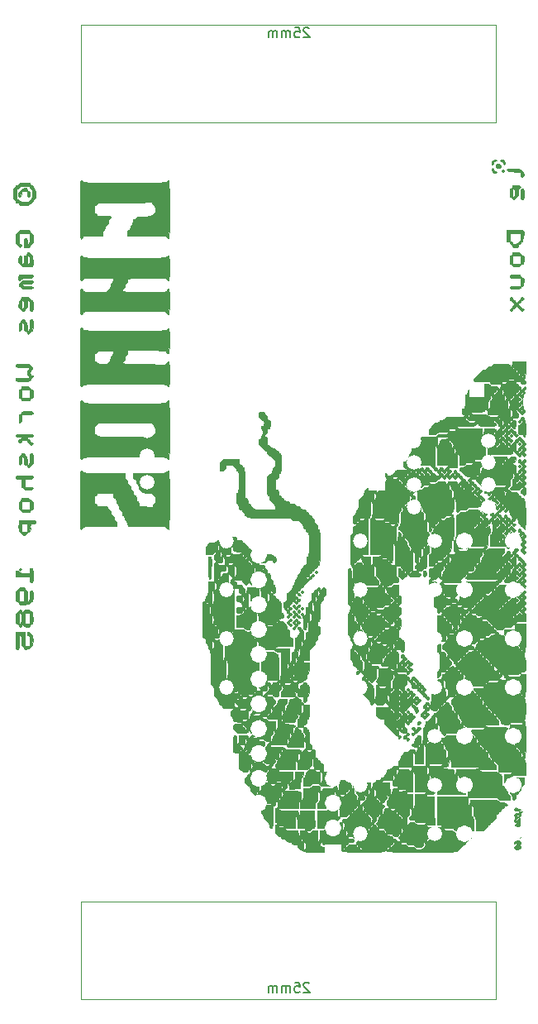
<source format=gbo>
G04 #@! TF.GenerationSoftware,KiCad,Pcbnew,(5.1.2-1)-1*
G04 #@! TF.CreationDate,2023-01-19T17:55:11+00:00*
G04 #@! TF.ProjectId,Switch inputs 2,53776974-6368-4206-996e-707574732032,rev?*
G04 #@! TF.SameCoordinates,Original*
G04 #@! TF.FileFunction,Legend,Bot*
G04 #@! TF.FilePolarity,Positive*
%FSLAX46Y46*%
G04 Gerber Fmt 4.6, Leading zero omitted, Abs format (unit mm)*
G04 Created by KiCad (PCBNEW (5.1.2-1)-1) date 2023-01-19 17:55:11*
%MOMM*%
%LPD*%
G04 APERTURE LIST*
%ADD10C,0.120000*%
%ADD11C,0.010000*%
%ADD12C,0.150000*%
%ADD13C,3.302000*%
%ADD14C,1.502000*%
%ADD15O,1.502000X1.502000*%
%ADD16R,1.702000X1.702000*%
%ADD17O,1.702000X1.702000*%
%ADD18C,2.502000*%
%ADD19R,2.502000X2.502000*%
%ADD20C,1.702000*%
%ADD21C,0.100000*%
%ADD22C,1.802000*%
%ADD23O,2.052000X1.802000*%
%ADD24R,1.602000X1.602000*%
%ADD25C,1.602000*%
G04 APERTURE END LIST*
D10*
X137250000Y-77140000D02*
X137250000Y-67140000D01*
X94750000Y-77140000D02*
X137250000Y-77140000D01*
X94750000Y-67140000D02*
X94750000Y-77140000D01*
X137250000Y-67140000D02*
X94750000Y-67140000D01*
X137250000Y-166890000D02*
X137250000Y-156890000D01*
X94750000Y-166890000D02*
X137250000Y-166890000D01*
X94750000Y-156890000D02*
X94750000Y-166890000D01*
X137250000Y-156890000D02*
X94750000Y-156890000D01*
D11*
G36*
X88336713Y-84576304D02*
G01*
X88407371Y-84744416D01*
X88500866Y-84768316D01*
X88579937Y-84662101D01*
X88608000Y-84473667D01*
X88621106Y-84275055D01*
X88695052Y-84193602D01*
X88881777Y-84177370D01*
X88904333Y-84177333D01*
X89102945Y-84190440D01*
X89184397Y-84264386D01*
X89200629Y-84451111D01*
X89200666Y-84473667D01*
X89231951Y-84699789D01*
X89318608Y-84770000D01*
X89456629Y-84699336D01*
X89520144Y-84524558D01*
X89490274Y-84301488D01*
X89483260Y-84283167D01*
X89371499Y-84185995D01*
X89320611Y-84177333D01*
X89213372Y-84109815D01*
X89200666Y-84055330D01*
X89145933Y-83909128D01*
X89111187Y-83878026D01*
X88952962Y-83849580D01*
X88768445Y-83894792D01*
X88633567Y-83987418D01*
X88608000Y-84051946D01*
X88543144Y-84163235D01*
X88488055Y-84177333D01*
X88355579Y-84246361D01*
X88319974Y-84446229D01*
X88336713Y-84576304D01*
X88336713Y-84576304D01*
G37*
X88336713Y-84576304D02*
X88407371Y-84744416D01*
X88500866Y-84768316D01*
X88579937Y-84662101D01*
X88608000Y-84473667D01*
X88621106Y-84275055D01*
X88695052Y-84193602D01*
X88881777Y-84177370D01*
X88904333Y-84177333D01*
X89102945Y-84190440D01*
X89184397Y-84264386D01*
X89200629Y-84451111D01*
X89200666Y-84473667D01*
X89231951Y-84699789D01*
X89318608Y-84770000D01*
X89456629Y-84699336D01*
X89520144Y-84524558D01*
X89490274Y-84301488D01*
X89483260Y-84283167D01*
X89371499Y-84185995D01*
X89320611Y-84177333D01*
X89213372Y-84109815D01*
X89200666Y-84055330D01*
X89145933Y-83909128D01*
X89111187Y-83878026D01*
X88952962Y-83849580D01*
X88768445Y-83894792D01*
X88633567Y-83987418D01*
X88608000Y-84051946D01*
X88543144Y-84163235D01*
X88488055Y-84177333D01*
X88355579Y-84246361D01*
X88319974Y-84446229D01*
X88336713Y-84576304D01*
G36*
X139560439Y-123024582D02*
G01*
X139619666Y-123039333D01*
X139731915Y-122971560D01*
X139746666Y-122912333D01*
X139678893Y-122800085D01*
X139619666Y-122785333D01*
X139507418Y-122853106D01*
X139492666Y-122912333D01*
X139560439Y-123024582D01*
X139560439Y-123024582D01*
G37*
X139560439Y-123024582D02*
X139619666Y-123039333D01*
X139731915Y-122971560D01*
X139746666Y-122912333D01*
X139678893Y-122800085D01*
X139619666Y-122785333D01*
X139507418Y-122853106D01*
X139492666Y-122912333D01*
X139560439Y-123024582D01*
G36*
X139560439Y-110155248D02*
G01*
X139619666Y-110170000D01*
X139731915Y-110102227D01*
X139746666Y-110043000D01*
X139678893Y-109930751D01*
X139619666Y-109916000D01*
X139507418Y-109983773D01*
X139492666Y-110043000D01*
X139560439Y-110155248D01*
X139560439Y-110155248D01*
G37*
X139560439Y-110155248D02*
X139619666Y-110170000D01*
X139731915Y-110102227D01*
X139746666Y-110043000D01*
X139678893Y-109930751D01*
X139619666Y-109916000D01*
X139507418Y-109983773D01*
X139492666Y-110043000D01*
X139560439Y-110155248D01*
G36*
X88352566Y-122970272D02*
G01*
X88459833Y-123023215D01*
X88585746Y-122990193D01*
X88608000Y-122912333D01*
X88547242Y-122805192D01*
X88476527Y-122800292D01*
X88346478Y-122873558D01*
X88352566Y-122970272D01*
X88352566Y-122970272D01*
G37*
X88352566Y-122970272D02*
X88459833Y-123023215D01*
X88585746Y-122990193D01*
X88608000Y-122912333D01*
X88547242Y-122805192D01*
X88476527Y-122800292D01*
X88346478Y-122873558D01*
X88352566Y-122970272D01*
G36*
X88017456Y-130590261D02*
G01*
X88027627Y-130847476D01*
X88051549Y-130995251D01*
X88094923Y-131063521D01*
X88163453Y-131082226D01*
X88184666Y-131082667D01*
X88267001Y-131069274D01*
X88317293Y-131007023D01*
X88343333Y-130862803D01*
X88352911Y-130603504D01*
X88354000Y-130363000D01*
X88359776Y-130000923D01*
X88380359Y-129779360D01*
X88420630Y-129669784D01*
X88477131Y-129643333D01*
X88548521Y-129688165D01*
X88594138Y-129840972D01*
X88621104Y-130129221D01*
X88625298Y-130214833D01*
X88651522Y-130546838D01*
X88696249Y-130724801D01*
X88756166Y-130765167D01*
X88841277Y-130817133D01*
X88862000Y-130913333D01*
X88925665Y-131045541D01*
X89086199Y-131089318D01*
X89297910Y-131047613D01*
X89515105Y-130923372D01*
X89577818Y-130867151D01*
X89705349Y-130712159D01*
X89768257Y-130536883D01*
X89785428Y-130277461D01*
X89784393Y-130168651D01*
X89764565Y-129863147D01*
X89706258Y-129665304D01*
X89590163Y-129514541D01*
X89569740Y-129495167D01*
X89365415Y-129338223D01*
X89244139Y-129325627D01*
X89200904Y-129457093D01*
X89200666Y-129474000D01*
X89253606Y-129611904D01*
X89327666Y-129643333D01*
X89398902Y-129680074D01*
X89438496Y-129811355D01*
X89453736Y-130068768D01*
X89454666Y-130193667D01*
X89454666Y-130744000D01*
X88946666Y-130744000D01*
X88946666Y-129304667D01*
X88015333Y-129304667D01*
X88015333Y-130193667D01*
X88017456Y-130590261D01*
X88017456Y-130590261D01*
G37*
X88017456Y-130590261D02*
X88027627Y-130847476D01*
X88051549Y-130995251D01*
X88094923Y-131063521D01*
X88163453Y-131082226D01*
X88184666Y-131082667D01*
X88267001Y-131069274D01*
X88317293Y-131007023D01*
X88343333Y-130862803D01*
X88352911Y-130603504D01*
X88354000Y-130363000D01*
X88359776Y-130000923D01*
X88380359Y-129779360D01*
X88420630Y-129669784D01*
X88477131Y-129643333D01*
X88548521Y-129688165D01*
X88594138Y-129840972D01*
X88621104Y-130129221D01*
X88625298Y-130214833D01*
X88651522Y-130546838D01*
X88696249Y-130724801D01*
X88756166Y-130765167D01*
X88841277Y-130817133D01*
X88862000Y-130913333D01*
X88925665Y-131045541D01*
X89086199Y-131089318D01*
X89297910Y-131047613D01*
X89515105Y-130923372D01*
X89577818Y-130867151D01*
X89705349Y-130712159D01*
X89768257Y-130536883D01*
X89785428Y-130277461D01*
X89784393Y-130168651D01*
X89764565Y-129863147D01*
X89706258Y-129665304D01*
X89590163Y-129514541D01*
X89569740Y-129495167D01*
X89365415Y-129338223D01*
X89244139Y-129325627D01*
X89200904Y-129457093D01*
X89200666Y-129474000D01*
X89253606Y-129611904D01*
X89327666Y-129643333D01*
X89398902Y-129680074D01*
X89438496Y-129811355D01*
X89453736Y-130068768D01*
X89454666Y-130193667D01*
X89454666Y-130744000D01*
X88946666Y-130744000D01*
X88946666Y-129304667D01*
X88015333Y-129304667D01*
X88015333Y-130193667D01*
X88017456Y-130590261D01*
G36*
X88022472Y-128208167D02*
G01*
X88051815Y-128381253D01*
X88115249Y-128468531D01*
X88184666Y-128500333D01*
X88321959Y-128594417D01*
X88354000Y-128675372D01*
X88421897Y-128782641D01*
X88481000Y-128796667D01*
X88593248Y-128728894D01*
X88608000Y-128669667D01*
X88675772Y-128557418D01*
X88735000Y-128542667D01*
X88847248Y-128610439D01*
X88862000Y-128669667D01*
X88926259Y-128763598D01*
X89131344Y-128796437D01*
X89158333Y-128796667D01*
X89382212Y-128766662D01*
X89454666Y-128675372D01*
X89525179Y-128554648D01*
X89624000Y-128500333D01*
X89718211Y-128448181D01*
X89768013Y-128339844D01*
X89785189Y-128132917D01*
X89784402Y-127923128D01*
X89765799Y-127600238D01*
X89713172Y-127389860D01*
X89610930Y-127236180D01*
X89584991Y-127209167D01*
X89369235Y-127065333D01*
X89137501Y-127015288D01*
X88946666Y-127058813D01*
X88946666Y-127357333D01*
X89454666Y-127357333D01*
X89454666Y-128458000D01*
X88946666Y-128458000D01*
X88946666Y-127357333D01*
X88946666Y-127058813D01*
X88941849Y-127059912D01*
X88835240Y-127196519D01*
X88756599Y-127310759D01*
X88659956Y-127291772D01*
X88608304Y-127155039D01*
X88608000Y-127140670D01*
X88540117Y-127032782D01*
X88481000Y-127018667D01*
X88481000Y-127357333D01*
X88552236Y-127394074D01*
X88591829Y-127525355D01*
X88607070Y-127782768D01*
X88608000Y-127907667D01*
X88599521Y-128216357D01*
X88569225Y-128387928D01*
X88509822Y-128453970D01*
X88481000Y-128458000D01*
X88409763Y-128421259D01*
X88370170Y-128289978D01*
X88354929Y-128032565D01*
X88354000Y-127907667D01*
X88362478Y-127598976D01*
X88392774Y-127427405D01*
X88452177Y-127361363D01*
X88481000Y-127357333D01*
X88481000Y-127018667D01*
X88368685Y-127083514D01*
X88354000Y-127139961D01*
X88283486Y-127260685D01*
X88184666Y-127315000D01*
X88090959Y-127367463D01*
X88039500Y-127477183D01*
X88018403Y-127685764D01*
X88015333Y-127907667D01*
X88022472Y-128208167D01*
X88022472Y-128208167D01*
G37*
X88022472Y-128208167D02*
X88051815Y-128381253D01*
X88115249Y-128468531D01*
X88184666Y-128500333D01*
X88321959Y-128594417D01*
X88354000Y-128675372D01*
X88421897Y-128782641D01*
X88481000Y-128796667D01*
X88593248Y-128728894D01*
X88608000Y-128669667D01*
X88675772Y-128557418D01*
X88735000Y-128542667D01*
X88847248Y-128610439D01*
X88862000Y-128669667D01*
X88926259Y-128763598D01*
X89131344Y-128796437D01*
X89158333Y-128796667D01*
X89382212Y-128766662D01*
X89454666Y-128675372D01*
X89525179Y-128554648D01*
X89624000Y-128500333D01*
X89718211Y-128448181D01*
X89768013Y-128339844D01*
X89785189Y-128132917D01*
X89784402Y-127923128D01*
X89765799Y-127600238D01*
X89713172Y-127389860D01*
X89610930Y-127236180D01*
X89584991Y-127209167D01*
X89369235Y-127065333D01*
X89137501Y-127015288D01*
X88946666Y-127058813D01*
X88946666Y-127357333D01*
X89454666Y-127357333D01*
X89454666Y-128458000D01*
X88946666Y-128458000D01*
X88946666Y-127357333D01*
X88946666Y-127058813D01*
X88941849Y-127059912D01*
X88835240Y-127196519D01*
X88756599Y-127310759D01*
X88659956Y-127291772D01*
X88608304Y-127155039D01*
X88608000Y-127140670D01*
X88540117Y-127032782D01*
X88481000Y-127018667D01*
X88481000Y-127357333D01*
X88552236Y-127394074D01*
X88591829Y-127525355D01*
X88607070Y-127782768D01*
X88608000Y-127907667D01*
X88599521Y-128216357D01*
X88569225Y-128387928D01*
X88509822Y-128453970D01*
X88481000Y-128458000D01*
X88409763Y-128421259D01*
X88370170Y-128289978D01*
X88354929Y-128032565D01*
X88354000Y-127907667D01*
X88362478Y-127598976D01*
X88392774Y-127427405D01*
X88452177Y-127361363D01*
X88481000Y-127357333D01*
X88481000Y-127018667D01*
X88368685Y-127083514D01*
X88354000Y-127139961D01*
X88283486Y-127260685D01*
X88184666Y-127315000D01*
X88090959Y-127367463D01*
X88039500Y-127477183D01*
X88018403Y-127685764D01*
X88015333Y-127907667D01*
X88022472Y-128208167D01*
G36*
X88021908Y-125905942D02*
G01*
X88049361Y-126079498D01*
X88109277Y-126165091D01*
X88184666Y-126196532D01*
X88322385Y-126290828D01*
X88354000Y-126379608D01*
X88378621Y-126453363D01*
X88475754Y-126491490D01*
X88680303Y-126500937D01*
X88925500Y-126493368D01*
X89246965Y-126469529D01*
X89422406Y-126429381D01*
X89474801Y-126367129D01*
X89473403Y-126355209D01*
X89523606Y-126246604D01*
X89621569Y-126197167D01*
X89716103Y-126151528D01*
X89768172Y-126049894D01*
X89789818Y-125851227D01*
X89793333Y-125611792D01*
X89787865Y-125317206D01*
X89763582Y-125154096D01*
X89708670Y-125084749D01*
X89624000Y-125071333D01*
X89532359Y-125088485D01*
X89481267Y-125164887D01*
X89459211Y-125337954D01*
X89454666Y-125621667D01*
X89446188Y-125930357D01*
X89415892Y-126101928D01*
X89356489Y-126167970D01*
X89327666Y-126172000D01*
X89256578Y-126135388D01*
X89216988Y-126004509D01*
X89201648Y-125747797D01*
X89200666Y-125619009D01*
X89189289Y-125292044D01*
X89150834Y-125102420D01*
X89078813Y-125019400D01*
X89073666Y-125017284D01*
X88961142Y-124910681D01*
X88946666Y-124850608D01*
X88868062Y-124760611D01*
X88650333Y-124732667D01*
X88424952Y-124763727D01*
X88354000Y-124849792D01*
X88354000Y-125071333D01*
X88862000Y-125071333D01*
X88862000Y-126172000D01*
X88354000Y-126172000D01*
X88354000Y-125071333D01*
X88354000Y-124849792D01*
X88283064Y-124963516D01*
X88184666Y-125011199D01*
X88091920Y-125056747D01*
X88040545Y-125159086D01*
X88018954Y-125358771D01*
X88015333Y-125603865D01*
X88021908Y-125905942D01*
X88021908Y-125905942D01*
G37*
X88021908Y-125905942D02*
X88049361Y-126079498D01*
X88109277Y-126165091D01*
X88184666Y-126196532D01*
X88322385Y-126290828D01*
X88354000Y-126379608D01*
X88378621Y-126453363D01*
X88475754Y-126491490D01*
X88680303Y-126500937D01*
X88925500Y-126493368D01*
X89246965Y-126469529D01*
X89422406Y-126429381D01*
X89474801Y-126367129D01*
X89473403Y-126355209D01*
X89523606Y-126246604D01*
X89621569Y-126197167D01*
X89716103Y-126151528D01*
X89768172Y-126049894D01*
X89789818Y-125851227D01*
X89793333Y-125611792D01*
X89787865Y-125317206D01*
X89763582Y-125154096D01*
X89708670Y-125084749D01*
X89624000Y-125071333D01*
X89532359Y-125088485D01*
X89481267Y-125164887D01*
X89459211Y-125337954D01*
X89454666Y-125621667D01*
X89446188Y-125930357D01*
X89415892Y-126101928D01*
X89356489Y-126167970D01*
X89327666Y-126172000D01*
X89256578Y-126135388D01*
X89216988Y-126004509D01*
X89201648Y-125747797D01*
X89200666Y-125619009D01*
X89189289Y-125292044D01*
X89150834Y-125102420D01*
X89078813Y-125019400D01*
X89073666Y-125017284D01*
X88961142Y-124910681D01*
X88946666Y-124850608D01*
X88868062Y-124760611D01*
X88650333Y-124732667D01*
X88424952Y-124763727D01*
X88354000Y-124849792D01*
X88354000Y-125071333D01*
X88862000Y-125071333D01*
X88862000Y-126172000D01*
X88354000Y-126172000D01*
X88354000Y-125071333D01*
X88354000Y-124849792D01*
X88283064Y-124963516D01*
X88184666Y-125011199D01*
X88091920Y-125056747D01*
X88040545Y-125159086D01*
X88018954Y-125358771D01*
X88015333Y-125603865D01*
X88021908Y-125905942D01*
G36*
X89454666Y-123632000D02*
G01*
X89454666Y-123928333D01*
X89473608Y-124132572D01*
X89547555Y-124214980D01*
X89624000Y-124224667D01*
X89706334Y-124211274D01*
X89756626Y-124149023D01*
X89782666Y-124004803D01*
X89792244Y-123745504D01*
X89793333Y-123505000D01*
X89790182Y-123155077D01*
X89775534Y-122941336D01*
X89741600Y-122830667D01*
X89680589Y-122789961D01*
X89624000Y-122785333D01*
X89500053Y-122825249D01*
X89456413Y-122973766D01*
X89454666Y-123039333D01*
X89454666Y-123293333D01*
X88904333Y-123293333D01*
X88595643Y-123284855D01*
X88424071Y-123254559D01*
X88358029Y-123195156D01*
X88354000Y-123166333D01*
X88283413Y-123062905D01*
X88184666Y-123039333D01*
X88067958Y-123072481D01*
X88020868Y-123201889D01*
X88015333Y-123335667D01*
X88015333Y-123632000D01*
X89454666Y-123632000D01*
X89454666Y-123632000D01*
G37*
X89454666Y-123632000D02*
X89454666Y-123928333D01*
X89473608Y-124132572D01*
X89547555Y-124214980D01*
X89624000Y-124224667D01*
X89706334Y-124211274D01*
X89756626Y-124149023D01*
X89782666Y-124004803D01*
X89792244Y-123745504D01*
X89793333Y-123505000D01*
X89790182Y-123155077D01*
X89775534Y-122941336D01*
X89741600Y-122830667D01*
X89680589Y-122789961D01*
X89624000Y-122785333D01*
X89500053Y-122825249D01*
X89456413Y-122973766D01*
X89454666Y-123039333D01*
X89454666Y-123293333D01*
X88904333Y-123293333D01*
X88595643Y-123284855D01*
X88424071Y-123254559D01*
X88358029Y-123195156D01*
X88354000Y-123166333D01*
X88283413Y-123062905D01*
X88184666Y-123039333D01*
X88067958Y-123072481D01*
X88020868Y-123201889D01*
X88015333Y-123335667D01*
X88015333Y-123632000D01*
X89454666Y-123632000D01*
G36*
X88376319Y-116635932D02*
G01*
X88442545Y-116760389D01*
X88481000Y-116774000D01*
X88593248Y-116841773D01*
X88608000Y-116901000D01*
X88623796Y-116989842D01*
X88701471Y-117031917D01*
X88886449Y-117044387D01*
X88989000Y-117044933D01*
X89293184Y-117039497D01*
X89456512Y-117019185D01*
X89507229Y-116977988D01*
X89493477Y-116937634D01*
X89516692Y-116849691D01*
X89615481Y-116800760D01*
X89725335Y-116744804D01*
X89778370Y-116620756D01*
X89793229Y-116380999D01*
X89793333Y-116346497D01*
X89779873Y-116086905D01*
X89728122Y-115948402D01*
X89625719Y-115885546D01*
X89498640Y-115801469D01*
X89477553Y-115731674D01*
X89411044Y-115661890D01*
X89187959Y-115616357D01*
X89052500Y-115605409D01*
X88786292Y-115599704D01*
X88650609Y-115628182D01*
X88608524Y-115699857D01*
X88608000Y-115713899D01*
X88608000Y-115927333D01*
X89454666Y-115927333D01*
X89454666Y-116774000D01*
X88608000Y-116774000D01*
X88608000Y-115927333D01*
X88608000Y-115713899D01*
X88539432Y-115859161D01*
X88481000Y-115896715D01*
X88399392Y-116000923D01*
X88354743Y-116197797D01*
X88347052Y-116428934D01*
X88376319Y-116635932D01*
X88376319Y-116635932D01*
G37*
X88376319Y-116635932D02*
X88442545Y-116760389D01*
X88481000Y-116774000D01*
X88593248Y-116841773D01*
X88608000Y-116901000D01*
X88623796Y-116989842D01*
X88701471Y-117031917D01*
X88886449Y-117044387D01*
X88989000Y-117044933D01*
X89293184Y-117039497D01*
X89456512Y-117019185D01*
X89507229Y-116977988D01*
X89493477Y-116937634D01*
X89516692Y-116849691D01*
X89615481Y-116800760D01*
X89725335Y-116744804D01*
X89778370Y-116620756D01*
X89793229Y-116380999D01*
X89793333Y-116346497D01*
X89779873Y-116086905D01*
X89728122Y-115948402D01*
X89625719Y-115885546D01*
X89498640Y-115801469D01*
X89477553Y-115731674D01*
X89411044Y-115661890D01*
X89187959Y-115616357D01*
X89052500Y-115605409D01*
X88786292Y-115599704D01*
X88650609Y-115628182D01*
X88608524Y-115699857D01*
X88608000Y-115713899D01*
X88608000Y-115927333D01*
X89454666Y-115927333D01*
X89454666Y-116774000D01*
X88608000Y-116774000D01*
X88608000Y-115927333D01*
X88608000Y-115713899D01*
X88539432Y-115859161D01*
X88481000Y-115896715D01*
X88399392Y-116000923D01*
X88354743Y-116197797D01*
X88347052Y-116428934D01*
X88376319Y-116635932D01*
G36*
X88048481Y-113588708D02*
G01*
X88177888Y-113635798D01*
X88311666Y-113641333D01*
X88608000Y-113641333D01*
X88608000Y-114064667D01*
X88621595Y-114330885D01*
X88668668Y-114460911D01*
X88735000Y-114488000D01*
X88847248Y-114555773D01*
X88862000Y-114615000D01*
X88872929Y-114693052D01*
X88933362Y-114737285D01*
X89084767Y-114762450D01*
X89327666Y-114780631D01*
X89616233Y-114773974D01*
X89764005Y-114701775D01*
X89793333Y-114605941D01*
X89736900Y-114529776D01*
X89551720Y-114493443D01*
X89370000Y-114488000D01*
X88946666Y-114488000D01*
X88946666Y-113641333D01*
X89370000Y-113641333D01*
X89623917Y-113632418D01*
X89750555Y-113594577D01*
X89791521Y-113511166D01*
X89793333Y-113472000D01*
X89782186Y-113396458D01*
X89728788Y-113347465D01*
X89603199Y-113319317D01*
X89375484Y-113306313D01*
X89015702Y-113302750D01*
X88904333Y-113302667D01*
X88507738Y-113304790D01*
X88250523Y-113314961D01*
X88102749Y-113338882D01*
X88034478Y-113382257D01*
X88015773Y-113450787D01*
X88015333Y-113472000D01*
X88048481Y-113588708D01*
X88048481Y-113588708D01*
G37*
X88048481Y-113588708D02*
X88177888Y-113635798D01*
X88311666Y-113641333D01*
X88608000Y-113641333D01*
X88608000Y-114064667D01*
X88621595Y-114330885D01*
X88668668Y-114460911D01*
X88735000Y-114488000D01*
X88847248Y-114555773D01*
X88862000Y-114615000D01*
X88872929Y-114693052D01*
X88933362Y-114737285D01*
X89084767Y-114762450D01*
X89327666Y-114780631D01*
X89616233Y-114773974D01*
X89764005Y-114701775D01*
X89793333Y-114605941D01*
X89736900Y-114529776D01*
X89551720Y-114493443D01*
X89370000Y-114488000D01*
X88946666Y-114488000D01*
X88946666Y-113641333D01*
X89370000Y-113641333D01*
X89623917Y-113632418D01*
X89750555Y-113594577D01*
X89791521Y-113511166D01*
X89793333Y-113472000D01*
X89782186Y-113396458D01*
X89728788Y-113347465D01*
X89603199Y-113319317D01*
X89375484Y-113306313D01*
X89015702Y-113302750D01*
X88904333Y-113302667D01*
X88507738Y-113304790D01*
X88250523Y-113314961D01*
X88102749Y-113338882D01*
X88034478Y-113382257D01*
X88015773Y-113450787D01*
X88015333Y-113472000D01*
X88048481Y-113588708D01*
G36*
X88343968Y-111926833D02*
G01*
X88387571Y-112141578D01*
X88481000Y-112202000D01*
X88560865Y-112156680D01*
X88599873Y-111999773D01*
X88608000Y-111778667D01*
X88621595Y-111512448D01*
X88668668Y-111382422D01*
X88735000Y-111355333D01*
X88814865Y-111400653D01*
X88853873Y-111557560D01*
X88862000Y-111778667D01*
X88870915Y-112032584D01*
X88908756Y-112159222D01*
X88992166Y-112200188D01*
X89031333Y-112202000D01*
X89169237Y-112254939D01*
X89200666Y-112329000D01*
X89268650Y-112440612D01*
X89330323Y-112456000D01*
X89471595Y-112387503D01*
X89508715Y-112329000D01*
X89615318Y-112216476D01*
X89675391Y-112202000D01*
X89740748Y-112158378D01*
X89777992Y-112009278D01*
X89792567Y-111727349D01*
X89793333Y-111609333D01*
X89788764Y-111297869D01*
X89768162Y-111119435D01*
X89721182Y-111037825D01*
X89637478Y-111016832D01*
X89624000Y-111016667D01*
X89535010Y-111032656D01*
X89484029Y-111104763D01*
X89460711Y-111269194D01*
X89454713Y-111562157D01*
X89454666Y-111609333D01*
X89447197Y-111931339D01*
X89420342Y-112115633D01*
X89367426Y-112193359D01*
X89327666Y-112202000D01*
X89248021Y-112156927D01*
X89208976Y-112000724D01*
X89200666Y-111776009D01*
X89180437Y-111481723D01*
X89115560Y-111328880D01*
X89073666Y-111301284D01*
X88961142Y-111194681D01*
X88946666Y-111134608D01*
X88876119Y-111038966D01*
X88777333Y-111016667D01*
X88639836Y-111057011D01*
X88608000Y-111113166D01*
X88547914Y-111243046D01*
X88486855Y-111303666D01*
X88393674Y-111407350D01*
X88348869Y-111563756D01*
X88340935Y-111823056D01*
X88343968Y-111926833D01*
X88343968Y-111926833D01*
G37*
X88343968Y-111926833D02*
X88387571Y-112141578D01*
X88481000Y-112202000D01*
X88560865Y-112156680D01*
X88599873Y-111999773D01*
X88608000Y-111778667D01*
X88621595Y-111512448D01*
X88668668Y-111382422D01*
X88735000Y-111355333D01*
X88814865Y-111400653D01*
X88853873Y-111557560D01*
X88862000Y-111778667D01*
X88870915Y-112032584D01*
X88908756Y-112159222D01*
X88992166Y-112200188D01*
X89031333Y-112202000D01*
X89169237Y-112254939D01*
X89200666Y-112329000D01*
X89268650Y-112440612D01*
X89330323Y-112456000D01*
X89471595Y-112387503D01*
X89508715Y-112329000D01*
X89615318Y-112216476D01*
X89675391Y-112202000D01*
X89740748Y-112158378D01*
X89777992Y-112009278D01*
X89792567Y-111727349D01*
X89793333Y-111609333D01*
X89788764Y-111297869D01*
X89768162Y-111119435D01*
X89721182Y-111037825D01*
X89637478Y-111016832D01*
X89624000Y-111016667D01*
X89535010Y-111032656D01*
X89484029Y-111104763D01*
X89460711Y-111269194D01*
X89454713Y-111562157D01*
X89454666Y-111609333D01*
X89447197Y-111931339D01*
X89420342Y-112115633D01*
X89367426Y-112193359D01*
X89327666Y-112202000D01*
X89248021Y-112156927D01*
X89208976Y-112000724D01*
X89200666Y-111776009D01*
X89180437Y-111481723D01*
X89115560Y-111328880D01*
X89073666Y-111301284D01*
X88961142Y-111194681D01*
X88946666Y-111134608D01*
X88876119Y-111038966D01*
X88777333Y-111016667D01*
X88639836Y-111057011D01*
X88608000Y-111113166D01*
X88547914Y-111243046D01*
X88486855Y-111303666D01*
X88393674Y-111407350D01*
X88348869Y-111563756D01*
X88340935Y-111823056D01*
X88343968Y-111926833D01*
G36*
X88088825Y-109293742D02*
G01*
X88311666Y-109323333D01*
X88519183Y-109359577D01*
X88611559Y-109444176D01*
X88572340Y-109540935D01*
X88438317Y-109601957D01*
X88314778Y-109686700D01*
X88320375Y-109781165D01*
X88417430Y-109893426D01*
X88536583Y-109905052D01*
X88606232Y-109814091D01*
X88608000Y-109789000D01*
X88672259Y-109695068D01*
X88877344Y-109662229D01*
X88904333Y-109662000D01*
X89123506Y-109689540D01*
X89200130Y-109777433D01*
X89200666Y-109789000D01*
X89268439Y-109901248D01*
X89327666Y-109916000D01*
X89439915Y-109983773D01*
X89454666Y-110043000D01*
X89525252Y-110146428D01*
X89624000Y-110170000D01*
X89761324Y-110121197D01*
X89793333Y-110052875D01*
X89722397Y-109939151D01*
X89624000Y-109891468D01*
X89486300Y-109798822D01*
X89454666Y-109712260D01*
X89390303Y-109595002D01*
X89327666Y-109577333D01*
X89215418Y-109509560D01*
X89200666Y-109450333D01*
X89264926Y-109356402D01*
X89470011Y-109323563D01*
X89497000Y-109323333D01*
X89722185Y-109292648D01*
X89793333Y-109203389D01*
X89744115Y-109077024D01*
X89710555Y-109055222D01*
X89594424Y-109045669D01*
X89350986Y-109043315D01*
X89022117Y-109048217D01*
X88821555Y-109053976D01*
X88430747Y-109072619D01*
X88183353Y-109100188D01*
X88053506Y-109141438D01*
X88015340Y-109201121D01*
X88015333Y-109202143D01*
X88088825Y-109293742D01*
X88088825Y-109293742D01*
G37*
X88088825Y-109293742D02*
X88311666Y-109323333D01*
X88519183Y-109359577D01*
X88611559Y-109444176D01*
X88572340Y-109540935D01*
X88438317Y-109601957D01*
X88314778Y-109686700D01*
X88320375Y-109781165D01*
X88417430Y-109893426D01*
X88536583Y-109905052D01*
X88606232Y-109814091D01*
X88608000Y-109789000D01*
X88672259Y-109695068D01*
X88877344Y-109662229D01*
X88904333Y-109662000D01*
X89123506Y-109689540D01*
X89200130Y-109777433D01*
X89200666Y-109789000D01*
X89268439Y-109901248D01*
X89327666Y-109916000D01*
X89439915Y-109983773D01*
X89454666Y-110043000D01*
X89525252Y-110146428D01*
X89624000Y-110170000D01*
X89761324Y-110121197D01*
X89793333Y-110052875D01*
X89722397Y-109939151D01*
X89624000Y-109891468D01*
X89486300Y-109798822D01*
X89454666Y-109712260D01*
X89390303Y-109595002D01*
X89327666Y-109577333D01*
X89215418Y-109509560D01*
X89200666Y-109450333D01*
X89264926Y-109356402D01*
X89470011Y-109323563D01*
X89497000Y-109323333D01*
X89722185Y-109292648D01*
X89793333Y-109203389D01*
X89744115Y-109077024D01*
X89710555Y-109055222D01*
X89594424Y-109045669D01*
X89350986Y-109043315D01*
X89022117Y-109048217D01*
X88821555Y-109053976D01*
X88430747Y-109072619D01*
X88183353Y-109100188D01*
X88053506Y-109141438D01*
X88015340Y-109201121D01*
X88015333Y-109202143D01*
X88088825Y-109293742D01*
G36*
X88367595Y-107726885D02*
G01*
X88414668Y-107856911D01*
X88481000Y-107884000D01*
X88560865Y-107838680D01*
X88599873Y-107681773D01*
X88608000Y-107460667D01*
X88608000Y-107037333D01*
X89200666Y-107037333D01*
X89529087Y-107028652D01*
X89716242Y-106998981D01*
X89789482Y-106942877D01*
X89793333Y-106919392D01*
X89724759Y-106790230D01*
X89659408Y-106750058D01*
X89488681Y-106716014D01*
X89243048Y-106699083D01*
X89200666Y-106698667D01*
X88853989Y-106724483D01*
X88659862Y-106804185D01*
X88608000Y-106919392D01*
X88540030Y-107023730D01*
X88481000Y-107037333D01*
X88401134Y-107082653D01*
X88362126Y-107239560D01*
X88354000Y-107460667D01*
X88367595Y-107726885D01*
X88367595Y-107726885D01*
G37*
X88367595Y-107726885D02*
X88414668Y-107856911D01*
X88481000Y-107884000D01*
X88560865Y-107838680D01*
X88599873Y-107681773D01*
X88608000Y-107460667D01*
X88608000Y-107037333D01*
X89200666Y-107037333D01*
X89529087Y-107028652D01*
X89716242Y-106998981D01*
X89789482Y-106942877D01*
X89793333Y-106919392D01*
X89724759Y-106790230D01*
X89659408Y-106750058D01*
X89488681Y-106716014D01*
X89243048Y-106699083D01*
X89200666Y-106698667D01*
X88853989Y-106724483D01*
X88659862Y-106804185D01*
X88608000Y-106919392D01*
X88540030Y-107023730D01*
X88481000Y-107037333D01*
X88401134Y-107082653D01*
X88362126Y-107239560D01*
X88354000Y-107460667D01*
X88367595Y-107726885D01*
G36*
X88367595Y-105186885D02*
G01*
X88414668Y-105316911D01*
X88481000Y-105344000D01*
X88593352Y-105407121D01*
X88608000Y-105461941D01*
X88663047Y-105585660D01*
X88841249Y-105641132D01*
X89116000Y-105638875D01*
X89370874Y-105618326D01*
X89493591Y-105597061D01*
X89520900Y-105562301D01*
X89493477Y-105507634D01*
X89516692Y-105419691D01*
X89615481Y-105370760D01*
X89724684Y-105315463D01*
X89777810Y-105192991D01*
X89793157Y-104956015D01*
X89793333Y-104910792D01*
X89777822Y-104643889D01*
X89726063Y-104517194D01*
X89672038Y-104497333D01*
X89551315Y-104426820D01*
X89497000Y-104328000D01*
X89432733Y-104223273D01*
X89295859Y-104172441D01*
X89039555Y-104158684D01*
X89025627Y-104158667D01*
X88773804Y-104167833D01*
X88649029Y-104206633D01*
X88609491Y-104292019D01*
X88608000Y-104328000D01*
X88608000Y-104497333D01*
X89454666Y-104497333D01*
X89454666Y-105344000D01*
X88608000Y-105344000D01*
X88608000Y-104497333D01*
X88608000Y-104328000D01*
X88555060Y-104465904D01*
X88481000Y-104497333D01*
X88401134Y-104542653D01*
X88362126Y-104699560D01*
X88354000Y-104920667D01*
X88367595Y-105186885D01*
X88367595Y-105186885D01*
G37*
X88367595Y-105186885D02*
X88414668Y-105316911D01*
X88481000Y-105344000D01*
X88593352Y-105407121D01*
X88608000Y-105461941D01*
X88663047Y-105585660D01*
X88841249Y-105641132D01*
X89116000Y-105638875D01*
X89370874Y-105618326D01*
X89493591Y-105597061D01*
X89520900Y-105562301D01*
X89493477Y-105507634D01*
X89516692Y-105419691D01*
X89615481Y-105370760D01*
X89724684Y-105315463D01*
X89777810Y-105192991D01*
X89793157Y-104956015D01*
X89793333Y-104910792D01*
X89777822Y-104643889D01*
X89726063Y-104517194D01*
X89672038Y-104497333D01*
X89551315Y-104426820D01*
X89497000Y-104328000D01*
X89432733Y-104223273D01*
X89295859Y-104172441D01*
X89039555Y-104158684D01*
X89025627Y-104158667D01*
X88773804Y-104167833D01*
X88649029Y-104206633D01*
X88609491Y-104292019D01*
X88608000Y-104328000D01*
X88608000Y-104497333D01*
X89454666Y-104497333D01*
X89454666Y-105344000D01*
X88608000Y-105344000D01*
X88608000Y-104497333D01*
X88608000Y-104328000D01*
X88555060Y-104465904D01*
X88481000Y-104497333D01*
X88401134Y-104542653D01*
X88362126Y-104699560D01*
X88354000Y-104920667D01*
X88367595Y-105186885D01*
G36*
X88029261Y-103565136D02*
G01*
X88093579Y-103615630D01*
X88242081Y-103641124D01*
X88508565Y-103649927D01*
X88704124Y-103650667D01*
X89053586Y-103645985D01*
X89279388Y-103624556D01*
X89427107Y-103575304D01*
X89542322Y-103487154D01*
X89593124Y-103434638D01*
X89756834Y-103222991D01*
X89777336Y-103096870D01*
X89666333Y-103058000D01*
X89577668Y-103048165D01*
X89532962Y-102985798D01*
X89506825Y-102821604D01*
X89497235Y-102729686D01*
X89533876Y-102548218D01*
X89635041Y-102486978D01*
X89766418Y-102404715D01*
X89746351Y-102261930D01*
X89584991Y-102063167D01*
X89467334Y-101966434D01*
X89323525Y-101908965D01*
X89108499Y-101881005D01*
X88777189Y-101872799D01*
X88704923Y-101872667D01*
X88363806Y-101876083D01*
X88158196Y-101891863D01*
X88054313Y-101928300D01*
X88018379Y-101993690D01*
X88015333Y-102042000D01*
X88028725Y-102124335D01*
X88090976Y-102174627D01*
X88235196Y-102200666D01*
X88494495Y-102210244D01*
X88735000Y-102211333D01*
X89094795Y-102216755D01*
X89315002Y-102236492D01*
X89425123Y-102275750D01*
X89454666Y-102338333D01*
X89386893Y-102450582D01*
X89327666Y-102465333D01*
X89233735Y-102529593D01*
X89200896Y-102734678D01*
X89200666Y-102761667D01*
X89228206Y-102980840D01*
X89316100Y-103057464D01*
X89327666Y-103058000D01*
X89439915Y-103125773D01*
X89454666Y-103185000D01*
X89423941Y-103248493D01*
X89312099Y-103287353D01*
X89089639Y-103306786D01*
X88735000Y-103312000D01*
X88385076Y-103315151D01*
X88171336Y-103329798D01*
X88060667Y-103363732D01*
X88019960Y-103424744D01*
X88015333Y-103481333D01*
X88029261Y-103565136D01*
X88029261Y-103565136D01*
G37*
X88029261Y-103565136D02*
X88093579Y-103615630D01*
X88242081Y-103641124D01*
X88508565Y-103649927D01*
X88704124Y-103650667D01*
X89053586Y-103645985D01*
X89279388Y-103624556D01*
X89427107Y-103575304D01*
X89542322Y-103487154D01*
X89593124Y-103434638D01*
X89756834Y-103222991D01*
X89777336Y-103096870D01*
X89666333Y-103058000D01*
X89577668Y-103048165D01*
X89532962Y-102985798D01*
X89506825Y-102821604D01*
X89497235Y-102729686D01*
X89533876Y-102548218D01*
X89635041Y-102486978D01*
X89766418Y-102404715D01*
X89746351Y-102261930D01*
X89584991Y-102063167D01*
X89467334Y-101966434D01*
X89323525Y-101908965D01*
X89108499Y-101881005D01*
X88777189Y-101872799D01*
X88704923Y-101872667D01*
X88363806Y-101876083D01*
X88158196Y-101891863D01*
X88054313Y-101928300D01*
X88018379Y-101993690D01*
X88015333Y-102042000D01*
X88028725Y-102124335D01*
X88090976Y-102174627D01*
X88235196Y-102200666D01*
X88494495Y-102210244D01*
X88735000Y-102211333D01*
X89094795Y-102216755D01*
X89315002Y-102236492D01*
X89425123Y-102275750D01*
X89454666Y-102338333D01*
X89386893Y-102450582D01*
X89327666Y-102465333D01*
X89233735Y-102529593D01*
X89200896Y-102734678D01*
X89200666Y-102761667D01*
X89228206Y-102980840D01*
X89316100Y-103057464D01*
X89327666Y-103058000D01*
X89439915Y-103125773D01*
X89454666Y-103185000D01*
X89423941Y-103248493D01*
X89312099Y-103287353D01*
X89089639Y-103306786D01*
X88735000Y-103312000D01*
X88385076Y-103315151D01*
X88171336Y-103329798D01*
X88060667Y-103363732D01*
X88019960Y-103424744D01*
X88015333Y-103481333D01*
X88029261Y-103565136D01*
G36*
X88368160Y-98334756D02*
G01*
X88417020Y-98461541D01*
X88481000Y-98486000D01*
X88560865Y-98440680D01*
X88599873Y-98283773D01*
X88608000Y-98062667D01*
X88621595Y-97796448D01*
X88668668Y-97666422D01*
X88735000Y-97639333D01*
X88814865Y-97684653D01*
X88853873Y-97841560D01*
X88862000Y-98062667D01*
X88871622Y-98317970D01*
X88910698Y-98445180D01*
X88994539Y-98484948D01*
X89021458Y-98486000D01*
X89171977Y-98560470D01*
X89234605Y-98676500D01*
X89288294Y-98867000D01*
X89448551Y-98676500D01*
X89593000Y-98538844D01*
X89701071Y-98486000D01*
X89753418Y-98405035D01*
X89785020Y-98175090D01*
X89793333Y-97893333D01*
X89788764Y-97581869D01*
X89768162Y-97403435D01*
X89721182Y-97321825D01*
X89637478Y-97300832D01*
X89624000Y-97300667D01*
X89535010Y-97316656D01*
X89484029Y-97388763D01*
X89460711Y-97553194D01*
X89454713Y-97846157D01*
X89454666Y-97893333D01*
X89447197Y-98215339D01*
X89420342Y-98399633D01*
X89367426Y-98477359D01*
X89327666Y-98486000D01*
X89248021Y-98440927D01*
X89208976Y-98284724D01*
X89200666Y-98060009D01*
X89180437Y-97765723D01*
X89115560Y-97612880D01*
X89073666Y-97585284D01*
X88961142Y-97478681D01*
X88946666Y-97418608D01*
X88876119Y-97322966D01*
X88777333Y-97300667D01*
X88638415Y-97354831D01*
X88608000Y-97430324D01*
X88539502Y-97571596D01*
X88481000Y-97608715D01*
X88394159Y-97712582D01*
X88356599Y-97951496D01*
X88354000Y-98071725D01*
X88368160Y-98334756D01*
X88368160Y-98334756D01*
G37*
X88368160Y-98334756D02*
X88417020Y-98461541D01*
X88481000Y-98486000D01*
X88560865Y-98440680D01*
X88599873Y-98283773D01*
X88608000Y-98062667D01*
X88621595Y-97796448D01*
X88668668Y-97666422D01*
X88735000Y-97639333D01*
X88814865Y-97684653D01*
X88853873Y-97841560D01*
X88862000Y-98062667D01*
X88871622Y-98317970D01*
X88910698Y-98445180D01*
X88994539Y-98484948D01*
X89021458Y-98486000D01*
X89171977Y-98560470D01*
X89234605Y-98676500D01*
X89288294Y-98867000D01*
X89448551Y-98676500D01*
X89593000Y-98538844D01*
X89701071Y-98486000D01*
X89753418Y-98405035D01*
X89785020Y-98175090D01*
X89793333Y-97893333D01*
X89788764Y-97581869D01*
X89768162Y-97403435D01*
X89721182Y-97321825D01*
X89637478Y-97300832D01*
X89624000Y-97300667D01*
X89535010Y-97316656D01*
X89484029Y-97388763D01*
X89460711Y-97553194D01*
X89454713Y-97846157D01*
X89454666Y-97893333D01*
X89447197Y-98215339D01*
X89420342Y-98399633D01*
X89367426Y-98477359D01*
X89327666Y-98486000D01*
X89248021Y-98440927D01*
X89208976Y-98284724D01*
X89200666Y-98060009D01*
X89180437Y-97765723D01*
X89115560Y-97612880D01*
X89073666Y-97585284D01*
X88961142Y-97478681D01*
X88946666Y-97418608D01*
X88876119Y-97322966D01*
X88777333Y-97300667D01*
X88638415Y-97354831D01*
X88608000Y-97430324D01*
X88539502Y-97571596D01*
X88481000Y-97608715D01*
X88394159Y-97712582D01*
X88356599Y-97951496D01*
X88354000Y-98071725D01*
X88368160Y-98334756D01*
G36*
X88352343Y-96127437D02*
G01*
X88440731Y-96176008D01*
X88587749Y-96283928D01*
X88634670Y-96377510D01*
X88722367Y-96482378D01*
X88848754Y-96476845D01*
X88938130Y-96375367D01*
X88946666Y-96317941D01*
X89014635Y-96213603D01*
X89073666Y-96200000D01*
X89153532Y-96154680D01*
X89192539Y-95997773D01*
X89200666Y-95776667D01*
X89214262Y-95510448D01*
X89261334Y-95380422D01*
X89327666Y-95353333D01*
X89398902Y-95390074D01*
X89438496Y-95521355D01*
X89453736Y-95778768D01*
X89454666Y-95903667D01*
X89459944Y-96201498D01*
X89483452Y-96367546D01*
X89536703Y-96439228D01*
X89624000Y-96454000D01*
X89716297Y-96436547D01*
X89767402Y-96359046D01*
X89789129Y-96183784D01*
X89793333Y-95913541D01*
X89786685Y-95614351D01*
X89758712Y-95443200D01*
X89697372Y-95359047D01*
X89621569Y-95328166D01*
X89493592Y-95246714D01*
X89473403Y-95170124D01*
X89430130Y-95095061D01*
X89249538Y-95048806D01*
X89052500Y-95031409D01*
X88783690Y-95026383D01*
X88735000Y-95037132D01*
X88735000Y-95353333D01*
X88814865Y-95398653D01*
X88853873Y-95555560D01*
X88862000Y-95776667D01*
X88848404Y-96042885D01*
X88801331Y-96172911D01*
X88735000Y-96200000D01*
X88655134Y-96154680D01*
X88616126Y-95997773D01*
X88608000Y-95776667D01*
X88621595Y-95510448D01*
X88668668Y-95380422D01*
X88735000Y-95353333D01*
X88735000Y-95037132D01*
X88647154Y-95056526D01*
X88608033Y-95129807D01*
X88608000Y-95133035D01*
X88542536Y-95284734D01*
X88490497Y-95327959D01*
X88409446Y-95448102D01*
X88345654Y-95669290D01*
X88331056Y-95766013D01*
X88316478Y-96005642D01*
X88352343Y-96127437D01*
X88352343Y-96127437D01*
G37*
X88352343Y-96127437D02*
X88440731Y-96176008D01*
X88587749Y-96283928D01*
X88634670Y-96377510D01*
X88722367Y-96482378D01*
X88848754Y-96476845D01*
X88938130Y-96375367D01*
X88946666Y-96317941D01*
X89014635Y-96213603D01*
X89073666Y-96200000D01*
X89153532Y-96154680D01*
X89192539Y-95997773D01*
X89200666Y-95776667D01*
X89214262Y-95510448D01*
X89261334Y-95380422D01*
X89327666Y-95353333D01*
X89398902Y-95390074D01*
X89438496Y-95521355D01*
X89453736Y-95778768D01*
X89454666Y-95903667D01*
X89459944Y-96201498D01*
X89483452Y-96367546D01*
X89536703Y-96439228D01*
X89624000Y-96454000D01*
X89716297Y-96436547D01*
X89767402Y-96359046D01*
X89789129Y-96183784D01*
X89793333Y-95913541D01*
X89786685Y-95614351D01*
X89758712Y-95443200D01*
X89697372Y-95359047D01*
X89621569Y-95328166D01*
X89493592Y-95246714D01*
X89473403Y-95170124D01*
X89430130Y-95095061D01*
X89249538Y-95048806D01*
X89052500Y-95031409D01*
X88783690Y-95026383D01*
X88735000Y-95037132D01*
X88735000Y-95353333D01*
X88814865Y-95398653D01*
X88853873Y-95555560D01*
X88862000Y-95776667D01*
X88848404Y-96042885D01*
X88801331Y-96172911D01*
X88735000Y-96200000D01*
X88655134Y-96154680D01*
X88616126Y-95997773D01*
X88608000Y-95776667D01*
X88621595Y-95510448D01*
X88668668Y-95380422D01*
X88735000Y-95353333D01*
X88735000Y-95037132D01*
X88647154Y-95056526D01*
X88608033Y-95129807D01*
X88608000Y-95133035D01*
X88542536Y-95284734D01*
X88490497Y-95327959D01*
X88409446Y-95448102D01*
X88345654Y-95669290D01*
X88331056Y-95766013D01*
X88316478Y-96005642D01*
X88352343Y-96127437D01*
G36*
X88406939Y-93882571D02*
G01*
X88481000Y-93914000D01*
X88593248Y-93981773D01*
X88608000Y-94041000D01*
X88642854Y-94110001D01*
X88768180Y-94149493D01*
X89015120Y-94166148D01*
X89200666Y-94168000D01*
X89522672Y-94160531D01*
X89706966Y-94133676D01*
X89784692Y-94080760D01*
X89793333Y-94041000D01*
X89758478Y-93971999D01*
X89633153Y-93932507D01*
X89386212Y-93915851D01*
X89200666Y-93914000D01*
X88878660Y-93906531D01*
X88694366Y-93879676D01*
X88616640Y-93826760D01*
X88608000Y-93787000D01*
X88642854Y-93717999D01*
X88768180Y-93678507D01*
X89015120Y-93661851D01*
X89200666Y-93660000D01*
X89512131Y-93655431D01*
X89690564Y-93634829D01*
X89772174Y-93587849D01*
X89793168Y-93504145D01*
X89793333Y-93490667D01*
X89777343Y-93401677D01*
X89705236Y-93350696D01*
X89540805Y-93327378D01*
X89247842Y-93321380D01*
X89200666Y-93321333D01*
X88878660Y-93328802D01*
X88694366Y-93355657D01*
X88616640Y-93408573D01*
X88608000Y-93448333D01*
X88540227Y-93560582D01*
X88481000Y-93575333D01*
X88377571Y-93645919D01*
X88354000Y-93744667D01*
X88406939Y-93882571D01*
X88406939Y-93882571D01*
G37*
X88406939Y-93882571D02*
X88481000Y-93914000D01*
X88593248Y-93981773D01*
X88608000Y-94041000D01*
X88642854Y-94110001D01*
X88768180Y-94149493D01*
X89015120Y-94166148D01*
X89200666Y-94168000D01*
X89522672Y-94160531D01*
X89706966Y-94133676D01*
X89784692Y-94080760D01*
X89793333Y-94041000D01*
X89758478Y-93971999D01*
X89633153Y-93932507D01*
X89386212Y-93915851D01*
X89200666Y-93914000D01*
X88878660Y-93906531D01*
X88694366Y-93879676D01*
X88616640Y-93826760D01*
X88608000Y-93787000D01*
X88642854Y-93717999D01*
X88768180Y-93678507D01*
X89015120Y-93661851D01*
X89200666Y-93660000D01*
X89512131Y-93655431D01*
X89690564Y-93634829D01*
X89772174Y-93587849D01*
X89793168Y-93504145D01*
X89793333Y-93490667D01*
X89777343Y-93401677D01*
X89705236Y-93350696D01*
X89540805Y-93327378D01*
X89247842Y-93321380D01*
X89200666Y-93321333D01*
X88878660Y-93328802D01*
X88694366Y-93355657D01*
X88616640Y-93408573D01*
X88608000Y-93448333D01*
X88540227Y-93560582D01*
X88481000Y-93575333D01*
X88377571Y-93645919D01*
X88354000Y-93744667D01*
X88406939Y-93882571D01*
G36*
X88335649Y-93245716D02*
G01*
X88392551Y-93312098D01*
X88457037Y-93321333D01*
X88583930Y-93262918D01*
X88608000Y-93194333D01*
X88642854Y-93125332D01*
X88768180Y-93085840D01*
X89015120Y-93069185D01*
X89200666Y-93067333D01*
X89512131Y-93062765D01*
X89690564Y-93042163D01*
X89772174Y-92995182D01*
X89793168Y-92911479D01*
X89793333Y-92898000D01*
X89779940Y-92815665D01*
X89717689Y-92765373D01*
X89573470Y-92739333D01*
X89314171Y-92729755D01*
X89073666Y-92728667D01*
X88747387Y-92735578D01*
X88496555Y-92754019D01*
X88360533Y-92780550D01*
X88347121Y-92792167D01*
X88322991Y-93084375D01*
X88335649Y-93245716D01*
X88335649Y-93245716D01*
G37*
X88335649Y-93245716D02*
X88392551Y-93312098D01*
X88457037Y-93321333D01*
X88583930Y-93262918D01*
X88608000Y-93194333D01*
X88642854Y-93125332D01*
X88768180Y-93085840D01*
X89015120Y-93069185D01*
X89200666Y-93067333D01*
X89512131Y-93062765D01*
X89690564Y-93042163D01*
X89772174Y-92995182D01*
X89793168Y-92911479D01*
X89793333Y-92898000D01*
X89779940Y-92815665D01*
X89717689Y-92765373D01*
X89573470Y-92739333D01*
X89314171Y-92729755D01*
X89073666Y-92728667D01*
X88747387Y-92735578D01*
X88496555Y-92754019D01*
X88360533Y-92780550D01*
X88347121Y-92792167D01*
X88322991Y-93084375D01*
X88335649Y-93245716D01*
G36*
X88331564Y-91434627D02*
G01*
X88358133Y-91545128D01*
X88414670Y-91594733D01*
X88451836Y-91606912D01*
X88594605Y-91712997D01*
X88629161Y-91784442D01*
X88676755Y-91852579D01*
X88793676Y-91893871D01*
X89005737Y-91910693D01*
X89338753Y-91905419D01*
X89729833Y-91885711D01*
X89761444Y-91806633D01*
X89780995Y-91604083D01*
X89784393Y-91352833D01*
X89768248Y-91038479D01*
X89721825Y-90836859D01*
X89628404Y-90691916D01*
X89569740Y-90633167D01*
X89362792Y-90475541D01*
X89327666Y-90471502D01*
X89327666Y-90781333D01*
X89407532Y-90826653D01*
X89446539Y-90983560D01*
X89454666Y-91204667D01*
X89441070Y-91470885D01*
X89393998Y-91600911D01*
X89327666Y-91628000D01*
X89247801Y-91582680D01*
X89208793Y-91425773D01*
X89200666Y-91204667D01*
X89214262Y-90938448D01*
X89261334Y-90808422D01*
X89327666Y-90781333D01*
X89327666Y-90471502D01*
X89238849Y-90461287D01*
X89200666Y-90577593D01*
X89129587Y-90705901D01*
X89031333Y-90756801D01*
X88926729Y-90813847D01*
X88875986Y-90943968D01*
X88862039Y-91193293D01*
X88862000Y-91214541D01*
X88847786Y-91477284D01*
X88798759Y-91603774D01*
X88735000Y-91628000D01*
X88655134Y-91582680D01*
X88616126Y-91425773D01*
X88608000Y-91204667D01*
X88594404Y-90938448D01*
X88547331Y-90808422D01*
X88481000Y-90781333D01*
X88364632Y-90838739D01*
X88347483Y-90887167D01*
X88329751Y-91227288D01*
X88331564Y-91434627D01*
X88331564Y-91434627D01*
G37*
X88331564Y-91434627D02*
X88358133Y-91545128D01*
X88414670Y-91594733D01*
X88451836Y-91606912D01*
X88594605Y-91712997D01*
X88629161Y-91784442D01*
X88676755Y-91852579D01*
X88793676Y-91893871D01*
X89005737Y-91910693D01*
X89338753Y-91905419D01*
X89729833Y-91885711D01*
X89761444Y-91806633D01*
X89780995Y-91604083D01*
X89784393Y-91352833D01*
X89768248Y-91038479D01*
X89721825Y-90836859D01*
X89628404Y-90691916D01*
X89569740Y-90633167D01*
X89362792Y-90475541D01*
X89327666Y-90471502D01*
X89327666Y-90781333D01*
X89407532Y-90826653D01*
X89446539Y-90983560D01*
X89454666Y-91204667D01*
X89441070Y-91470885D01*
X89393998Y-91600911D01*
X89327666Y-91628000D01*
X89247801Y-91582680D01*
X89208793Y-91425773D01*
X89200666Y-91204667D01*
X89214262Y-90938448D01*
X89261334Y-90808422D01*
X89327666Y-90781333D01*
X89327666Y-90471502D01*
X89238849Y-90461287D01*
X89200666Y-90577593D01*
X89129587Y-90705901D01*
X89031333Y-90756801D01*
X88926729Y-90813847D01*
X88875986Y-90943968D01*
X88862039Y-91193293D01*
X88862000Y-91214541D01*
X88847786Y-91477284D01*
X88798759Y-91603774D01*
X88735000Y-91628000D01*
X88655134Y-91582680D01*
X88616126Y-91425773D01*
X88608000Y-91204667D01*
X88594404Y-90938448D01*
X88547331Y-90808422D01*
X88481000Y-90781333D01*
X88364632Y-90838739D01*
X88347483Y-90887167D01*
X88329751Y-91227288D01*
X88331564Y-91434627D01*
G36*
X88044491Y-89514494D02*
G01*
X88093550Y-89587981D01*
X88132759Y-89596000D01*
X88256661Y-89666562D01*
X88311666Y-89765333D01*
X88405750Y-89902626D01*
X88486705Y-89934667D01*
X88585044Y-89864163D01*
X88608000Y-89765333D01*
X88555060Y-89627429D01*
X88481000Y-89596000D01*
X88409763Y-89559259D01*
X88370170Y-89427978D01*
X88354929Y-89170565D01*
X88354000Y-89045667D01*
X88354000Y-88495333D01*
X89454666Y-88495333D01*
X89454666Y-89045667D01*
X89446188Y-89354357D01*
X89415892Y-89525928D01*
X89356489Y-89591970D01*
X89327666Y-89596000D01*
X89233735Y-89531740D01*
X89200896Y-89326655D01*
X89200666Y-89299667D01*
X89181724Y-89095427D01*
X89107777Y-89013020D01*
X89031333Y-89003333D01*
X88933475Y-89023545D01*
X88882497Y-89110935D01*
X88863806Y-89305631D01*
X88862000Y-89469000D01*
X88862000Y-89934667D01*
X89152627Y-89934667D01*
X89376385Y-89903801D01*
X89485488Y-89796206D01*
X89497000Y-89765333D01*
X89591084Y-89628040D01*
X89672038Y-89596000D01*
X89740902Y-89553900D01*
X89779048Y-89408158D01*
X89792905Y-89129606D01*
X89793333Y-89045667D01*
X89784054Y-88733221D01*
X89751932Y-88560145D01*
X89690539Y-88497273D01*
X89672038Y-88495333D01*
X89551315Y-88424820D01*
X89497000Y-88326000D01*
X89444235Y-88231981D01*
X89333823Y-88180518D01*
X89123994Y-88159590D01*
X88908502Y-88156667D01*
X88611105Y-88163466D01*
X88441511Y-88192016D01*
X88358460Y-88254543D01*
X88328832Y-88328430D01*
X88247381Y-88456408D01*
X88170790Y-88476597D01*
X88104620Y-88512085D01*
X88061445Y-88667080D01*
X88035472Y-88964561D01*
X88032631Y-89024500D01*
X88026073Y-89337445D01*
X88044491Y-89514494D01*
X88044491Y-89514494D01*
G37*
X88044491Y-89514494D02*
X88093550Y-89587981D01*
X88132759Y-89596000D01*
X88256661Y-89666562D01*
X88311666Y-89765333D01*
X88405750Y-89902626D01*
X88486705Y-89934667D01*
X88585044Y-89864163D01*
X88608000Y-89765333D01*
X88555060Y-89627429D01*
X88481000Y-89596000D01*
X88409763Y-89559259D01*
X88370170Y-89427978D01*
X88354929Y-89170565D01*
X88354000Y-89045667D01*
X88354000Y-88495333D01*
X89454666Y-88495333D01*
X89454666Y-89045667D01*
X89446188Y-89354357D01*
X89415892Y-89525928D01*
X89356489Y-89591970D01*
X89327666Y-89596000D01*
X89233735Y-89531740D01*
X89200896Y-89326655D01*
X89200666Y-89299667D01*
X89181724Y-89095427D01*
X89107777Y-89013020D01*
X89031333Y-89003333D01*
X88933475Y-89023545D01*
X88882497Y-89110935D01*
X88863806Y-89305631D01*
X88862000Y-89469000D01*
X88862000Y-89934667D01*
X89152627Y-89934667D01*
X89376385Y-89903801D01*
X89485488Y-89796206D01*
X89497000Y-89765333D01*
X89591084Y-89628040D01*
X89672038Y-89596000D01*
X89740902Y-89553900D01*
X89779048Y-89408158D01*
X89792905Y-89129606D01*
X89793333Y-89045667D01*
X89784054Y-88733221D01*
X89751932Y-88560145D01*
X89690539Y-88497273D01*
X89672038Y-88495333D01*
X89551315Y-88424820D01*
X89497000Y-88326000D01*
X89444235Y-88231981D01*
X89333823Y-88180518D01*
X89123994Y-88159590D01*
X88908502Y-88156667D01*
X88611105Y-88163466D01*
X88441511Y-88192016D01*
X88358460Y-88254543D01*
X88328832Y-88328430D01*
X88247381Y-88456408D01*
X88170790Y-88476597D01*
X88104620Y-88512085D01*
X88061445Y-88667080D01*
X88035472Y-88964561D01*
X88032631Y-89024500D01*
X88026073Y-89337445D01*
X88044491Y-89514494D01*
G36*
X88352314Y-118853499D02*
G01*
X88416143Y-119025144D01*
X88476489Y-119060000D01*
X88585817Y-119130886D01*
X88632532Y-119229333D01*
X88737535Y-119361548D01*
X88911866Y-119404915D01*
X89082808Y-119358384D01*
X89174087Y-119237161D01*
X89284191Y-119083192D01*
X89384086Y-119031784D01*
X89509407Y-118945771D01*
X89533257Y-118754432D01*
X89532824Y-118748790D01*
X89520294Y-118456608D01*
X89553470Y-118294601D01*
X89650290Y-118225902D01*
X89793333Y-118213333D01*
X89979253Y-118186723D01*
X90044712Y-118087711D01*
X90047333Y-118044000D01*
X90035607Y-117966596D01*
X89979892Y-117917188D01*
X89849385Y-117889549D01*
X89613279Y-117877453D01*
X89240771Y-117874673D01*
X89209559Y-117874667D01*
X88608000Y-117874667D01*
X88608000Y-118213333D01*
X89200666Y-118213333D01*
X89200666Y-119060000D01*
X88608000Y-119060000D01*
X88608000Y-118213333D01*
X88608000Y-117874667D01*
X88371786Y-117874667D01*
X88341726Y-118192167D01*
X88325931Y-118565687D01*
X88352314Y-118853499D01*
X88352314Y-118853499D01*
G37*
X88352314Y-118853499D02*
X88416143Y-119025144D01*
X88476489Y-119060000D01*
X88585817Y-119130886D01*
X88632532Y-119229333D01*
X88737535Y-119361548D01*
X88911866Y-119404915D01*
X89082808Y-119358384D01*
X89174087Y-119237161D01*
X89284191Y-119083192D01*
X89384086Y-119031784D01*
X89509407Y-118945771D01*
X89533257Y-118754432D01*
X89532824Y-118748790D01*
X89520294Y-118456608D01*
X89553470Y-118294601D01*
X89650290Y-118225902D01*
X89793333Y-118213333D01*
X89979253Y-118186723D01*
X90044712Y-118087711D01*
X90047333Y-118044000D01*
X90035607Y-117966596D01*
X89979892Y-117917188D01*
X89849385Y-117889549D01*
X89613279Y-117877453D01*
X89240771Y-117874673D01*
X89209559Y-117874667D01*
X88608000Y-117874667D01*
X88608000Y-118213333D01*
X89200666Y-118213333D01*
X89200666Y-119060000D01*
X88608000Y-119060000D01*
X88608000Y-118213333D01*
X88608000Y-117874667D01*
X88371786Y-117874667D01*
X88341726Y-118192167D01*
X88325931Y-118565687D01*
X88352314Y-118853499D01*
G36*
X87761237Y-84701627D02*
G01*
X87800325Y-84911768D01*
X87867757Y-85019235D01*
X87888333Y-85024000D01*
X87991761Y-85094586D01*
X88015333Y-85193333D01*
X88075201Y-85334837D01*
X88184666Y-85362667D01*
X88322570Y-85415606D01*
X88354000Y-85489667D01*
X88390611Y-85560755D01*
X88521491Y-85600345D01*
X88778203Y-85615684D01*
X88906990Y-85616667D01*
X89233955Y-85605290D01*
X89423579Y-85566834D01*
X89506599Y-85494814D01*
X89508715Y-85489667D01*
X89615318Y-85377142D01*
X89675391Y-85362667D01*
X89771033Y-85292120D01*
X89793333Y-85193333D01*
X89846272Y-85055429D01*
X89920333Y-85024000D01*
X89995175Y-84949282D01*
X90041099Y-84759951D01*
X90058106Y-84508237D01*
X90046194Y-84246373D01*
X90005366Y-84026592D01*
X89935619Y-83901124D01*
X89920333Y-83892715D01*
X89807702Y-83779565D01*
X89793333Y-83714324D01*
X89731319Y-83600273D01*
X89675391Y-83584667D01*
X89545559Y-83516212D01*
X89507221Y-83453772D01*
X89443359Y-83382564D01*
X89297979Y-83347545D01*
X89035248Y-83342626D01*
X88904333Y-83347233D01*
X88904333Y-83669333D01*
X89213023Y-83677812D01*
X89384594Y-83708108D01*
X89450636Y-83767510D01*
X89454666Y-83796333D01*
X89522439Y-83908582D01*
X89581666Y-83923333D01*
X89652902Y-83960074D01*
X89692496Y-84091355D01*
X89707736Y-84348768D01*
X89708666Y-84473667D01*
X89700188Y-84782357D01*
X89669892Y-84953928D01*
X89610489Y-85019970D01*
X89581666Y-85024000D01*
X89469418Y-85091773D01*
X89454666Y-85151000D01*
X89417926Y-85222236D01*
X89286644Y-85261829D01*
X89029231Y-85277070D01*
X88904333Y-85278000D01*
X88595643Y-85269521D01*
X88424071Y-85239225D01*
X88358029Y-85179823D01*
X88354000Y-85151000D01*
X88286227Y-85038751D01*
X88227000Y-85024000D01*
X88155763Y-84987259D01*
X88116170Y-84855978D01*
X88100929Y-84598565D01*
X88100000Y-84473667D01*
X88108478Y-84164976D01*
X88138774Y-83993405D01*
X88198177Y-83927363D01*
X88227000Y-83923333D01*
X88339248Y-83855560D01*
X88354000Y-83796333D01*
X88390740Y-83725097D01*
X88522022Y-83685504D01*
X88779434Y-83670263D01*
X88904333Y-83669333D01*
X88904333Y-83347233D01*
X88884329Y-83347938D01*
X88551949Y-83374127D01*
X88373576Y-83418754D01*
X88332833Y-83478833D01*
X88280867Y-83563944D01*
X88184666Y-83584667D01*
X88047349Y-83633803D01*
X88015333Y-83702608D01*
X87947038Y-83833313D01*
X87888333Y-83869284D01*
X87814042Y-83972640D01*
X87768096Y-84180314D01*
X87750494Y-84440559D01*
X87761237Y-84701627D01*
X87761237Y-84701627D01*
G37*
X87761237Y-84701627D02*
X87800325Y-84911768D01*
X87867757Y-85019235D01*
X87888333Y-85024000D01*
X87991761Y-85094586D01*
X88015333Y-85193333D01*
X88075201Y-85334837D01*
X88184666Y-85362667D01*
X88322570Y-85415606D01*
X88354000Y-85489667D01*
X88390611Y-85560755D01*
X88521491Y-85600345D01*
X88778203Y-85615684D01*
X88906990Y-85616667D01*
X89233955Y-85605290D01*
X89423579Y-85566834D01*
X89506599Y-85494814D01*
X89508715Y-85489667D01*
X89615318Y-85377142D01*
X89675391Y-85362667D01*
X89771033Y-85292120D01*
X89793333Y-85193333D01*
X89846272Y-85055429D01*
X89920333Y-85024000D01*
X89995175Y-84949282D01*
X90041099Y-84759951D01*
X90058106Y-84508237D01*
X90046194Y-84246373D01*
X90005366Y-84026592D01*
X89935619Y-83901124D01*
X89920333Y-83892715D01*
X89807702Y-83779565D01*
X89793333Y-83714324D01*
X89731319Y-83600273D01*
X89675391Y-83584667D01*
X89545559Y-83516212D01*
X89507221Y-83453772D01*
X89443359Y-83382564D01*
X89297979Y-83347545D01*
X89035248Y-83342626D01*
X88904333Y-83347233D01*
X88904333Y-83669333D01*
X89213023Y-83677812D01*
X89384594Y-83708108D01*
X89450636Y-83767510D01*
X89454666Y-83796333D01*
X89522439Y-83908582D01*
X89581666Y-83923333D01*
X89652902Y-83960074D01*
X89692496Y-84091355D01*
X89707736Y-84348768D01*
X89708666Y-84473667D01*
X89700188Y-84782357D01*
X89669892Y-84953928D01*
X89610489Y-85019970D01*
X89581666Y-85024000D01*
X89469418Y-85091773D01*
X89454666Y-85151000D01*
X89417926Y-85222236D01*
X89286644Y-85261829D01*
X89029231Y-85277070D01*
X88904333Y-85278000D01*
X88595643Y-85269521D01*
X88424071Y-85239225D01*
X88358029Y-85179823D01*
X88354000Y-85151000D01*
X88286227Y-85038751D01*
X88227000Y-85024000D01*
X88155763Y-84987259D01*
X88116170Y-84855978D01*
X88100929Y-84598565D01*
X88100000Y-84473667D01*
X88108478Y-84164976D01*
X88138774Y-83993405D01*
X88198177Y-83927363D01*
X88227000Y-83923333D01*
X88339248Y-83855560D01*
X88354000Y-83796333D01*
X88390740Y-83725097D01*
X88522022Y-83685504D01*
X88779434Y-83670263D01*
X88904333Y-83669333D01*
X88904333Y-83347233D01*
X88884329Y-83347938D01*
X88551949Y-83374127D01*
X88373576Y-83418754D01*
X88332833Y-83478833D01*
X88280867Y-83563944D01*
X88184666Y-83584667D01*
X88047349Y-83633803D01*
X88015333Y-83702608D01*
X87947038Y-83833313D01*
X87888333Y-83869284D01*
X87814042Y-83972640D01*
X87768096Y-84180314D01*
X87750494Y-84440559D01*
X87761237Y-84701627D01*
G36*
X94621671Y-116670051D02*
G01*
X94628580Y-117399593D01*
X94639903Y-117983331D01*
X94655483Y-118415638D01*
X94675163Y-118690885D01*
X94698785Y-118803447D01*
X94703282Y-118806000D01*
X94808952Y-118741911D01*
X94892982Y-118636667D01*
X94938095Y-118578678D01*
X95006318Y-118535669D01*
X95121044Y-118505413D01*
X95305664Y-118485682D01*
X95583569Y-118474249D01*
X95978151Y-118468888D01*
X96512802Y-118467372D01*
X96671699Y-118467333D01*
X98344666Y-118467333D01*
X98344666Y-118171000D01*
X98317126Y-117951827D01*
X98229233Y-117875202D01*
X98217666Y-117874667D01*
X98116552Y-117799421D01*
X98090666Y-117630541D01*
X98046414Y-117425860D01*
X97921333Y-117342134D01*
X97791848Y-117250982D01*
X97752041Y-117045783D01*
X97752000Y-117035926D01*
X97717695Y-116834732D01*
X97634874Y-116774000D01*
X97522278Y-116702865D01*
X97471834Y-116598421D01*
X97429124Y-116502800D01*
X97337117Y-116453021D01*
X97154116Y-116438057D01*
X96890548Y-116444691D01*
X96590531Y-116449527D01*
X96420975Y-116427773D01*
X96344017Y-116371307D01*
X96327713Y-116323937D01*
X96244704Y-116201268D01*
X96179458Y-116181333D01*
X96102200Y-116128893D01*
X96064992Y-115953741D01*
X96058666Y-115758000D01*
X96072262Y-115491781D01*
X96119334Y-115361756D01*
X96185666Y-115334667D01*
X96297915Y-115266894D01*
X96312666Y-115207667D01*
X96340644Y-115148444D01*
X96443147Y-115110422D01*
X96648026Y-115089422D01*
X96983134Y-115081268D01*
X97159333Y-115080667D01*
X98006000Y-115080667D01*
X98006000Y-115324792D01*
X98050251Y-115529473D01*
X98175333Y-115613199D01*
X98304818Y-115704351D01*
X98344624Y-115909550D01*
X98344666Y-115919407D01*
X98380221Y-116124491D01*
X98471666Y-116181333D01*
X98565598Y-116245593D01*
X98598437Y-116450678D01*
X98598666Y-116477667D01*
X98629951Y-116703789D01*
X98716608Y-116774000D01*
X98848547Y-116850461D01*
X98925495Y-117054563D01*
X98937333Y-117204258D01*
X98992132Y-117337672D01*
X99064333Y-117366667D01*
X99165159Y-117442395D01*
X99191333Y-117620667D01*
X99228274Y-117820313D01*
X99314496Y-117874667D01*
X99416601Y-117952329D01*
X99490592Y-118157347D01*
X99493252Y-118171000D01*
X99548845Y-118467333D01*
X101466389Y-118467333D01*
X102085130Y-118468032D01*
X102556223Y-118471339D01*
X102901348Y-118479067D01*
X103142190Y-118493033D01*
X103300431Y-118515051D01*
X103397753Y-118546934D01*
X103455838Y-118590499D01*
X103489684Y-118636667D01*
X103604150Y-118769080D01*
X103679384Y-118806000D01*
X103703675Y-118722292D01*
X103724051Y-118474920D01*
X103740355Y-118069511D01*
X103752430Y-117511692D01*
X103760118Y-116807091D01*
X103763262Y-115961336D01*
X103763333Y-115800333D01*
X103762423Y-114991424D01*
X103759297Y-114336711D01*
X103753363Y-113821064D01*
X103744025Y-113429353D01*
X103730691Y-113146449D01*
X103712766Y-112957221D01*
X103689657Y-112846541D01*
X103660771Y-112799278D01*
X103645391Y-112794667D01*
X103514686Y-112862961D01*
X103478715Y-112921667D01*
X103438853Y-112965729D01*
X103343702Y-112998567D01*
X103172142Y-113021717D01*
X102903052Y-113036718D01*
X102515311Y-113045106D01*
X101987798Y-113048418D01*
X101733990Y-113048667D01*
X100038000Y-113048667D01*
X100038000Y-113345000D01*
X100056941Y-113549239D01*
X100130888Y-113631647D01*
X100207333Y-113641333D01*
X100331280Y-113681249D01*
X100374919Y-113829766D01*
X100376666Y-113895333D01*
X100414530Y-114096985D01*
X100503666Y-114149333D01*
X100597598Y-114213593D01*
X100630437Y-114418678D01*
X100630666Y-114445667D01*
X100660919Y-114670022D01*
X100751458Y-114742000D01*
X100867716Y-114812381D01*
X100900823Y-114890167D01*
X101002384Y-115014145D01*
X101139865Y-115046719D01*
X101361985Y-115055198D01*
X101646048Y-115065595D01*
X101710166Y-115067886D01*
X101957272Y-115097321D01*
X102062314Y-115168698D01*
X102070000Y-115207667D01*
X102137772Y-115319915D01*
X102197000Y-115334667D01*
X102276865Y-115379986D01*
X102315873Y-115536894D01*
X102324000Y-115758000D01*
X102310404Y-116024218D01*
X102263331Y-116154244D01*
X102197000Y-116181333D01*
X102093868Y-116252984D01*
X102070000Y-116362460D01*
X102056500Y-116466054D01*
X101988285Y-116511800D01*
X101823781Y-116511646D01*
X101625500Y-116490196D01*
X101308105Y-116458404D01*
X101012119Y-116438895D01*
X100905833Y-116436069D01*
X100716144Y-116418374D01*
X100642099Y-116334145D01*
X100630666Y-116181333D01*
X100592802Y-115979681D01*
X100503666Y-115927333D01*
X100409735Y-115863074D01*
X100376896Y-115657989D01*
X100376666Y-115631000D01*
X100357724Y-115426761D01*
X100283777Y-115344353D01*
X100207333Y-115334667D01*
X100090625Y-115301518D01*
X100043535Y-115172111D01*
X100038000Y-115038333D01*
X100010460Y-114819160D01*
X99922566Y-114742536D01*
X99911000Y-114742000D01*
X99809885Y-114666755D01*
X99784000Y-114497875D01*
X99739748Y-114293194D01*
X99614666Y-114209468D01*
X99485181Y-114118316D01*
X99445375Y-113913116D01*
X99445333Y-113903260D01*
X99409778Y-113698175D01*
X99318333Y-113641333D01*
X99224401Y-113577074D01*
X99191562Y-113371989D01*
X99191333Y-113345000D01*
X99191333Y-113048667D01*
X97083725Y-113048667D01*
X96420441Y-113047401D01*
X95907475Y-113042856D01*
X95525821Y-113033915D01*
X95256476Y-113019457D01*
X95080438Y-112998363D01*
X94978703Y-112969514D01*
X94932267Y-112931791D01*
X94927382Y-112921667D01*
X94814231Y-112809036D01*
X94748990Y-112794667D01*
X94714477Y-112810789D01*
X94686584Y-112869718D01*
X94664630Y-112987294D01*
X94647930Y-113179355D01*
X94635801Y-113461743D01*
X94627561Y-113850298D01*
X94622524Y-114360859D01*
X94620010Y-115009267D01*
X94619333Y-115800333D01*
X94621671Y-116670051D01*
X94621671Y-116670051D01*
G37*
X94621671Y-116670051D02*
X94628580Y-117399593D01*
X94639903Y-117983331D01*
X94655483Y-118415638D01*
X94675163Y-118690885D01*
X94698785Y-118803447D01*
X94703282Y-118806000D01*
X94808952Y-118741911D01*
X94892982Y-118636667D01*
X94938095Y-118578678D01*
X95006318Y-118535669D01*
X95121044Y-118505413D01*
X95305664Y-118485682D01*
X95583569Y-118474249D01*
X95978151Y-118468888D01*
X96512802Y-118467372D01*
X96671699Y-118467333D01*
X98344666Y-118467333D01*
X98344666Y-118171000D01*
X98317126Y-117951827D01*
X98229233Y-117875202D01*
X98217666Y-117874667D01*
X98116552Y-117799421D01*
X98090666Y-117630541D01*
X98046414Y-117425860D01*
X97921333Y-117342134D01*
X97791848Y-117250982D01*
X97752041Y-117045783D01*
X97752000Y-117035926D01*
X97717695Y-116834732D01*
X97634874Y-116774000D01*
X97522278Y-116702865D01*
X97471834Y-116598421D01*
X97429124Y-116502800D01*
X97337117Y-116453021D01*
X97154116Y-116438057D01*
X96890548Y-116444691D01*
X96590531Y-116449527D01*
X96420975Y-116427773D01*
X96344017Y-116371307D01*
X96327713Y-116323937D01*
X96244704Y-116201268D01*
X96179458Y-116181333D01*
X96102200Y-116128893D01*
X96064992Y-115953741D01*
X96058666Y-115758000D01*
X96072262Y-115491781D01*
X96119334Y-115361756D01*
X96185666Y-115334667D01*
X96297915Y-115266894D01*
X96312666Y-115207667D01*
X96340644Y-115148444D01*
X96443147Y-115110422D01*
X96648026Y-115089422D01*
X96983134Y-115081268D01*
X97159333Y-115080667D01*
X98006000Y-115080667D01*
X98006000Y-115324792D01*
X98050251Y-115529473D01*
X98175333Y-115613199D01*
X98304818Y-115704351D01*
X98344624Y-115909550D01*
X98344666Y-115919407D01*
X98380221Y-116124491D01*
X98471666Y-116181333D01*
X98565598Y-116245593D01*
X98598437Y-116450678D01*
X98598666Y-116477667D01*
X98629951Y-116703789D01*
X98716608Y-116774000D01*
X98848547Y-116850461D01*
X98925495Y-117054563D01*
X98937333Y-117204258D01*
X98992132Y-117337672D01*
X99064333Y-117366667D01*
X99165159Y-117442395D01*
X99191333Y-117620667D01*
X99228274Y-117820313D01*
X99314496Y-117874667D01*
X99416601Y-117952329D01*
X99490592Y-118157347D01*
X99493252Y-118171000D01*
X99548845Y-118467333D01*
X101466389Y-118467333D01*
X102085130Y-118468032D01*
X102556223Y-118471339D01*
X102901348Y-118479067D01*
X103142190Y-118493033D01*
X103300431Y-118515051D01*
X103397753Y-118546934D01*
X103455838Y-118590499D01*
X103489684Y-118636667D01*
X103604150Y-118769080D01*
X103679384Y-118806000D01*
X103703675Y-118722292D01*
X103724051Y-118474920D01*
X103740355Y-118069511D01*
X103752430Y-117511692D01*
X103760118Y-116807091D01*
X103763262Y-115961336D01*
X103763333Y-115800333D01*
X103762423Y-114991424D01*
X103759297Y-114336711D01*
X103753363Y-113821064D01*
X103744025Y-113429353D01*
X103730691Y-113146449D01*
X103712766Y-112957221D01*
X103689657Y-112846541D01*
X103660771Y-112799278D01*
X103645391Y-112794667D01*
X103514686Y-112862961D01*
X103478715Y-112921667D01*
X103438853Y-112965729D01*
X103343702Y-112998567D01*
X103172142Y-113021717D01*
X102903052Y-113036718D01*
X102515311Y-113045106D01*
X101987798Y-113048418D01*
X101733990Y-113048667D01*
X100038000Y-113048667D01*
X100038000Y-113345000D01*
X100056941Y-113549239D01*
X100130888Y-113631647D01*
X100207333Y-113641333D01*
X100331280Y-113681249D01*
X100374919Y-113829766D01*
X100376666Y-113895333D01*
X100414530Y-114096985D01*
X100503666Y-114149333D01*
X100597598Y-114213593D01*
X100630437Y-114418678D01*
X100630666Y-114445667D01*
X100660919Y-114670022D01*
X100751458Y-114742000D01*
X100867716Y-114812381D01*
X100900823Y-114890167D01*
X101002384Y-115014145D01*
X101139865Y-115046719D01*
X101361985Y-115055198D01*
X101646048Y-115065595D01*
X101710166Y-115067886D01*
X101957272Y-115097321D01*
X102062314Y-115168698D01*
X102070000Y-115207667D01*
X102137772Y-115319915D01*
X102197000Y-115334667D01*
X102276865Y-115379986D01*
X102315873Y-115536894D01*
X102324000Y-115758000D01*
X102310404Y-116024218D01*
X102263331Y-116154244D01*
X102197000Y-116181333D01*
X102093868Y-116252984D01*
X102070000Y-116362460D01*
X102056500Y-116466054D01*
X101988285Y-116511800D01*
X101823781Y-116511646D01*
X101625500Y-116490196D01*
X101308105Y-116458404D01*
X101012119Y-116438895D01*
X100905833Y-116436069D01*
X100716144Y-116418374D01*
X100642099Y-116334145D01*
X100630666Y-116181333D01*
X100592802Y-115979681D01*
X100503666Y-115927333D01*
X100409735Y-115863074D01*
X100376896Y-115657989D01*
X100376666Y-115631000D01*
X100357724Y-115426761D01*
X100283777Y-115344353D01*
X100207333Y-115334667D01*
X100090625Y-115301518D01*
X100043535Y-115172111D01*
X100038000Y-115038333D01*
X100010460Y-114819160D01*
X99922566Y-114742536D01*
X99911000Y-114742000D01*
X99809885Y-114666755D01*
X99784000Y-114497875D01*
X99739748Y-114293194D01*
X99614666Y-114209468D01*
X99485181Y-114118316D01*
X99445375Y-113913116D01*
X99445333Y-113903260D01*
X99409778Y-113698175D01*
X99318333Y-113641333D01*
X99224401Y-113577074D01*
X99191562Y-113371989D01*
X99191333Y-113345000D01*
X99191333Y-113048667D01*
X97083725Y-113048667D01*
X96420441Y-113047401D01*
X95907475Y-113042856D01*
X95525821Y-113033915D01*
X95256476Y-113019457D01*
X95080438Y-112998363D01*
X94978703Y-112969514D01*
X94932267Y-112931791D01*
X94927382Y-112921667D01*
X94814231Y-112809036D01*
X94748990Y-112794667D01*
X94714477Y-112810789D01*
X94686584Y-112869718D01*
X94664630Y-112987294D01*
X94647930Y-113179355D01*
X94635801Y-113461743D01*
X94627561Y-113850298D01*
X94622524Y-114360859D01*
X94620010Y-115009267D01*
X94619333Y-115800333D01*
X94621671Y-116670051D01*
G36*
X94620028Y-109403745D02*
G01*
X94622570Y-110050334D01*
X94627642Y-110559274D01*
X94635927Y-110946405D01*
X94648109Y-111227567D01*
X94664870Y-111418601D01*
X94686895Y-111535346D01*
X94714865Y-111593643D01*
X94748990Y-111609333D01*
X94890262Y-111540836D01*
X94927382Y-111482333D01*
X94955495Y-111453426D01*
X95024690Y-111429176D01*
X95148363Y-111409187D01*
X95339908Y-111393067D01*
X95612718Y-111380420D01*
X95980188Y-111370852D01*
X96455712Y-111363969D01*
X97052685Y-111359378D01*
X97784502Y-111356683D01*
X98664555Y-111355491D01*
X99242725Y-111355333D01*
X100211937Y-111355816D01*
X101025077Y-111357528D01*
X101695403Y-111360863D01*
X102236174Y-111366216D01*
X102660649Y-111373982D01*
X102982087Y-111384556D01*
X103213747Y-111398331D01*
X103368887Y-111415704D01*
X103460767Y-111437068D01*
X103502645Y-111462818D01*
X103509333Y-111482333D01*
X103577106Y-111594582D01*
X103636333Y-111609333D01*
X103670203Y-111591856D01*
X103697583Y-111528941D01*
X103719137Y-111404865D01*
X103735530Y-111203902D01*
X103747425Y-110910329D01*
X103755488Y-110508421D01*
X103760382Y-109982454D01*
X103762773Y-109316703D01*
X103763333Y-108603667D01*
X103762122Y-107777718D01*
X103758169Y-107107544D01*
X103750993Y-106579601D01*
X103740114Y-106180345D01*
X103725052Y-105896233D01*
X103705325Y-105713721D01*
X103680454Y-105619266D01*
X103656699Y-105598000D01*
X103532505Y-105662788D01*
X103444315Y-105767333D01*
X103415942Y-105805899D01*
X103373644Y-105838117D01*
X103303095Y-105864557D01*
X103189967Y-105885791D01*
X103019935Y-105902388D01*
X102778672Y-105914920D01*
X102451852Y-105923956D01*
X102025149Y-105930066D01*
X101484236Y-105933822D01*
X100814787Y-105935794D01*
X100002476Y-105936551D01*
X99191333Y-105936667D01*
X99191333Y-107884000D01*
X99972759Y-107884734D01*
X100601032Y-107887422D01*
X101092328Y-107892793D01*
X101462821Y-107901576D01*
X101728688Y-107914498D01*
X101906104Y-107932288D01*
X102011244Y-107955676D01*
X102060286Y-107985389D01*
X102070000Y-108013657D01*
X102138497Y-108154929D01*
X102197000Y-108192049D01*
X102283840Y-108295915D01*
X102321400Y-108534830D01*
X102324000Y-108655058D01*
X102309839Y-108918089D01*
X102260979Y-109044874D01*
X102197000Y-109069333D01*
X102084751Y-109137106D01*
X102070000Y-109196333D01*
X102052339Y-109230874D01*
X101988653Y-109258653D01*
X101862885Y-109280378D01*
X101658980Y-109296758D01*
X101360883Y-109308501D01*
X100952536Y-109316315D01*
X100417885Y-109320909D01*
X99740873Y-109322991D01*
X99191333Y-109323333D01*
X98408408Y-109322554D01*
X97778755Y-109319744D01*
X97286318Y-109314196D01*
X96915042Y-109305200D01*
X96648871Y-109292049D01*
X96471749Y-109274033D01*
X96367619Y-109250446D01*
X96320427Y-109220578D01*
X96312666Y-109196333D01*
X96244893Y-109084085D01*
X96185666Y-109069333D01*
X96105801Y-109024014D01*
X96066793Y-108867106D01*
X96058666Y-108646000D01*
X96072262Y-108379781D01*
X96119334Y-108249756D01*
X96185666Y-108222667D01*
X96289094Y-108152080D01*
X96312666Y-108053333D01*
X96317187Y-108007840D01*
X96341919Y-107971321D01*
X96403620Y-107942793D01*
X96519045Y-107921268D01*
X96704950Y-107905761D01*
X96978091Y-107895286D01*
X97355226Y-107888859D01*
X97853109Y-107885492D01*
X98488497Y-107884202D01*
X99191333Y-107884000D01*
X99191333Y-105936667D01*
X98246695Y-105936491D01*
X97457065Y-105935586D01*
X96808115Y-105933380D01*
X96285519Y-105929302D01*
X95874952Y-105922783D01*
X95562086Y-105913251D01*
X95332595Y-105900138D01*
X95172153Y-105882871D01*
X95066434Y-105860881D01*
X95001112Y-105833597D01*
X94961859Y-105800450D01*
X94938351Y-105767333D01*
X94814512Y-105634365D01*
X94725967Y-105598000D01*
X94696664Y-105632132D01*
X94672888Y-105743556D01*
X94654158Y-105945817D01*
X94639993Y-106252458D01*
X94629913Y-106677023D01*
X94623438Y-107233055D01*
X94620087Y-107934097D01*
X94619333Y-108603667D01*
X94620028Y-109403745D01*
X94620028Y-109403745D01*
G37*
X94620028Y-109403745D02*
X94622570Y-110050334D01*
X94627642Y-110559274D01*
X94635927Y-110946405D01*
X94648109Y-111227567D01*
X94664870Y-111418601D01*
X94686895Y-111535346D01*
X94714865Y-111593643D01*
X94748990Y-111609333D01*
X94890262Y-111540836D01*
X94927382Y-111482333D01*
X94955495Y-111453426D01*
X95024690Y-111429176D01*
X95148363Y-111409187D01*
X95339908Y-111393067D01*
X95612718Y-111380420D01*
X95980188Y-111370852D01*
X96455712Y-111363969D01*
X97052685Y-111359378D01*
X97784502Y-111356683D01*
X98664555Y-111355491D01*
X99242725Y-111355333D01*
X100211937Y-111355816D01*
X101025077Y-111357528D01*
X101695403Y-111360863D01*
X102236174Y-111366216D01*
X102660649Y-111373982D01*
X102982087Y-111384556D01*
X103213747Y-111398331D01*
X103368887Y-111415704D01*
X103460767Y-111437068D01*
X103502645Y-111462818D01*
X103509333Y-111482333D01*
X103577106Y-111594582D01*
X103636333Y-111609333D01*
X103670203Y-111591856D01*
X103697583Y-111528941D01*
X103719137Y-111404865D01*
X103735530Y-111203902D01*
X103747425Y-110910329D01*
X103755488Y-110508421D01*
X103760382Y-109982454D01*
X103762773Y-109316703D01*
X103763333Y-108603667D01*
X103762122Y-107777718D01*
X103758169Y-107107544D01*
X103750993Y-106579601D01*
X103740114Y-106180345D01*
X103725052Y-105896233D01*
X103705325Y-105713721D01*
X103680454Y-105619266D01*
X103656699Y-105598000D01*
X103532505Y-105662788D01*
X103444315Y-105767333D01*
X103415942Y-105805899D01*
X103373644Y-105838117D01*
X103303095Y-105864557D01*
X103189967Y-105885791D01*
X103019935Y-105902388D01*
X102778672Y-105914920D01*
X102451852Y-105923956D01*
X102025149Y-105930066D01*
X101484236Y-105933822D01*
X100814787Y-105935794D01*
X100002476Y-105936551D01*
X99191333Y-105936667D01*
X99191333Y-107884000D01*
X99972759Y-107884734D01*
X100601032Y-107887422D01*
X101092328Y-107892793D01*
X101462821Y-107901576D01*
X101728688Y-107914498D01*
X101906104Y-107932288D01*
X102011244Y-107955676D01*
X102060286Y-107985389D01*
X102070000Y-108013657D01*
X102138497Y-108154929D01*
X102197000Y-108192049D01*
X102283840Y-108295915D01*
X102321400Y-108534830D01*
X102324000Y-108655058D01*
X102309839Y-108918089D01*
X102260979Y-109044874D01*
X102197000Y-109069333D01*
X102084751Y-109137106D01*
X102070000Y-109196333D01*
X102052339Y-109230874D01*
X101988653Y-109258653D01*
X101862885Y-109280378D01*
X101658980Y-109296758D01*
X101360883Y-109308501D01*
X100952536Y-109316315D01*
X100417885Y-109320909D01*
X99740873Y-109322991D01*
X99191333Y-109323333D01*
X98408408Y-109322554D01*
X97778755Y-109319744D01*
X97286318Y-109314196D01*
X96915042Y-109305200D01*
X96648871Y-109292049D01*
X96471749Y-109274033D01*
X96367619Y-109250446D01*
X96320427Y-109220578D01*
X96312666Y-109196333D01*
X96244893Y-109084085D01*
X96185666Y-109069333D01*
X96105801Y-109024014D01*
X96066793Y-108867106D01*
X96058666Y-108646000D01*
X96072262Y-108379781D01*
X96119334Y-108249756D01*
X96185666Y-108222667D01*
X96289094Y-108152080D01*
X96312666Y-108053333D01*
X96317187Y-108007840D01*
X96341919Y-107971321D01*
X96403620Y-107942793D01*
X96519045Y-107921268D01*
X96704950Y-107905761D01*
X96978091Y-107895286D01*
X97355226Y-107888859D01*
X97853109Y-107885492D01*
X98488497Y-107884202D01*
X99191333Y-107884000D01*
X99191333Y-105936667D01*
X98246695Y-105936491D01*
X97457065Y-105935586D01*
X96808115Y-105933380D01*
X96285519Y-105929302D01*
X95874952Y-105922783D01*
X95562086Y-105913251D01*
X95332595Y-105900138D01*
X95172153Y-105882871D01*
X95066434Y-105860881D01*
X95001112Y-105833597D01*
X94961859Y-105800450D01*
X94938351Y-105767333D01*
X94814512Y-105634365D01*
X94725967Y-105598000D01*
X94696664Y-105632132D01*
X94672888Y-105743556D01*
X94654158Y-105945817D01*
X94639993Y-106252458D01*
X94629913Y-106677023D01*
X94623438Y-107233055D01*
X94620087Y-107934097D01*
X94619333Y-108603667D01*
X94620028Y-109403745D01*
G36*
X94620028Y-101953078D02*
G01*
X94622570Y-102599667D01*
X94627642Y-103108607D01*
X94635927Y-103495738D01*
X94648109Y-103776900D01*
X94664870Y-103967934D01*
X94686895Y-104084679D01*
X94714865Y-104142976D01*
X94748990Y-104158667D01*
X94890262Y-104090169D01*
X94927382Y-104031667D01*
X94955580Y-104002634D01*
X95024959Y-103978300D01*
X95148976Y-103958265D01*
X95341087Y-103942128D01*
X95614750Y-103929490D01*
X95983422Y-103919952D01*
X96460560Y-103913113D01*
X97059619Y-103908575D01*
X97794059Y-103905936D01*
X98677334Y-103904798D01*
X99203048Y-103904667D01*
X100169521Y-103905179D01*
X100980120Y-103906983D01*
X101648302Y-103910478D01*
X102187524Y-103916064D01*
X102611242Y-103924141D01*
X102932914Y-103935108D01*
X103165997Y-103949365D01*
X103323947Y-103967311D01*
X103420222Y-103989347D01*
X103468278Y-104015873D01*
X103478715Y-104031667D01*
X103585318Y-104144191D01*
X103645391Y-104158667D01*
X103692117Y-104129093D01*
X103725189Y-104025549D01*
X103746672Y-103825798D01*
X103758630Y-103507607D01*
X103763129Y-103048739D01*
X103763333Y-102888667D01*
X103760540Y-102384800D01*
X103750803Y-102028122D01*
X103732087Y-101796560D01*
X103702356Y-101668041D01*
X103659574Y-101620491D01*
X103646208Y-101618667D01*
X103532965Y-101689688D01*
X103484110Y-101790642D01*
X103459429Y-101855896D01*
X103408013Y-101901071D01*
X103304063Y-101928732D01*
X103121781Y-101941445D01*
X102835366Y-101941779D01*
X102419019Y-101932299D01*
X102140735Y-101924287D01*
X101585436Y-101909462D01*
X100992215Y-101896237D01*
X100426547Y-101885920D01*
X99953910Y-101879820D01*
X99889833Y-101879312D01*
X99467081Y-101872777D01*
X99187123Y-101857713D01*
X99023486Y-101830408D01*
X98949699Y-101787145D01*
X98937333Y-101745667D01*
X99005106Y-101633418D01*
X99064333Y-101618667D01*
X99158264Y-101554407D01*
X99191103Y-101349322D01*
X99191333Y-101322333D01*
X99221172Y-101098772D01*
X99312904Y-101026000D01*
X99312968Y-101026000D01*
X99411418Y-100948013D01*
X99461135Y-100750833D01*
X99487666Y-100475667D01*
X101421531Y-100475667D01*
X102046557Y-100476665D01*
X102523320Y-100480694D01*
X102872886Y-100489303D01*
X103116317Y-100504042D01*
X103274680Y-100526460D01*
X103369037Y-100558108D01*
X103420454Y-100600536D01*
X103435343Y-100623833D01*
X103557923Y-100747461D01*
X103639312Y-100772000D01*
X103688015Y-100747057D01*
X103722453Y-100656767D01*
X103744888Y-100477939D01*
X103757587Y-100187381D01*
X103762813Y-99761901D01*
X103763333Y-99502000D01*
X103761029Y-99004946D01*
X103752549Y-98653645D01*
X103735539Y-98424561D01*
X103707646Y-98294157D01*
X103666515Y-98238897D01*
X103636333Y-98232000D01*
X103524084Y-98299773D01*
X103509333Y-98359000D01*
X103493114Y-98387839D01*
X103435620Y-98412036D01*
X103323599Y-98431985D01*
X103143795Y-98448080D01*
X102882956Y-98460716D01*
X102527829Y-98470286D01*
X102065158Y-98477186D01*
X101481690Y-98481808D01*
X100764172Y-98484547D01*
X99899351Y-98485798D01*
X99239372Y-98486000D01*
X98280007Y-98485848D01*
X97710159Y-98485269D01*
X97710159Y-100492321D01*
X97889034Y-100498587D01*
X97923265Y-100503889D01*
X97993775Y-100600075D01*
X98008113Y-100769383D01*
X97972704Y-100936027D01*
X97893973Y-101024221D01*
X97879000Y-101026000D01*
X97785068Y-101090259D01*
X97752229Y-101295344D01*
X97752000Y-101322333D01*
X97724460Y-101541506D01*
X97636566Y-101618131D01*
X97625000Y-101618667D01*
X97512751Y-101686439D01*
X97498000Y-101745667D01*
X97463145Y-101814668D01*
X97337819Y-101854159D01*
X97090879Y-101870815D01*
X96905333Y-101872667D01*
X96583327Y-101865198D01*
X96399033Y-101838342D01*
X96321307Y-101785426D01*
X96312666Y-101745667D01*
X96244893Y-101633418D01*
X96185666Y-101618667D01*
X96105801Y-101573347D01*
X96066793Y-101416439D01*
X96058666Y-101195333D01*
X96072262Y-100929115D01*
X96119334Y-100799089D01*
X96185666Y-100772000D01*
X96297984Y-100707308D01*
X96312666Y-100651009D01*
X96351258Y-100589512D01*
X96484398Y-100547335D01*
X96738131Y-100519425D01*
X97076599Y-100502842D01*
X97424910Y-100493721D01*
X97710159Y-100492321D01*
X97710159Y-98485269D01*
X97476037Y-98485030D01*
X96813525Y-98482998D01*
X96278532Y-98479208D01*
X95857122Y-98473113D01*
X95535355Y-98464167D01*
X95299295Y-98451826D01*
X95135002Y-98435542D01*
X95028540Y-98414769D01*
X94965970Y-98388963D01*
X94933355Y-98357577D01*
X94916757Y-98320066D01*
X94915666Y-98316667D01*
X94821582Y-98179374D01*
X94740627Y-98147333D01*
X94708111Y-98168179D01*
X94681807Y-98240979D01*
X94661094Y-98381127D01*
X94645350Y-98604017D01*
X94633955Y-98925044D01*
X94626286Y-99359601D01*
X94621724Y-99923082D01*
X94619646Y-100630881D01*
X94619333Y-101153000D01*
X94620028Y-101953078D01*
X94620028Y-101953078D01*
G37*
X94620028Y-101953078D02*
X94622570Y-102599667D01*
X94627642Y-103108607D01*
X94635927Y-103495738D01*
X94648109Y-103776900D01*
X94664870Y-103967934D01*
X94686895Y-104084679D01*
X94714865Y-104142976D01*
X94748990Y-104158667D01*
X94890262Y-104090169D01*
X94927382Y-104031667D01*
X94955580Y-104002634D01*
X95024959Y-103978300D01*
X95148976Y-103958265D01*
X95341087Y-103942128D01*
X95614750Y-103929490D01*
X95983422Y-103919952D01*
X96460560Y-103913113D01*
X97059619Y-103908575D01*
X97794059Y-103905936D01*
X98677334Y-103904798D01*
X99203048Y-103904667D01*
X100169521Y-103905179D01*
X100980120Y-103906983D01*
X101648302Y-103910478D01*
X102187524Y-103916064D01*
X102611242Y-103924141D01*
X102932914Y-103935108D01*
X103165997Y-103949365D01*
X103323947Y-103967311D01*
X103420222Y-103989347D01*
X103468278Y-104015873D01*
X103478715Y-104031667D01*
X103585318Y-104144191D01*
X103645391Y-104158667D01*
X103692117Y-104129093D01*
X103725189Y-104025549D01*
X103746672Y-103825798D01*
X103758630Y-103507607D01*
X103763129Y-103048739D01*
X103763333Y-102888667D01*
X103760540Y-102384800D01*
X103750803Y-102028122D01*
X103732087Y-101796560D01*
X103702356Y-101668041D01*
X103659574Y-101620491D01*
X103646208Y-101618667D01*
X103532965Y-101689688D01*
X103484110Y-101790642D01*
X103459429Y-101855896D01*
X103408013Y-101901071D01*
X103304063Y-101928732D01*
X103121781Y-101941445D01*
X102835366Y-101941779D01*
X102419019Y-101932299D01*
X102140735Y-101924287D01*
X101585436Y-101909462D01*
X100992215Y-101896237D01*
X100426547Y-101885920D01*
X99953910Y-101879820D01*
X99889833Y-101879312D01*
X99467081Y-101872777D01*
X99187123Y-101857713D01*
X99023486Y-101830408D01*
X98949699Y-101787145D01*
X98937333Y-101745667D01*
X99005106Y-101633418D01*
X99064333Y-101618667D01*
X99158264Y-101554407D01*
X99191103Y-101349322D01*
X99191333Y-101322333D01*
X99221172Y-101098772D01*
X99312904Y-101026000D01*
X99312968Y-101026000D01*
X99411418Y-100948013D01*
X99461135Y-100750833D01*
X99487666Y-100475667D01*
X101421531Y-100475667D01*
X102046557Y-100476665D01*
X102523320Y-100480694D01*
X102872886Y-100489303D01*
X103116317Y-100504042D01*
X103274680Y-100526460D01*
X103369037Y-100558108D01*
X103420454Y-100600536D01*
X103435343Y-100623833D01*
X103557923Y-100747461D01*
X103639312Y-100772000D01*
X103688015Y-100747057D01*
X103722453Y-100656767D01*
X103744888Y-100477939D01*
X103757587Y-100187381D01*
X103762813Y-99761901D01*
X103763333Y-99502000D01*
X103761029Y-99004946D01*
X103752549Y-98653645D01*
X103735539Y-98424561D01*
X103707646Y-98294157D01*
X103666515Y-98238897D01*
X103636333Y-98232000D01*
X103524084Y-98299773D01*
X103509333Y-98359000D01*
X103493114Y-98387839D01*
X103435620Y-98412036D01*
X103323599Y-98431985D01*
X103143795Y-98448080D01*
X102882956Y-98460716D01*
X102527829Y-98470286D01*
X102065158Y-98477186D01*
X101481690Y-98481808D01*
X100764172Y-98484547D01*
X99899351Y-98485798D01*
X99239372Y-98486000D01*
X98280007Y-98485848D01*
X97710159Y-98485269D01*
X97710159Y-100492321D01*
X97889034Y-100498587D01*
X97923265Y-100503889D01*
X97993775Y-100600075D01*
X98008113Y-100769383D01*
X97972704Y-100936027D01*
X97893973Y-101024221D01*
X97879000Y-101026000D01*
X97785068Y-101090259D01*
X97752229Y-101295344D01*
X97752000Y-101322333D01*
X97724460Y-101541506D01*
X97636566Y-101618131D01*
X97625000Y-101618667D01*
X97512751Y-101686439D01*
X97498000Y-101745667D01*
X97463145Y-101814668D01*
X97337819Y-101854159D01*
X97090879Y-101870815D01*
X96905333Y-101872667D01*
X96583327Y-101865198D01*
X96399033Y-101838342D01*
X96321307Y-101785426D01*
X96312666Y-101745667D01*
X96244893Y-101633418D01*
X96185666Y-101618667D01*
X96105801Y-101573347D01*
X96066793Y-101416439D01*
X96058666Y-101195333D01*
X96072262Y-100929115D01*
X96119334Y-100799089D01*
X96185666Y-100772000D01*
X96297984Y-100707308D01*
X96312666Y-100651009D01*
X96351258Y-100589512D01*
X96484398Y-100547335D01*
X96738131Y-100519425D01*
X97076599Y-100502842D01*
X97424910Y-100493721D01*
X97710159Y-100492321D01*
X97710159Y-98485269D01*
X97476037Y-98485030D01*
X96813525Y-98482998D01*
X96278532Y-98479208D01*
X95857122Y-98473113D01*
X95535355Y-98464167D01*
X95299295Y-98451826D01*
X95135002Y-98435542D01*
X95028540Y-98414769D01*
X94965970Y-98388963D01*
X94933355Y-98357577D01*
X94916757Y-98320066D01*
X94915666Y-98316667D01*
X94821582Y-98179374D01*
X94740627Y-98147333D01*
X94708111Y-98168179D01*
X94681807Y-98240979D01*
X94661094Y-98381127D01*
X94645350Y-98604017D01*
X94633955Y-98925044D01*
X94626286Y-99359601D01*
X94621724Y-99923082D01*
X94619646Y-100630881D01*
X94619333Y-101153000D01*
X94620028Y-101953078D01*
G36*
X94621786Y-95990150D02*
G01*
X94630532Y-96353183D01*
X94647650Y-96591928D01*
X94675219Y-96728882D01*
X94715319Y-96786542D01*
X94740627Y-96792667D01*
X94861351Y-96722153D01*
X94915666Y-96623333D01*
X94931657Y-96585092D01*
X94962602Y-96553088D01*
X95022521Y-96526768D01*
X95125432Y-96505575D01*
X95285355Y-96488954D01*
X95516309Y-96476351D01*
X95832311Y-96467209D01*
X96247382Y-96460974D01*
X96775539Y-96457091D01*
X97430803Y-96455005D01*
X98227191Y-96454159D01*
X99178722Y-96454000D01*
X99191333Y-96454000D01*
X100144842Y-96454154D01*
X100943036Y-96454988D01*
X101599935Y-96457056D01*
X102129557Y-96460914D01*
X102545921Y-96467117D01*
X102863046Y-96476219D01*
X103094952Y-96488777D01*
X103255656Y-96505346D01*
X103359178Y-96526480D01*
X103419536Y-96552734D01*
X103450750Y-96584665D01*
X103466839Y-96622827D01*
X103467000Y-96623333D01*
X103561084Y-96760626D01*
X103642038Y-96792667D01*
X103689159Y-96766124D01*
X103722713Y-96671497D01*
X103744779Y-96486291D01*
X103757437Y-96188008D01*
X103762767Y-95754152D01*
X103763333Y-95480333D01*
X103761134Y-94974004D01*
X103753039Y-94613772D01*
X103736805Y-94376441D01*
X103710187Y-94238815D01*
X103670939Y-94177696D01*
X103636333Y-94168000D01*
X103532905Y-94238586D01*
X103509333Y-94337333D01*
X103504001Y-94387756D01*
X103475475Y-94427028D01*
X103404958Y-94456542D01*
X103273656Y-94477689D01*
X103062770Y-94491862D01*
X102753507Y-94500454D01*
X102327068Y-94504856D01*
X101764660Y-94506461D01*
X101223333Y-94506667D01*
X100542623Y-94506272D01*
X100012450Y-94504159D01*
X99614018Y-94498935D01*
X99328531Y-94489209D01*
X99137193Y-94473588D01*
X99021208Y-94450679D01*
X98961779Y-94419091D01*
X98940112Y-94377431D01*
X98937333Y-94337333D01*
X98990272Y-94199429D01*
X99064333Y-94168000D01*
X99165159Y-94092272D01*
X99191333Y-93914000D01*
X99229197Y-93712348D01*
X99318333Y-93660000D01*
X99422660Y-93589923D01*
X99445333Y-93497591D01*
X99447026Y-93364140D01*
X99465237Y-93261591D01*
X99519663Y-93185876D01*
X99630003Y-93132928D01*
X99815954Y-93098678D01*
X100097213Y-93079059D01*
X100493478Y-93070002D01*
X101024447Y-93067440D01*
X101528725Y-93067333D01*
X102166039Y-93068590D01*
X102653229Y-93073180D01*
X103009488Y-93082335D01*
X103254012Y-93097285D01*
X103405995Y-93119262D01*
X103484633Y-93149495D01*
X103509121Y-93189217D01*
X103509333Y-93194333D01*
X103577106Y-93306582D01*
X103636333Y-93321333D01*
X103686038Y-93298297D01*
X103721168Y-93213497D01*
X103744077Y-93043397D01*
X103757117Y-92764461D01*
X103762643Y-92353151D01*
X103763333Y-92051333D01*
X103761138Y-91555570D01*
X103752935Y-91205308D01*
X103736293Y-90976754D01*
X103708785Y-90846114D01*
X103667980Y-90789595D01*
X103633676Y-90781333D01*
X103492404Y-90849830D01*
X103455284Y-90908333D01*
X103427060Y-90937403D01*
X103357627Y-90961762D01*
X103233507Y-90981811D01*
X103041227Y-90997952D01*
X102767309Y-91010587D01*
X102398279Y-91020117D01*
X101920661Y-91026942D01*
X101320979Y-91031465D01*
X100585757Y-91034087D01*
X99701521Y-91035209D01*
X99191333Y-91035333D01*
X98226297Y-91034819D01*
X97417117Y-91033009D01*
X96750316Y-91029501D01*
X96212420Y-91023894D01*
X95789952Y-91015787D01*
X95469437Y-91004779D01*
X95237400Y-90990468D01*
X95080364Y-90972452D01*
X94984855Y-90950331D01*
X94937396Y-90923703D01*
X94927382Y-90908333D01*
X94814231Y-90795703D01*
X94748990Y-90781333D01*
X94698376Y-90802830D01*
X94662617Y-90883183D01*
X94639284Y-91046186D01*
X94625946Y-91315632D01*
X94620176Y-91715315D01*
X94619333Y-92051333D01*
X94621527Y-92547097D01*
X94629731Y-92897359D01*
X94646372Y-93125912D01*
X94673881Y-93256552D01*
X94714685Y-93313071D01*
X94748990Y-93321333D01*
X94890262Y-93252836D01*
X94927382Y-93194333D01*
X94969342Y-93147970D01*
X95069244Y-93114099D01*
X95249381Y-93090911D01*
X95532046Y-93076594D01*
X95939532Y-93069338D01*
X96491058Y-93067333D01*
X98006000Y-93067333D01*
X98006000Y-93312275D01*
X97965319Y-93510657D01*
X97879000Y-93605951D01*
X97783792Y-93722756D01*
X97752000Y-93911343D01*
X97717129Y-94108794D01*
X97634874Y-94168000D01*
X97521150Y-94238935D01*
X97473467Y-94337333D01*
X97446364Y-94403424D01*
X97387755Y-94449670D01*
X97271139Y-94479591D01*
X97070013Y-94496710D01*
X96757873Y-94504549D01*
X96308217Y-94506631D01*
X96199298Y-94506667D01*
X95718598Y-94505275D01*
X95380515Y-94498752D01*
X95158340Y-94483574D01*
X95025365Y-94456218D01*
X94954881Y-94413161D01*
X94920180Y-94350878D01*
X94915666Y-94337333D01*
X94821582Y-94200040D01*
X94740627Y-94168000D01*
X94693507Y-94194543D01*
X94659953Y-94289169D01*
X94637886Y-94474375D01*
X94625228Y-94772658D01*
X94619899Y-95206514D01*
X94619333Y-95480333D01*
X94621786Y-95990150D01*
X94621786Y-95990150D01*
G37*
X94621786Y-95990150D02*
X94630532Y-96353183D01*
X94647650Y-96591928D01*
X94675219Y-96728882D01*
X94715319Y-96786542D01*
X94740627Y-96792667D01*
X94861351Y-96722153D01*
X94915666Y-96623333D01*
X94931657Y-96585092D01*
X94962602Y-96553088D01*
X95022521Y-96526768D01*
X95125432Y-96505575D01*
X95285355Y-96488954D01*
X95516309Y-96476351D01*
X95832311Y-96467209D01*
X96247382Y-96460974D01*
X96775539Y-96457091D01*
X97430803Y-96455005D01*
X98227191Y-96454159D01*
X99178722Y-96454000D01*
X99191333Y-96454000D01*
X100144842Y-96454154D01*
X100943036Y-96454988D01*
X101599935Y-96457056D01*
X102129557Y-96460914D01*
X102545921Y-96467117D01*
X102863046Y-96476219D01*
X103094952Y-96488777D01*
X103255656Y-96505346D01*
X103359178Y-96526480D01*
X103419536Y-96552734D01*
X103450750Y-96584665D01*
X103466839Y-96622827D01*
X103467000Y-96623333D01*
X103561084Y-96760626D01*
X103642038Y-96792667D01*
X103689159Y-96766124D01*
X103722713Y-96671497D01*
X103744779Y-96486291D01*
X103757437Y-96188008D01*
X103762767Y-95754152D01*
X103763333Y-95480333D01*
X103761134Y-94974004D01*
X103753039Y-94613772D01*
X103736805Y-94376441D01*
X103710187Y-94238815D01*
X103670939Y-94177696D01*
X103636333Y-94168000D01*
X103532905Y-94238586D01*
X103509333Y-94337333D01*
X103504001Y-94387756D01*
X103475475Y-94427028D01*
X103404958Y-94456542D01*
X103273656Y-94477689D01*
X103062770Y-94491862D01*
X102753507Y-94500454D01*
X102327068Y-94504856D01*
X101764660Y-94506461D01*
X101223333Y-94506667D01*
X100542623Y-94506272D01*
X100012450Y-94504159D01*
X99614018Y-94498935D01*
X99328531Y-94489209D01*
X99137193Y-94473588D01*
X99021208Y-94450679D01*
X98961779Y-94419091D01*
X98940112Y-94377431D01*
X98937333Y-94337333D01*
X98990272Y-94199429D01*
X99064333Y-94168000D01*
X99165159Y-94092272D01*
X99191333Y-93914000D01*
X99229197Y-93712348D01*
X99318333Y-93660000D01*
X99422660Y-93589923D01*
X99445333Y-93497591D01*
X99447026Y-93364140D01*
X99465237Y-93261591D01*
X99519663Y-93185876D01*
X99630003Y-93132928D01*
X99815954Y-93098678D01*
X100097213Y-93079059D01*
X100493478Y-93070002D01*
X101024447Y-93067440D01*
X101528725Y-93067333D01*
X102166039Y-93068590D01*
X102653229Y-93073180D01*
X103009488Y-93082335D01*
X103254012Y-93097285D01*
X103405995Y-93119262D01*
X103484633Y-93149495D01*
X103509121Y-93189217D01*
X103509333Y-93194333D01*
X103577106Y-93306582D01*
X103636333Y-93321333D01*
X103686038Y-93298297D01*
X103721168Y-93213497D01*
X103744077Y-93043397D01*
X103757117Y-92764461D01*
X103762643Y-92353151D01*
X103763333Y-92051333D01*
X103761138Y-91555570D01*
X103752935Y-91205308D01*
X103736293Y-90976754D01*
X103708785Y-90846114D01*
X103667980Y-90789595D01*
X103633676Y-90781333D01*
X103492404Y-90849830D01*
X103455284Y-90908333D01*
X103427060Y-90937403D01*
X103357627Y-90961762D01*
X103233507Y-90981811D01*
X103041227Y-90997952D01*
X102767309Y-91010587D01*
X102398279Y-91020117D01*
X101920661Y-91026942D01*
X101320979Y-91031465D01*
X100585757Y-91034087D01*
X99701521Y-91035209D01*
X99191333Y-91035333D01*
X98226297Y-91034819D01*
X97417117Y-91033009D01*
X96750316Y-91029501D01*
X96212420Y-91023894D01*
X95789952Y-91015787D01*
X95469437Y-91004779D01*
X95237400Y-90990468D01*
X95080364Y-90972452D01*
X94984855Y-90950331D01*
X94937396Y-90923703D01*
X94927382Y-90908333D01*
X94814231Y-90795703D01*
X94748990Y-90781333D01*
X94698376Y-90802830D01*
X94662617Y-90883183D01*
X94639284Y-91046186D01*
X94625946Y-91315632D01*
X94620176Y-91715315D01*
X94619333Y-92051333D01*
X94621527Y-92547097D01*
X94629731Y-92897359D01*
X94646372Y-93125912D01*
X94673881Y-93256552D01*
X94714685Y-93313071D01*
X94748990Y-93321333D01*
X94890262Y-93252836D01*
X94927382Y-93194333D01*
X94969342Y-93147970D01*
X95069244Y-93114099D01*
X95249381Y-93090911D01*
X95532046Y-93076594D01*
X95939532Y-93069338D01*
X96491058Y-93067333D01*
X98006000Y-93067333D01*
X98006000Y-93312275D01*
X97965319Y-93510657D01*
X97879000Y-93605951D01*
X97783792Y-93722756D01*
X97752000Y-93911343D01*
X97717129Y-94108794D01*
X97634874Y-94168000D01*
X97521150Y-94238935D01*
X97473467Y-94337333D01*
X97446364Y-94403424D01*
X97387755Y-94449670D01*
X97271139Y-94479591D01*
X97070013Y-94496710D01*
X96757873Y-94504549D01*
X96308217Y-94506631D01*
X96199298Y-94506667D01*
X95718598Y-94505275D01*
X95380515Y-94498752D01*
X95158340Y-94483574D01*
X95025365Y-94456218D01*
X94954881Y-94413161D01*
X94920180Y-94350878D01*
X94915666Y-94337333D01*
X94821582Y-94200040D01*
X94740627Y-94168000D01*
X94693507Y-94194543D01*
X94659953Y-94289169D01*
X94637886Y-94474375D01*
X94625228Y-94772658D01*
X94619899Y-95206514D01*
X94619333Y-95480333D01*
X94621786Y-95990150D01*
G36*
X94620261Y-86892112D02*
G01*
X94623435Y-87547622D01*
X94629442Y-88063916D01*
X94638870Y-88456052D01*
X94652304Y-88739083D01*
X94670331Y-88928065D01*
X94693539Y-89038053D01*
X94722513Y-89084104D01*
X94736458Y-89088000D01*
X94850182Y-89017064D01*
X94897865Y-88918667D01*
X94928857Y-88845942D01*
X94996470Y-88797607D01*
X95130571Y-88768733D01*
X95361028Y-88754391D01*
X95717707Y-88749648D01*
X95923740Y-88749333D01*
X96905333Y-88749333D01*
X96905333Y-88504392D01*
X96946013Y-88306009D01*
X97032333Y-88210715D01*
X97127671Y-88098312D01*
X97159333Y-87939731D01*
X97214520Y-87742175D01*
X97328666Y-87673199D01*
X97452588Y-87590963D01*
X97496679Y-87403443D01*
X97498000Y-87342458D01*
X97527541Y-87127226D01*
X97620730Y-87056071D01*
X97625000Y-87056000D01*
X97728428Y-86985414D01*
X97752000Y-86886667D01*
X97738607Y-86804332D01*
X97676356Y-86754040D01*
X97532136Y-86728000D01*
X97272837Y-86718422D01*
X97032333Y-86717333D01*
X96672538Y-86711911D01*
X96452330Y-86692174D01*
X96342209Y-86652917D01*
X96312666Y-86590333D01*
X96244893Y-86478085D01*
X96185666Y-86463333D01*
X96105801Y-86418014D01*
X96066793Y-86261106D01*
X96058666Y-86040000D01*
X96072262Y-85773781D01*
X96119334Y-85643756D01*
X96185666Y-85616667D01*
X96297915Y-85548894D01*
X96312666Y-85489667D01*
X96330968Y-85452967D01*
X96397286Y-85423924D01*
X96528739Y-85401669D01*
X96742445Y-85385331D01*
X97055525Y-85374041D01*
X97485095Y-85366930D01*
X98048275Y-85363128D01*
X98762185Y-85361766D01*
X98831500Y-85361735D01*
X99484533Y-85359731D01*
X100096662Y-85354523D01*
X100643407Y-85346577D01*
X101100291Y-85336362D01*
X101442837Y-85324342D01*
X101646567Y-85310987D01*
X101672658Y-85307540D01*
X101887867Y-85285052D01*
X101993952Y-85325292D01*
X102042366Y-85435472D01*
X102126066Y-85579292D01*
X102206874Y-85616667D01*
X102282741Y-85674347D01*
X102318816Y-85862632D01*
X102324000Y-86040000D01*
X102310404Y-86306218D01*
X102263331Y-86436244D01*
X102197000Y-86463333D01*
X102084617Y-86525042D01*
X102070000Y-86578540D01*
X101989980Y-86656481D01*
X101768166Y-86722102D01*
X101431928Y-86770682D01*
X101008635Y-86797500D01*
X100778833Y-86801264D01*
X100519927Y-86816799D01*
X100397556Y-86868668D01*
X100376666Y-86929000D01*
X100306080Y-87032428D01*
X100207333Y-87056000D01*
X100090625Y-87089148D01*
X100043535Y-87218555D01*
X100038000Y-87352333D01*
X100010460Y-87571506D01*
X99922566Y-87648131D01*
X99911000Y-87648667D01*
X99809885Y-87723912D01*
X99784000Y-87892792D01*
X99739748Y-88097473D01*
X99614666Y-88181199D01*
X99485181Y-88272351D01*
X99445375Y-88477550D01*
X99445333Y-88487407D01*
X99445333Y-88749333D01*
X101477333Y-88749333D01*
X102123758Y-88750548D01*
X102619827Y-88754984D01*
X102984504Y-88763825D01*
X103236752Y-88778257D01*
X103395538Y-88799465D01*
X103479824Y-88828635D01*
X103508576Y-88866952D01*
X103509333Y-88876333D01*
X103577106Y-88988582D01*
X103636333Y-89003333D01*
X103670422Y-88985796D01*
X103697933Y-88922631D01*
X103719544Y-88798004D01*
X103735934Y-88596084D01*
X103747781Y-88301038D01*
X103755763Y-87897032D01*
X103760560Y-87368235D01*
X103762850Y-86698813D01*
X103763333Y-86040000D01*
X103762581Y-85244584D01*
X103759874Y-84602663D01*
X103754533Y-84098406D01*
X103745879Y-83715980D01*
X103733234Y-83439552D01*
X103715920Y-83253290D01*
X103693257Y-83141360D01*
X103664568Y-83087931D01*
X103636333Y-83076667D01*
X103524084Y-83144439D01*
X103509333Y-83203667D01*
X103493120Y-83232480D01*
X103435652Y-83256659D01*
X103323690Y-83276599D01*
X103143993Y-83292690D01*
X102883318Y-83305328D01*
X102528425Y-83314904D01*
X102066073Y-83321813D01*
X101483021Y-83326446D01*
X100766028Y-83329196D01*
X99901853Y-83330458D01*
X99231009Y-83330667D01*
X98258254Y-83330162D01*
X97441455Y-83328385D01*
X96767235Y-83324944D01*
X96222217Y-83319447D01*
X95793027Y-83311500D01*
X95466287Y-83300712D01*
X95228623Y-83286688D01*
X95066658Y-83269038D01*
X94967015Y-83247368D01*
X94916320Y-83221286D01*
X94903951Y-83203667D01*
X94797348Y-83091142D01*
X94737274Y-83076667D01*
X94705533Y-83099855D01*
X94679842Y-83179506D01*
X94659608Y-83330749D01*
X94644238Y-83568715D01*
X94633137Y-83908533D01*
X94625711Y-84365333D01*
X94621368Y-84954244D01*
X94619514Y-85690397D01*
X94619333Y-86082333D01*
X94620261Y-86892112D01*
X94620261Y-86892112D01*
G37*
X94620261Y-86892112D02*
X94623435Y-87547622D01*
X94629442Y-88063916D01*
X94638870Y-88456052D01*
X94652304Y-88739083D01*
X94670331Y-88928065D01*
X94693539Y-89038053D01*
X94722513Y-89084104D01*
X94736458Y-89088000D01*
X94850182Y-89017064D01*
X94897865Y-88918667D01*
X94928857Y-88845942D01*
X94996470Y-88797607D01*
X95130571Y-88768733D01*
X95361028Y-88754391D01*
X95717707Y-88749648D01*
X95923740Y-88749333D01*
X96905333Y-88749333D01*
X96905333Y-88504392D01*
X96946013Y-88306009D01*
X97032333Y-88210715D01*
X97127671Y-88098312D01*
X97159333Y-87939731D01*
X97214520Y-87742175D01*
X97328666Y-87673199D01*
X97452588Y-87590963D01*
X97496679Y-87403443D01*
X97498000Y-87342458D01*
X97527541Y-87127226D01*
X97620730Y-87056071D01*
X97625000Y-87056000D01*
X97728428Y-86985414D01*
X97752000Y-86886667D01*
X97738607Y-86804332D01*
X97676356Y-86754040D01*
X97532136Y-86728000D01*
X97272837Y-86718422D01*
X97032333Y-86717333D01*
X96672538Y-86711911D01*
X96452330Y-86692174D01*
X96342209Y-86652917D01*
X96312666Y-86590333D01*
X96244893Y-86478085D01*
X96185666Y-86463333D01*
X96105801Y-86418014D01*
X96066793Y-86261106D01*
X96058666Y-86040000D01*
X96072262Y-85773781D01*
X96119334Y-85643756D01*
X96185666Y-85616667D01*
X96297915Y-85548894D01*
X96312666Y-85489667D01*
X96330968Y-85452967D01*
X96397286Y-85423924D01*
X96528739Y-85401669D01*
X96742445Y-85385331D01*
X97055525Y-85374041D01*
X97485095Y-85366930D01*
X98048275Y-85363128D01*
X98762185Y-85361766D01*
X98831500Y-85361735D01*
X99484533Y-85359731D01*
X100096662Y-85354523D01*
X100643407Y-85346577D01*
X101100291Y-85336362D01*
X101442837Y-85324342D01*
X101646567Y-85310987D01*
X101672658Y-85307540D01*
X101887867Y-85285052D01*
X101993952Y-85325292D01*
X102042366Y-85435472D01*
X102126066Y-85579292D01*
X102206874Y-85616667D01*
X102282741Y-85674347D01*
X102318816Y-85862632D01*
X102324000Y-86040000D01*
X102310404Y-86306218D01*
X102263331Y-86436244D01*
X102197000Y-86463333D01*
X102084617Y-86525042D01*
X102070000Y-86578540D01*
X101989980Y-86656481D01*
X101768166Y-86722102D01*
X101431928Y-86770682D01*
X101008635Y-86797500D01*
X100778833Y-86801264D01*
X100519927Y-86816799D01*
X100397556Y-86868668D01*
X100376666Y-86929000D01*
X100306080Y-87032428D01*
X100207333Y-87056000D01*
X100090625Y-87089148D01*
X100043535Y-87218555D01*
X100038000Y-87352333D01*
X100010460Y-87571506D01*
X99922566Y-87648131D01*
X99911000Y-87648667D01*
X99809885Y-87723912D01*
X99784000Y-87892792D01*
X99739748Y-88097473D01*
X99614666Y-88181199D01*
X99485181Y-88272351D01*
X99445375Y-88477550D01*
X99445333Y-88487407D01*
X99445333Y-88749333D01*
X101477333Y-88749333D01*
X102123758Y-88750548D01*
X102619827Y-88754984D01*
X102984504Y-88763825D01*
X103236752Y-88778257D01*
X103395538Y-88799465D01*
X103479824Y-88828635D01*
X103508576Y-88866952D01*
X103509333Y-88876333D01*
X103577106Y-88988582D01*
X103636333Y-89003333D01*
X103670422Y-88985796D01*
X103697933Y-88922631D01*
X103719544Y-88798004D01*
X103735934Y-88596084D01*
X103747781Y-88301038D01*
X103755763Y-87897032D01*
X103760560Y-87368235D01*
X103762850Y-86698813D01*
X103763333Y-86040000D01*
X103762581Y-85244584D01*
X103759874Y-84602663D01*
X103754533Y-84098406D01*
X103745879Y-83715980D01*
X103733234Y-83439552D01*
X103715920Y-83253290D01*
X103693257Y-83141360D01*
X103664568Y-83087931D01*
X103636333Y-83076667D01*
X103524084Y-83144439D01*
X103509333Y-83203667D01*
X103493120Y-83232480D01*
X103435652Y-83256659D01*
X103323690Y-83276599D01*
X103143993Y-83292690D01*
X102883318Y-83305328D01*
X102528425Y-83314904D01*
X102066073Y-83321813D01*
X101483021Y-83326446D01*
X100766028Y-83329196D01*
X99901853Y-83330458D01*
X99231009Y-83330667D01*
X98258254Y-83330162D01*
X97441455Y-83328385D01*
X96767235Y-83324944D01*
X96222217Y-83319447D01*
X95793027Y-83311500D01*
X95466287Y-83300712D01*
X95228623Y-83286688D01*
X95066658Y-83269038D01*
X94967015Y-83247368D01*
X94916320Y-83221286D01*
X94903951Y-83203667D01*
X94797348Y-83091142D01*
X94737274Y-83076667D01*
X94705533Y-83099855D01*
X94679842Y-83179506D01*
X94659608Y-83330749D01*
X94644238Y-83568715D01*
X94633137Y-83908533D01*
X94625711Y-84365333D01*
X94621368Y-84954244D01*
X94619514Y-85690397D01*
X94619333Y-86082333D01*
X94620261Y-86892112D01*
G36*
X107759237Y-122653850D02*
G01*
X107761444Y-122764167D01*
X107773836Y-123238837D01*
X107790624Y-123568325D01*
X107814929Y-123776776D01*
X107849875Y-123888338D01*
X107898583Y-123927156D01*
X107912000Y-123928333D01*
X107964299Y-123902774D01*
X108002120Y-123810001D01*
X108028586Y-123625866D01*
X108046820Y-123326224D01*
X108059943Y-122886928D01*
X108062555Y-122764167D01*
X108070839Y-122300416D01*
X108071408Y-121979639D01*
X108060860Y-121775530D01*
X108035793Y-121661786D01*
X107992805Y-121612101D01*
X107928495Y-121600171D01*
X107912000Y-121600000D01*
X107842790Y-121607353D01*
X107795616Y-121646948D01*
X107767076Y-121745091D01*
X107753767Y-121928086D01*
X107752288Y-122222237D01*
X107759237Y-122653850D01*
X107759237Y-122653850D01*
G37*
X107759237Y-122653850D02*
X107761444Y-122764167D01*
X107773836Y-123238837D01*
X107790624Y-123568325D01*
X107814929Y-123776776D01*
X107849875Y-123888338D01*
X107898583Y-123927156D01*
X107912000Y-123928333D01*
X107964299Y-123902774D01*
X108002120Y-123810001D01*
X108028586Y-123625866D01*
X108046820Y-123326224D01*
X108059943Y-122886928D01*
X108062555Y-122764167D01*
X108070839Y-122300416D01*
X108071408Y-121979639D01*
X108060860Y-121775530D01*
X108035793Y-121661786D01*
X107992805Y-121612101D01*
X107928495Y-121600171D01*
X107912000Y-121600000D01*
X107842790Y-121607353D01*
X107795616Y-121646948D01*
X107767076Y-121745091D01*
X107753767Y-121928086D01*
X107752288Y-122222237D01*
X107759237Y-122653850D01*
G36*
X113330666Y-122192667D02*
G01*
X113596885Y-122179071D01*
X113726910Y-122131998D01*
X113754000Y-122065667D01*
X113818259Y-121971735D01*
X114023344Y-121938896D01*
X114050333Y-121938667D01*
X114269506Y-121966206D01*
X114346130Y-122054100D01*
X114346666Y-122065667D01*
X114417252Y-122169095D01*
X114516000Y-122192667D01*
X114632708Y-122159518D01*
X114679798Y-122030111D01*
X114685333Y-121896333D01*
X114666391Y-121692094D01*
X114592444Y-121609686D01*
X114516000Y-121600000D01*
X114378095Y-121547060D01*
X114346666Y-121473000D01*
X114315941Y-121409507D01*
X114204099Y-121370646D01*
X113981639Y-121351213D01*
X113627000Y-121346000D01*
X112907333Y-121346000D01*
X112907333Y-122192667D01*
X113330666Y-122192667D01*
X113330666Y-122192667D01*
G37*
X113330666Y-122192667D02*
X113596885Y-122179071D01*
X113726910Y-122131998D01*
X113754000Y-122065667D01*
X113818259Y-121971735D01*
X114023344Y-121938896D01*
X114050333Y-121938667D01*
X114269506Y-121966206D01*
X114346130Y-122054100D01*
X114346666Y-122065667D01*
X114417252Y-122169095D01*
X114516000Y-122192667D01*
X114632708Y-122159518D01*
X114679798Y-122030111D01*
X114685333Y-121896333D01*
X114666391Y-121692094D01*
X114592444Y-121609686D01*
X114516000Y-121600000D01*
X114378095Y-121547060D01*
X114346666Y-121473000D01*
X114315941Y-121409507D01*
X114204099Y-121370646D01*
X113981639Y-121351213D01*
X113627000Y-121346000D01*
X112907333Y-121346000D01*
X112907333Y-122192667D01*
X113330666Y-122192667D01*
G36*
X115853772Y-128443248D02*
G01*
X115913000Y-128458000D01*
X116025352Y-128521121D01*
X116040000Y-128575941D01*
X116108294Y-128706647D01*
X116167000Y-128742618D01*
X116271414Y-128728851D01*
X116294000Y-128624676D01*
X116240431Y-128488870D01*
X116167000Y-128458000D01*
X116054751Y-128390227D01*
X116040000Y-128331000D01*
X116107772Y-128218751D01*
X116167000Y-128204000D01*
X116279248Y-128136227D01*
X116294000Y-128077000D01*
X116226227Y-127964751D01*
X116167000Y-127950000D01*
X116054751Y-128017773D01*
X116040000Y-128077000D01*
X115972227Y-128189248D01*
X115913000Y-128204000D01*
X115800751Y-128271773D01*
X115786000Y-128331000D01*
X115853772Y-128443248D01*
X115853772Y-128443248D01*
G37*
X115853772Y-128443248D02*
X115913000Y-128458000D01*
X116025352Y-128521121D01*
X116040000Y-128575941D01*
X116108294Y-128706647D01*
X116167000Y-128742618D01*
X116271414Y-128728851D01*
X116294000Y-128624676D01*
X116240431Y-128488870D01*
X116167000Y-128458000D01*
X116054751Y-128390227D01*
X116040000Y-128331000D01*
X116107772Y-128218751D01*
X116167000Y-128204000D01*
X116279248Y-128136227D01*
X116294000Y-128077000D01*
X116226227Y-127964751D01*
X116167000Y-127950000D01*
X116054751Y-128017773D01*
X116040000Y-128077000D01*
X115972227Y-128189248D01*
X115913000Y-128204000D01*
X115800751Y-128271773D01*
X115786000Y-128331000D01*
X115853772Y-128443248D01*
G36*
X117010616Y-127346922D02*
G01*
X117060996Y-127357333D01*
X117130065Y-127294913D01*
X117129816Y-127167194D01*
X117061850Y-127064616D01*
X116953110Y-127075233D01*
X116929853Y-127101952D01*
X116918519Y-127242827D01*
X117010616Y-127346922D01*
X117010616Y-127346922D01*
G37*
X117010616Y-127346922D02*
X117060996Y-127357333D01*
X117130065Y-127294913D01*
X117129816Y-127167194D01*
X117061850Y-127064616D01*
X116953110Y-127075233D01*
X116929853Y-127101952D01*
X116918519Y-127242827D01*
X117010616Y-127346922D01*
G36*
X116446439Y-129035915D02*
G01*
X116505666Y-129050667D01*
X116617278Y-128982682D01*
X116632666Y-128921009D01*
X116701163Y-128779737D01*
X116759666Y-128742618D01*
X116872132Y-128639301D01*
X116886666Y-128581830D01*
X116957416Y-128475890D01*
X117042832Y-128442722D01*
X117155590Y-128374657D01*
X117162776Y-128309833D01*
X117057861Y-128212966D01*
X117006611Y-128204000D01*
X116900521Y-128136073D01*
X116886666Y-128077000D01*
X116818893Y-127964751D01*
X116759666Y-127950000D01*
X116759666Y-128204000D01*
X116871915Y-128271773D01*
X116886666Y-128331000D01*
X116818893Y-128443248D01*
X116759666Y-128458000D01*
X116647418Y-128390227D01*
X116632666Y-128331000D01*
X116700439Y-128218751D01*
X116759666Y-128204000D01*
X116759666Y-127950000D01*
X116647418Y-128017773D01*
X116632666Y-128077000D01*
X116564893Y-128189248D01*
X116505666Y-128204000D01*
X116393418Y-128271773D01*
X116378666Y-128331000D01*
X116446439Y-128443248D01*
X116505666Y-128458000D01*
X116609094Y-128528586D01*
X116632666Y-128627333D01*
X116579727Y-128765237D01*
X116505666Y-128796667D01*
X116393418Y-128864439D01*
X116378666Y-128923667D01*
X116446439Y-129035915D01*
X116446439Y-129035915D01*
G37*
X116446439Y-129035915D02*
X116505666Y-129050667D01*
X116617278Y-128982682D01*
X116632666Y-128921009D01*
X116701163Y-128779737D01*
X116759666Y-128742618D01*
X116872132Y-128639301D01*
X116886666Y-128581830D01*
X116957416Y-128475890D01*
X117042832Y-128442722D01*
X117155590Y-128374657D01*
X117162776Y-128309833D01*
X117057861Y-128212966D01*
X117006611Y-128204000D01*
X116900521Y-128136073D01*
X116886666Y-128077000D01*
X116818893Y-127964751D01*
X116759666Y-127950000D01*
X116759666Y-128204000D01*
X116871915Y-128271773D01*
X116886666Y-128331000D01*
X116818893Y-128443248D01*
X116759666Y-128458000D01*
X116647418Y-128390227D01*
X116632666Y-128331000D01*
X116700439Y-128218751D01*
X116759666Y-128204000D01*
X116759666Y-127950000D01*
X116647418Y-128017773D01*
X116632666Y-128077000D01*
X116564893Y-128189248D01*
X116505666Y-128204000D01*
X116393418Y-128271773D01*
X116378666Y-128331000D01*
X116446439Y-128443248D01*
X116505666Y-128458000D01*
X116609094Y-128528586D01*
X116632666Y-128627333D01*
X116579727Y-128765237D01*
X116505666Y-128796667D01*
X116393418Y-128864439D01*
X116378666Y-128923667D01*
X116446439Y-129035915D01*
G36*
X116446439Y-127850582D02*
G01*
X116505666Y-127865333D01*
X116617915Y-127797560D01*
X116632666Y-127738333D01*
X116700439Y-127626085D01*
X116759666Y-127611333D01*
X116871915Y-127679106D01*
X116886666Y-127738333D01*
X116957252Y-127841761D01*
X117056000Y-127865333D01*
X117190651Y-127856493D01*
X117218649Y-127844167D01*
X117185857Y-127758640D01*
X117169260Y-127717167D01*
X117057499Y-127619995D01*
X117006611Y-127611333D01*
X116900521Y-127543406D01*
X116886666Y-127484333D01*
X116818893Y-127372085D01*
X116759666Y-127357333D01*
X116647418Y-127289560D01*
X116632666Y-127230333D01*
X116564893Y-127118085D01*
X116505666Y-127103333D01*
X116393418Y-127171106D01*
X116378666Y-127230333D01*
X116446439Y-127342582D01*
X116505666Y-127357333D01*
X116617915Y-127425106D01*
X116632666Y-127484333D01*
X116564893Y-127596582D01*
X116505666Y-127611333D01*
X116393418Y-127679106D01*
X116378666Y-127738333D01*
X116446439Y-127850582D01*
X116446439Y-127850582D01*
G37*
X116446439Y-127850582D02*
X116505666Y-127865333D01*
X116617915Y-127797560D01*
X116632666Y-127738333D01*
X116700439Y-127626085D01*
X116759666Y-127611333D01*
X116871915Y-127679106D01*
X116886666Y-127738333D01*
X116957252Y-127841761D01*
X117056000Y-127865333D01*
X117190651Y-127856493D01*
X117218649Y-127844167D01*
X117185857Y-127758640D01*
X117169260Y-127717167D01*
X117057499Y-127619995D01*
X117006611Y-127611333D01*
X116900521Y-127543406D01*
X116886666Y-127484333D01*
X116818893Y-127372085D01*
X116759666Y-127357333D01*
X116647418Y-127289560D01*
X116632666Y-127230333D01*
X116564893Y-127118085D01*
X116505666Y-127103333D01*
X116393418Y-127171106D01*
X116378666Y-127230333D01*
X116446439Y-127342582D01*
X116505666Y-127357333D01*
X116617915Y-127425106D01*
X116632666Y-127484333D01*
X116564893Y-127596582D01*
X116505666Y-127611333D01*
X116393418Y-127679106D01*
X116378666Y-127738333D01*
X116446439Y-127850582D01*
G36*
X116446439Y-126749915D02*
G01*
X116505666Y-126764667D01*
X116617915Y-126832439D01*
X116632666Y-126891667D01*
X116700439Y-127003915D01*
X116759666Y-127018667D01*
X116871915Y-126950894D01*
X116886666Y-126891667D01*
X116949787Y-126779314D01*
X117004608Y-126764667D01*
X117135313Y-126696372D01*
X117171284Y-126637667D01*
X117157518Y-126533252D01*
X117053342Y-126510667D01*
X116917537Y-126564235D01*
X116886666Y-126637667D01*
X116818893Y-126749915D01*
X116759666Y-126764667D01*
X116647418Y-126696894D01*
X116632666Y-126637667D01*
X116564893Y-126525418D01*
X116505666Y-126510667D01*
X116393418Y-126578439D01*
X116378666Y-126637667D01*
X116446439Y-126749915D01*
X116446439Y-126749915D01*
G37*
X116446439Y-126749915D02*
X116505666Y-126764667D01*
X116617915Y-126832439D01*
X116632666Y-126891667D01*
X116700439Y-127003915D01*
X116759666Y-127018667D01*
X116871915Y-126950894D01*
X116886666Y-126891667D01*
X116949787Y-126779314D01*
X117004608Y-126764667D01*
X117135313Y-126696372D01*
X117171284Y-126637667D01*
X117157518Y-126533252D01*
X117053342Y-126510667D01*
X116917537Y-126564235D01*
X116886666Y-126637667D01*
X116818893Y-126749915D01*
X116759666Y-126764667D01*
X116647418Y-126696894D01*
X116632666Y-126637667D01*
X116564893Y-126525418D01*
X116505666Y-126510667D01*
X116393418Y-126578439D01*
X116378666Y-126637667D01*
X116446439Y-126749915D01*
G36*
X116957252Y-125555761D02*
G01*
X117056000Y-125579333D01*
X117190651Y-125570493D01*
X117218649Y-125558167D01*
X117185857Y-125472640D01*
X117169260Y-125431167D01*
X117071027Y-125336988D01*
X116949520Y-125344001D01*
X116886792Y-125446059D01*
X116886666Y-125452333D01*
X116957252Y-125555761D01*
X116957252Y-125555761D01*
G37*
X116957252Y-125555761D02*
X117056000Y-125579333D01*
X117190651Y-125570493D01*
X117218649Y-125558167D01*
X117185857Y-125472640D01*
X117169260Y-125431167D01*
X117071027Y-125336988D01*
X116949520Y-125344001D01*
X116886792Y-125446059D01*
X116886666Y-125452333D01*
X116957252Y-125555761D01*
G36*
X117293106Y-127003915D02*
G01*
X117352333Y-127018667D01*
X117464581Y-126950894D01*
X117479333Y-126891667D01*
X117411560Y-126779418D01*
X117352333Y-126764667D01*
X117240084Y-126832439D01*
X117225333Y-126891667D01*
X117293106Y-127003915D01*
X117293106Y-127003915D01*
G37*
X117293106Y-127003915D02*
X117352333Y-127018667D01*
X117464581Y-126950894D01*
X117479333Y-126891667D01*
X117411560Y-126779418D01*
X117352333Y-126764667D01*
X117240084Y-126832439D01*
X117225333Y-126891667D01*
X117293106Y-127003915D01*
G36*
X117293106Y-125310582D02*
G01*
X117352333Y-125325333D01*
X117464581Y-125257560D01*
X117479333Y-125198333D01*
X117411560Y-125086085D01*
X117352333Y-125071333D01*
X117240084Y-125139106D01*
X117225333Y-125198333D01*
X117293106Y-125310582D01*
X117293106Y-125310582D01*
G37*
X117293106Y-125310582D02*
X117352333Y-125325333D01*
X117464581Y-125257560D01*
X117479333Y-125198333D01*
X117411560Y-125086085D01*
X117352333Y-125071333D01*
X117240084Y-125139106D01*
X117225333Y-125198333D01*
X117293106Y-125310582D01*
G36*
X118732439Y-123278582D02*
G01*
X118791666Y-123293333D01*
X118903915Y-123225560D01*
X118918666Y-123166333D01*
X118850893Y-123054085D01*
X118791666Y-123039333D01*
X118679418Y-123107106D01*
X118664666Y-123166333D01*
X118732439Y-123278582D01*
X118732439Y-123278582D01*
G37*
X118732439Y-123278582D02*
X118791666Y-123293333D01*
X118903915Y-123225560D01*
X118918666Y-123166333D01*
X118850893Y-123054085D01*
X118791666Y-123039333D01*
X118679418Y-123107106D01*
X118664666Y-123166333D01*
X118732439Y-123278582D01*
G36*
X109203166Y-112778864D02*
G01*
X109397130Y-112737815D01*
X109480677Y-112627433D01*
X109504864Y-112477167D01*
X109532184Y-112307394D01*
X109603624Y-112227387D01*
X109768745Y-112203461D01*
X109909688Y-112202000D01*
X110193564Y-112229083D01*
X110328988Y-112312792D01*
X110336715Y-112329000D01*
X110443318Y-112441524D01*
X110503391Y-112456000D01*
X110599033Y-112526547D01*
X110621333Y-112625333D01*
X110674272Y-112763237D01*
X110748333Y-112794667D01*
X110801171Y-112819169D01*
X110837405Y-112909357D01*
X110859915Y-113090254D01*
X110871582Y-113386879D01*
X110875286Y-113824256D01*
X110875333Y-113897990D01*
X110872039Y-114363950D01*
X110860261Y-114686454D01*
X110837158Y-114891283D01*
X110799887Y-115004221D01*
X110748333Y-115050049D01*
X110673425Y-115129476D01*
X110633285Y-115315627D01*
X110621333Y-115639079D01*
X110621333Y-115640058D01*
X110630059Y-115945848D01*
X110661191Y-116114638D01*
X110722160Y-116178097D01*
X110748333Y-116181333D01*
X110842264Y-116245593D01*
X110875103Y-116450678D01*
X110875333Y-116477667D01*
X110894275Y-116681906D01*
X110968222Y-116764313D01*
X111044666Y-116774000D01*
X111182570Y-116826939D01*
X111214000Y-116901000D01*
X111281772Y-117013248D01*
X111341000Y-117028000D01*
X111444428Y-117098586D01*
X111468000Y-117197333D01*
X111520939Y-117335237D01*
X111595000Y-117366667D01*
X111707248Y-117434439D01*
X111722000Y-117493667D01*
X111740773Y-117531994D01*
X111809049Y-117561911D01*
X111944761Y-117584413D01*
X112165844Y-117600498D01*
X112490231Y-117611161D01*
X112935855Y-117617398D01*
X113520650Y-117620207D01*
X114008000Y-117620667D01*
X114697892Y-117621709D01*
X115236394Y-117625503D01*
X115641439Y-117633042D01*
X115930961Y-117645325D01*
X116122894Y-117663346D01*
X116235171Y-117688103D01*
X116285726Y-117720592D01*
X116294000Y-117747667D01*
X116339863Y-117828013D01*
X116498316Y-117866935D01*
X116711627Y-117874667D01*
X116973909Y-117887247D01*
X117114814Y-117936203D01*
X117181166Y-118038355D01*
X117183000Y-118044000D01*
X117277084Y-118181293D01*
X117358038Y-118213333D01*
X117453105Y-118289067D01*
X117479333Y-118457458D01*
X117521712Y-118659270D01*
X117657185Y-118748093D01*
X117777750Y-118820896D01*
X117775666Y-118890667D01*
X117793871Y-118984852D01*
X117894147Y-119033240D01*
X117962759Y-119059145D01*
X118011008Y-119112539D01*
X118042469Y-119219686D01*
X118060717Y-119406853D01*
X118069328Y-119700304D01*
X118071877Y-120126306D01*
X118072000Y-120339875D01*
X118069670Y-120834744D01*
X118061095Y-121183943D01*
X118043895Y-121411088D01*
X118015688Y-121539798D01*
X117974095Y-121593692D01*
X117945000Y-121600000D01*
X117902666Y-121624164D01*
X117902666Y-123632000D01*
X118040570Y-123684939D01*
X118072000Y-123759000D01*
X118001413Y-123862428D01*
X117902666Y-123886000D01*
X117764762Y-123833060D01*
X117733333Y-123759000D01*
X117803919Y-123655572D01*
X117902666Y-123632000D01*
X117902666Y-121624164D01*
X117864653Y-121645863D01*
X117825731Y-121804316D01*
X117818000Y-122017628D01*
X117805419Y-122279909D01*
X117756463Y-122420814D01*
X117654311Y-122487166D01*
X117648666Y-122489000D01*
X117511373Y-122583084D01*
X117479333Y-122664039D01*
X117411435Y-122771308D01*
X117352333Y-122785333D01*
X117252894Y-122858663D01*
X117225333Y-123047260D01*
X117188295Y-123257234D01*
X117062365Y-123351738D01*
X117056000Y-123353468D01*
X116922053Y-123452293D01*
X116886666Y-123641875D01*
X116847522Y-123836241D01*
X116759666Y-123886000D01*
X116665735Y-123950259D01*
X116632896Y-124155344D01*
X116632666Y-124182333D01*
X116605126Y-124401506D01*
X116517233Y-124478131D01*
X116505666Y-124478667D01*
X116406227Y-124551996D01*
X116378666Y-124740593D01*
X116341628Y-124950567D01*
X116215698Y-125045072D01*
X116209333Y-125046801D01*
X116071736Y-125131849D01*
X116040000Y-125208208D01*
X115972013Y-125311833D01*
X115913000Y-125325333D01*
X115913000Y-126764667D01*
X116008109Y-126823449D01*
X116017408Y-126942548D01*
X115940539Y-127036092D01*
X115914159Y-127044305D01*
X115830534Y-126989674D01*
X115802118Y-126912833D01*
X115835139Y-126786920D01*
X115913000Y-126764667D01*
X115913000Y-125325333D01*
X115832294Y-125371606D01*
X115793441Y-125531217D01*
X115786000Y-125738792D01*
X115773717Y-125997713D01*
X115725638Y-126134257D01*
X115624916Y-126194314D01*
X115618099Y-126196157D01*
X115535368Y-126226378D01*
X115489605Y-126286993D01*
X115476456Y-126413474D01*
X115491570Y-126641292D01*
X115524945Y-126955167D01*
X115600853Y-127011772D01*
X115659000Y-127018667D01*
X115762428Y-127089253D01*
X115786000Y-127188000D01*
X115838939Y-127325904D01*
X115913000Y-127357333D01*
X116025248Y-127425106D01*
X116040000Y-127484333D01*
X115972227Y-127596582D01*
X115913000Y-127611333D01*
X115800751Y-127679106D01*
X115786000Y-127738333D01*
X115853772Y-127850582D01*
X115913000Y-127865333D01*
X116025248Y-127797560D01*
X116040000Y-127738333D01*
X116107772Y-127626085D01*
X116167000Y-127611333D01*
X116279248Y-127543560D01*
X116294000Y-127484333D01*
X116226227Y-127372085D01*
X116167000Y-127357333D01*
X116063571Y-127286747D01*
X116040000Y-127188000D01*
X116092939Y-127050096D01*
X116167000Y-127018667D01*
X116279248Y-126950894D01*
X116294000Y-126891667D01*
X116226227Y-126779418D01*
X116167000Y-126764667D01*
X116054647Y-126701545D01*
X116040000Y-126646725D01*
X116108294Y-126516020D01*
X116167000Y-126480049D01*
X116279630Y-126366898D01*
X116294000Y-126301657D01*
X116350254Y-126192800D01*
X116475074Y-126178153D01*
X116602547Y-126249024D01*
X116659426Y-126349852D01*
X116739293Y-126463522D01*
X116837506Y-126444823D01*
X116886647Y-126307395D01*
X116886666Y-126303878D01*
X116957823Y-126195710D01*
X117064518Y-126145240D01*
X117178759Y-126066599D01*
X117159772Y-125969957D01*
X117023039Y-125918304D01*
X117008669Y-125918000D01*
X116900781Y-125850117D01*
X116886666Y-125791000D01*
X116818893Y-125678751D01*
X116759666Y-125664000D01*
X116759666Y-125918000D01*
X116871915Y-125985773D01*
X116886666Y-126045000D01*
X116818893Y-126157248D01*
X116759666Y-126172000D01*
X116647418Y-126104227D01*
X116632666Y-126045000D01*
X116700439Y-125932751D01*
X116759666Y-125918000D01*
X116759666Y-125664000D01*
X116656238Y-125593414D01*
X116632666Y-125494667D01*
X116685606Y-125356762D01*
X116759666Y-125325333D01*
X116871915Y-125257560D01*
X116886666Y-125198333D01*
X116951514Y-125086018D01*
X117007961Y-125071333D01*
X117128684Y-125000820D01*
X117183000Y-124902000D01*
X117277084Y-124764707D01*
X117358038Y-124732667D01*
X117465307Y-124664769D01*
X117479333Y-124605667D01*
X117542033Y-124493305D01*
X117596458Y-124478667D01*
X117710182Y-124407731D01*
X117757865Y-124309333D01*
X117850510Y-124171633D01*
X117937073Y-124140000D01*
X118054331Y-124075636D01*
X118072000Y-124013000D01*
X118139772Y-123900751D01*
X118199000Y-123886000D01*
X118311248Y-123818227D01*
X118326000Y-123759000D01*
X118393772Y-123646751D01*
X118453000Y-123632000D01*
X118565248Y-123564227D01*
X118580000Y-123505000D01*
X118512227Y-123392751D01*
X118453000Y-123378000D01*
X118340751Y-123445773D01*
X118326000Y-123505000D01*
X118258227Y-123617248D01*
X118199000Y-123632000D01*
X118095571Y-123561414D01*
X118072000Y-123462667D01*
X118124939Y-123324762D01*
X118199000Y-123293333D01*
X118311248Y-123225560D01*
X118326000Y-123166333D01*
X118393772Y-123054085D01*
X118453000Y-123039333D01*
X118565248Y-122971560D01*
X118580000Y-122912333D01*
X118650586Y-122808905D01*
X118749333Y-122785333D01*
X118890837Y-122725465D01*
X118918666Y-122616000D01*
X118971606Y-122478096D01*
X119045666Y-122446667D01*
X119088094Y-122426529D01*
X119120103Y-122352801D01*
X119143086Y-122205514D01*
X119158435Y-121964697D01*
X119167545Y-121610378D01*
X119171808Y-121122588D01*
X119172666Y-120626333D01*
X119171261Y-120018195D01*
X119166117Y-119559404D01*
X119155842Y-119229988D01*
X119139040Y-119009979D01*
X119114320Y-118879404D01*
X119080289Y-118818294D01*
X119045666Y-118806000D01*
X118950244Y-118739367D01*
X118918698Y-118529171D01*
X118918666Y-118519541D01*
X118889211Y-118302201D01*
X118785178Y-118200409D01*
X118749333Y-118188801D01*
X118619848Y-118097649D01*
X118580041Y-117892450D01*
X118580000Y-117882593D01*
X118544444Y-117677508D01*
X118453000Y-117620667D01*
X118340751Y-117552894D01*
X118326000Y-117493667D01*
X118263300Y-117381305D01*
X118208874Y-117366667D01*
X118095150Y-117295731D01*
X118047467Y-117197333D01*
X117954822Y-117059633D01*
X117868259Y-117028000D01*
X117751002Y-116963636D01*
X117733333Y-116901000D01*
X117658088Y-116799885D01*
X117489208Y-116774000D01*
X117284527Y-116729748D01*
X117200801Y-116604667D01*
X117109649Y-116475181D01*
X116904449Y-116435375D01*
X116894593Y-116435333D01*
X116689508Y-116399778D01*
X116632666Y-116308333D01*
X116568407Y-116214402D01*
X116363322Y-116181563D01*
X116336333Y-116181333D01*
X116117160Y-116153793D01*
X116040535Y-116065900D01*
X116040000Y-116054333D01*
X115966670Y-115954894D01*
X115778073Y-115927333D01*
X115568099Y-115890295D01*
X115473594Y-115764365D01*
X115471865Y-115758000D01*
X115386817Y-115620403D01*
X115310458Y-115588667D01*
X115206833Y-115520680D01*
X115193333Y-115461667D01*
X115125560Y-115349418D01*
X115066333Y-115334667D01*
X114972401Y-115270407D01*
X114939562Y-115065322D01*
X114939333Y-115038333D01*
X114920391Y-114834094D01*
X114846444Y-114751686D01*
X114770000Y-114742000D01*
X114678359Y-114724848D01*
X114627267Y-114648446D01*
X114605211Y-114475379D01*
X114600666Y-114191667D01*
X114605944Y-113893835D01*
X114629452Y-113727787D01*
X114682703Y-113656105D01*
X114770000Y-113641333D01*
X114886708Y-113608185D01*
X114933798Y-113478778D01*
X114939333Y-113345000D01*
X114966873Y-113125827D01*
X115054766Y-113049202D01*
X115066333Y-113048667D01*
X115121088Y-113023193D01*
X115157925Y-112929501D01*
X115180082Y-112741688D01*
X115190796Y-112433847D01*
X115193333Y-112032667D01*
X115190149Y-111594626D01*
X115178437Y-111299931D01*
X115154961Y-111122677D01*
X115116480Y-111036959D01*
X115066333Y-111016667D01*
X114954084Y-110948894D01*
X114939333Y-110889667D01*
X114868747Y-110786238D01*
X114770000Y-110762667D01*
X114632095Y-110709727D01*
X114600666Y-110635667D01*
X114527228Y-110533424D01*
X114391978Y-110508667D01*
X114184009Y-110440463D01*
X114092666Y-110339333D01*
X113971259Y-110204479D01*
X113878021Y-110170000D01*
X113799441Y-110121498D01*
X113761283Y-109956380D01*
X113754000Y-109746667D01*
X113740404Y-109480448D01*
X113693331Y-109350422D01*
X113627000Y-109323333D01*
X113514751Y-109255560D01*
X113500000Y-109196333D01*
X113567772Y-109084085D01*
X113627000Y-109069333D01*
X113720931Y-109005074D01*
X113753770Y-108799989D01*
X113754000Y-108773000D01*
X113772941Y-108568761D01*
X113846888Y-108486353D01*
X113923333Y-108476667D01*
X114024900Y-108454378D01*
X114075555Y-108359776D01*
X114091942Y-108151250D01*
X114092666Y-108053333D01*
X114083751Y-107799416D01*
X114045910Y-107672778D01*
X113962499Y-107631811D01*
X113923333Y-107630000D01*
X113806625Y-107596852D01*
X113759535Y-107467444D01*
X113754000Y-107333667D01*
X113726460Y-107114493D01*
X113638566Y-107037869D01*
X113627000Y-107037333D01*
X113514751Y-106969560D01*
X113500000Y-106910333D01*
X113435740Y-106816402D01*
X113230655Y-106783563D01*
X113203666Y-106783333D01*
X113005054Y-106796440D01*
X112923602Y-106870386D01*
X112907370Y-107057111D01*
X112907333Y-107079667D01*
X112934873Y-107298840D01*
X113022766Y-107375464D01*
X113034333Y-107376000D01*
X113146694Y-107438700D01*
X113161333Y-107493125D01*
X113232268Y-107606849D01*
X113330666Y-107654532D01*
X113468884Y-107761060D01*
X113500000Y-107926333D01*
X113447616Y-108125744D01*
X113330666Y-108198134D01*
X113226062Y-108255180D01*
X113175319Y-108385301D01*
X113161372Y-108634626D01*
X113161333Y-108655875D01*
X113147120Y-108918617D01*
X113098092Y-109045108D01*
X113034333Y-109069333D01*
X112963097Y-109106074D01*
X112923503Y-109237355D01*
X112908263Y-109494768D01*
X112907333Y-109619667D01*
X112915811Y-109928357D01*
X112946107Y-110099928D01*
X113005510Y-110165970D01*
X113034333Y-110170000D01*
X113144702Y-110238381D01*
X113161333Y-110304926D01*
X113232412Y-110433234D01*
X113330666Y-110484134D01*
X113468263Y-110569182D01*
X113500000Y-110645541D01*
X113567986Y-110749166D01*
X113627000Y-110762667D01*
X113739593Y-110813259D01*
X113754000Y-110856566D01*
X113814634Y-110992882D01*
X113957037Y-111161458D01*
X114121962Y-111301772D01*
X114240833Y-111353870D01*
X114334632Y-111423528D01*
X114346666Y-111482333D01*
X114414439Y-111594582D01*
X114473666Y-111609333D01*
X114553532Y-111654653D01*
X114592539Y-111811560D01*
X114600666Y-112032667D01*
X114587070Y-112298885D01*
X114539998Y-112428911D01*
X114473666Y-112456000D01*
X114379735Y-112520259D01*
X114346896Y-112725344D01*
X114346666Y-112752333D01*
X114315381Y-112978455D01*
X114228725Y-113048667D01*
X114098019Y-113116961D01*
X114062048Y-113175667D01*
X113948898Y-113288297D01*
X113883657Y-113302667D01*
X113827685Y-113326626D01*
X113790131Y-113416069D01*
X113767597Y-113597345D01*
X113756688Y-113896804D01*
X113754000Y-114308792D01*
X113755883Y-114736597D01*
X113764771Y-115024629D01*
X113785517Y-115202433D01*
X113822974Y-115299555D01*
X113881998Y-115345541D01*
X113926713Y-115360083D01*
X114047026Y-115427257D01*
X114056248Y-115570931D01*
X114043233Y-115629143D01*
X114027073Y-115802139D01*
X114116237Y-115884385D01*
X114166853Y-115900060D01*
X114309960Y-115983902D01*
X114346666Y-116064208D01*
X114414652Y-116167833D01*
X114473666Y-116181333D01*
X114567598Y-116245593D01*
X114600437Y-116450678D01*
X114600666Y-116477667D01*
X114600666Y-116774000D01*
X113530875Y-116774000D01*
X113087003Y-116772526D01*
X112779569Y-116764375D01*
X112575680Y-116743951D01*
X112442443Y-116705659D01*
X112346967Y-116643905D01*
X112260875Y-116557971D01*
X112125740Y-116390975D01*
X112061511Y-116269932D01*
X112060666Y-116261638D01*
X111992024Y-116190371D01*
X111933666Y-116181333D01*
X111834227Y-116108004D01*
X111806666Y-115919407D01*
X111769628Y-115709432D01*
X111643698Y-115614928D01*
X111637333Y-115613199D01*
X111577612Y-115589517D01*
X111533862Y-115538707D01*
X111503608Y-115437355D01*
X111484371Y-115262047D01*
X111473676Y-114989368D01*
X111469045Y-114595905D01*
X111468002Y-114058244D01*
X111468000Y-114012458D01*
X111466264Y-113455211D01*
X111459890Y-113045798D01*
X111447124Y-112762749D01*
X111426215Y-112584588D01*
X111395411Y-112489843D01*
X111352959Y-112457041D01*
X111341000Y-112456000D01*
X111228638Y-112393300D01*
X111214000Y-112338875D01*
X111143064Y-112225151D01*
X111044666Y-112177468D01*
X110915181Y-112086316D01*
X110875375Y-111881116D01*
X110875333Y-111871260D01*
X110875333Y-111609333D01*
X110028666Y-111609333D01*
X109627783Y-111614262D01*
X109370313Y-111631435D01*
X109230557Y-111664432D01*
X109182816Y-111716832D01*
X109182000Y-111727275D01*
X109113705Y-111857980D01*
X109055000Y-111893951D01*
X108970200Y-111993197D01*
X108931828Y-112222555D01*
X108928000Y-112374040D01*
X108928000Y-112805395D01*
X109203166Y-112778864D01*
X109203166Y-112778864D01*
G37*
X109203166Y-112778864D02*
X109397130Y-112737815D01*
X109480677Y-112627433D01*
X109504864Y-112477167D01*
X109532184Y-112307394D01*
X109603624Y-112227387D01*
X109768745Y-112203461D01*
X109909688Y-112202000D01*
X110193564Y-112229083D01*
X110328988Y-112312792D01*
X110336715Y-112329000D01*
X110443318Y-112441524D01*
X110503391Y-112456000D01*
X110599033Y-112526547D01*
X110621333Y-112625333D01*
X110674272Y-112763237D01*
X110748333Y-112794667D01*
X110801171Y-112819169D01*
X110837405Y-112909357D01*
X110859915Y-113090254D01*
X110871582Y-113386879D01*
X110875286Y-113824256D01*
X110875333Y-113897990D01*
X110872039Y-114363950D01*
X110860261Y-114686454D01*
X110837158Y-114891283D01*
X110799887Y-115004221D01*
X110748333Y-115050049D01*
X110673425Y-115129476D01*
X110633285Y-115315627D01*
X110621333Y-115639079D01*
X110621333Y-115640058D01*
X110630059Y-115945848D01*
X110661191Y-116114638D01*
X110722160Y-116178097D01*
X110748333Y-116181333D01*
X110842264Y-116245593D01*
X110875103Y-116450678D01*
X110875333Y-116477667D01*
X110894275Y-116681906D01*
X110968222Y-116764313D01*
X111044666Y-116774000D01*
X111182570Y-116826939D01*
X111214000Y-116901000D01*
X111281772Y-117013248D01*
X111341000Y-117028000D01*
X111444428Y-117098586D01*
X111468000Y-117197333D01*
X111520939Y-117335237D01*
X111595000Y-117366667D01*
X111707248Y-117434439D01*
X111722000Y-117493667D01*
X111740773Y-117531994D01*
X111809049Y-117561911D01*
X111944761Y-117584413D01*
X112165844Y-117600498D01*
X112490231Y-117611161D01*
X112935855Y-117617398D01*
X113520650Y-117620207D01*
X114008000Y-117620667D01*
X114697892Y-117621709D01*
X115236394Y-117625503D01*
X115641439Y-117633042D01*
X115930961Y-117645325D01*
X116122894Y-117663346D01*
X116235171Y-117688103D01*
X116285726Y-117720592D01*
X116294000Y-117747667D01*
X116339863Y-117828013D01*
X116498316Y-117866935D01*
X116711627Y-117874667D01*
X116973909Y-117887247D01*
X117114814Y-117936203D01*
X117181166Y-118038355D01*
X117183000Y-118044000D01*
X117277084Y-118181293D01*
X117358038Y-118213333D01*
X117453105Y-118289067D01*
X117479333Y-118457458D01*
X117521712Y-118659270D01*
X117657185Y-118748093D01*
X117777750Y-118820896D01*
X117775666Y-118890667D01*
X117793871Y-118984852D01*
X117894147Y-119033240D01*
X117962759Y-119059145D01*
X118011008Y-119112539D01*
X118042469Y-119219686D01*
X118060717Y-119406853D01*
X118069328Y-119700304D01*
X118071877Y-120126306D01*
X118072000Y-120339875D01*
X118069670Y-120834744D01*
X118061095Y-121183943D01*
X118043895Y-121411088D01*
X118015688Y-121539798D01*
X117974095Y-121593692D01*
X117945000Y-121600000D01*
X117902666Y-121624164D01*
X117902666Y-123632000D01*
X118040570Y-123684939D01*
X118072000Y-123759000D01*
X118001413Y-123862428D01*
X117902666Y-123886000D01*
X117764762Y-123833060D01*
X117733333Y-123759000D01*
X117803919Y-123655572D01*
X117902666Y-123632000D01*
X117902666Y-121624164D01*
X117864653Y-121645863D01*
X117825731Y-121804316D01*
X117818000Y-122017628D01*
X117805419Y-122279909D01*
X117756463Y-122420814D01*
X117654311Y-122487166D01*
X117648666Y-122489000D01*
X117511373Y-122583084D01*
X117479333Y-122664039D01*
X117411435Y-122771308D01*
X117352333Y-122785333D01*
X117252894Y-122858663D01*
X117225333Y-123047260D01*
X117188295Y-123257234D01*
X117062365Y-123351738D01*
X117056000Y-123353468D01*
X116922053Y-123452293D01*
X116886666Y-123641875D01*
X116847522Y-123836241D01*
X116759666Y-123886000D01*
X116665735Y-123950259D01*
X116632896Y-124155344D01*
X116632666Y-124182333D01*
X116605126Y-124401506D01*
X116517233Y-124478131D01*
X116505666Y-124478667D01*
X116406227Y-124551996D01*
X116378666Y-124740593D01*
X116341628Y-124950567D01*
X116215698Y-125045072D01*
X116209333Y-125046801D01*
X116071736Y-125131849D01*
X116040000Y-125208208D01*
X115972013Y-125311833D01*
X115913000Y-125325333D01*
X115913000Y-126764667D01*
X116008109Y-126823449D01*
X116017408Y-126942548D01*
X115940539Y-127036092D01*
X115914159Y-127044305D01*
X115830534Y-126989674D01*
X115802118Y-126912833D01*
X115835139Y-126786920D01*
X115913000Y-126764667D01*
X115913000Y-125325333D01*
X115832294Y-125371606D01*
X115793441Y-125531217D01*
X115786000Y-125738792D01*
X115773717Y-125997713D01*
X115725638Y-126134257D01*
X115624916Y-126194314D01*
X115618099Y-126196157D01*
X115535368Y-126226378D01*
X115489605Y-126286993D01*
X115476456Y-126413474D01*
X115491570Y-126641292D01*
X115524945Y-126955167D01*
X115600853Y-127011772D01*
X115659000Y-127018667D01*
X115762428Y-127089253D01*
X115786000Y-127188000D01*
X115838939Y-127325904D01*
X115913000Y-127357333D01*
X116025248Y-127425106D01*
X116040000Y-127484333D01*
X115972227Y-127596582D01*
X115913000Y-127611333D01*
X115800751Y-127679106D01*
X115786000Y-127738333D01*
X115853772Y-127850582D01*
X115913000Y-127865333D01*
X116025248Y-127797560D01*
X116040000Y-127738333D01*
X116107772Y-127626085D01*
X116167000Y-127611333D01*
X116279248Y-127543560D01*
X116294000Y-127484333D01*
X116226227Y-127372085D01*
X116167000Y-127357333D01*
X116063571Y-127286747D01*
X116040000Y-127188000D01*
X116092939Y-127050096D01*
X116167000Y-127018667D01*
X116279248Y-126950894D01*
X116294000Y-126891667D01*
X116226227Y-126779418D01*
X116167000Y-126764667D01*
X116054647Y-126701545D01*
X116040000Y-126646725D01*
X116108294Y-126516020D01*
X116167000Y-126480049D01*
X116279630Y-126366898D01*
X116294000Y-126301657D01*
X116350254Y-126192800D01*
X116475074Y-126178153D01*
X116602547Y-126249024D01*
X116659426Y-126349852D01*
X116739293Y-126463522D01*
X116837506Y-126444823D01*
X116886647Y-126307395D01*
X116886666Y-126303878D01*
X116957823Y-126195710D01*
X117064518Y-126145240D01*
X117178759Y-126066599D01*
X117159772Y-125969957D01*
X117023039Y-125918304D01*
X117008669Y-125918000D01*
X116900781Y-125850117D01*
X116886666Y-125791000D01*
X116818893Y-125678751D01*
X116759666Y-125664000D01*
X116759666Y-125918000D01*
X116871915Y-125985773D01*
X116886666Y-126045000D01*
X116818893Y-126157248D01*
X116759666Y-126172000D01*
X116647418Y-126104227D01*
X116632666Y-126045000D01*
X116700439Y-125932751D01*
X116759666Y-125918000D01*
X116759666Y-125664000D01*
X116656238Y-125593414D01*
X116632666Y-125494667D01*
X116685606Y-125356762D01*
X116759666Y-125325333D01*
X116871915Y-125257560D01*
X116886666Y-125198333D01*
X116951514Y-125086018D01*
X117007961Y-125071333D01*
X117128684Y-125000820D01*
X117183000Y-124902000D01*
X117277084Y-124764707D01*
X117358038Y-124732667D01*
X117465307Y-124664769D01*
X117479333Y-124605667D01*
X117542033Y-124493305D01*
X117596458Y-124478667D01*
X117710182Y-124407731D01*
X117757865Y-124309333D01*
X117850510Y-124171633D01*
X117937073Y-124140000D01*
X118054331Y-124075636D01*
X118072000Y-124013000D01*
X118139772Y-123900751D01*
X118199000Y-123886000D01*
X118311248Y-123818227D01*
X118326000Y-123759000D01*
X118393772Y-123646751D01*
X118453000Y-123632000D01*
X118565248Y-123564227D01*
X118580000Y-123505000D01*
X118512227Y-123392751D01*
X118453000Y-123378000D01*
X118340751Y-123445773D01*
X118326000Y-123505000D01*
X118258227Y-123617248D01*
X118199000Y-123632000D01*
X118095571Y-123561414D01*
X118072000Y-123462667D01*
X118124939Y-123324762D01*
X118199000Y-123293333D01*
X118311248Y-123225560D01*
X118326000Y-123166333D01*
X118393772Y-123054085D01*
X118453000Y-123039333D01*
X118565248Y-122971560D01*
X118580000Y-122912333D01*
X118650586Y-122808905D01*
X118749333Y-122785333D01*
X118890837Y-122725465D01*
X118918666Y-122616000D01*
X118971606Y-122478096D01*
X119045666Y-122446667D01*
X119088094Y-122426529D01*
X119120103Y-122352801D01*
X119143086Y-122205514D01*
X119158435Y-121964697D01*
X119167545Y-121610378D01*
X119171808Y-121122588D01*
X119172666Y-120626333D01*
X119171261Y-120018195D01*
X119166117Y-119559404D01*
X119155842Y-119229988D01*
X119139040Y-119009979D01*
X119114320Y-118879404D01*
X119080289Y-118818294D01*
X119045666Y-118806000D01*
X118950244Y-118739367D01*
X118918698Y-118529171D01*
X118918666Y-118519541D01*
X118889211Y-118302201D01*
X118785178Y-118200409D01*
X118749333Y-118188801D01*
X118619848Y-118097649D01*
X118580041Y-117892450D01*
X118580000Y-117882593D01*
X118544444Y-117677508D01*
X118453000Y-117620667D01*
X118340751Y-117552894D01*
X118326000Y-117493667D01*
X118263300Y-117381305D01*
X118208874Y-117366667D01*
X118095150Y-117295731D01*
X118047467Y-117197333D01*
X117954822Y-117059633D01*
X117868259Y-117028000D01*
X117751002Y-116963636D01*
X117733333Y-116901000D01*
X117658088Y-116799885D01*
X117489208Y-116774000D01*
X117284527Y-116729748D01*
X117200801Y-116604667D01*
X117109649Y-116475181D01*
X116904449Y-116435375D01*
X116894593Y-116435333D01*
X116689508Y-116399778D01*
X116632666Y-116308333D01*
X116568407Y-116214402D01*
X116363322Y-116181563D01*
X116336333Y-116181333D01*
X116117160Y-116153793D01*
X116040535Y-116065900D01*
X116040000Y-116054333D01*
X115966670Y-115954894D01*
X115778073Y-115927333D01*
X115568099Y-115890295D01*
X115473594Y-115764365D01*
X115471865Y-115758000D01*
X115386817Y-115620403D01*
X115310458Y-115588667D01*
X115206833Y-115520680D01*
X115193333Y-115461667D01*
X115125560Y-115349418D01*
X115066333Y-115334667D01*
X114972401Y-115270407D01*
X114939562Y-115065322D01*
X114939333Y-115038333D01*
X114920391Y-114834094D01*
X114846444Y-114751686D01*
X114770000Y-114742000D01*
X114678359Y-114724848D01*
X114627267Y-114648446D01*
X114605211Y-114475379D01*
X114600666Y-114191667D01*
X114605944Y-113893835D01*
X114629452Y-113727787D01*
X114682703Y-113656105D01*
X114770000Y-113641333D01*
X114886708Y-113608185D01*
X114933798Y-113478778D01*
X114939333Y-113345000D01*
X114966873Y-113125827D01*
X115054766Y-113049202D01*
X115066333Y-113048667D01*
X115121088Y-113023193D01*
X115157925Y-112929501D01*
X115180082Y-112741688D01*
X115190796Y-112433847D01*
X115193333Y-112032667D01*
X115190149Y-111594626D01*
X115178437Y-111299931D01*
X115154961Y-111122677D01*
X115116480Y-111036959D01*
X115066333Y-111016667D01*
X114954084Y-110948894D01*
X114939333Y-110889667D01*
X114868747Y-110786238D01*
X114770000Y-110762667D01*
X114632095Y-110709727D01*
X114600666Y-110635667D01*
X114527228Y-110533424D01*
X114391978Y-110508667D01*
X114184009Y-110440463D01*
X114092666Y-110339333D01*
X113971259Y-110204479D01*
X113878021Y-110170000D01*
X113799441Y-110121498D01*
X113761283Y-109956380D01*
X113754000Y-109746667D01*
X113740404Y-109480448D01*
X113693331Y-109350422D01*
X113627000Y-109323333D01*
X113514751Y-109255560D01*
X113500000Y-109196333D01*
X113567772Y-109084085D01*
X113627000Y-109069333D01*
X113720931Y-109005074D01*
X113753770Y-108799989D01*
X113754000Y-108773000D01*
X113772941Y-108568761D01*
X113846888Y-108486353D01*
X113923333Y-108476667D01*
X114024900Y-108454378D01*
X114075555Y-108359776D01*
X114091942Y-108151250D01*
X114092666Y-108053333D01*
X114083751Y-107799416D01*
X114045910Y-107672778D01*
X113962499Y-107631811D01*
X113923333Y-107630000D01*
X113806625Y-107596852D01*
X113759535Y-107467444D01*
X113754000Y-107333667D01*
X113726460Y-107114493D01*
X113638566Y-107037869D01*
X113627000Y-107037333D01*
X113514751Y-106969560D01*
X113500000Y-106910333D01*
X113435740Y-106816402D01*
X113230655Y-106783563D01*
X113203666Y-106783333D01*
X113005054Y-106796440D01*
X112923602Y-106870386D01*
X112907370Y-107057111D01*
X112907333Y-107079667D01*
X112934873Y-107298840D01*
X113022766Y-107375464D01*
X113034333Y-107376000D01*
X113146694Y-107438700D01*
X113161333Y-107493125D01*
X113232268Y-107606849D01*
X113330666Y-107654532D01*
X113468884Y-107761060D01*
X113500000Y-107926333D01*
X113447616Y-108125744D01*
X113330666Y-108198134D01*
X113226062Y-108255180D01*
X113175319Y-108385301D01*
X113161372Y-108634626D01*
X113161333Y-108655875D01*
X113147120Y-108918617D01*
X113098092Y-109045108D01*
X113034333Y-109069333D01*
X112963097Y-109106074D01*
X112923503Y-109237355D01*
X112908263Y-109494768D01*
X112907333Y-109619667D01*
X112915811Y-109928357D01*
X112946107Y-110099928D01*
X113005510Y-110165970D01*
X113034333Y-110170000D01*
X113144702Y-110238381D01*
X113161333Y-110304926D01*
X113232412Y-110433234D01*
X113330666Y-110484134D01*
X113468263Y-110569182D01*
X113500000Y-110645541D01*
X113567986Y-110749166D01*
X113627000Y-110762667D01*
X113739593Y-110813259D01*
X113754000Y-110856566D01*
X113814634Y-110992882D01*
X113957037Y-111161458D01*
X114121962Y-111301772D01*
X114240833Y-111353870D01*
X114334632Y-111423528D01*
X114346666Y-111482333D01*
X114414439Y-111594582D01*
X114473666Y-111609333D01*
X114553532Y-111654653D01*
X114592539Y-111811560D01*
X114600666Y-112032667D01*
X114587070Y-112298885D01*
X114539998Y-112428911D01*
X114473666Y-112456000D01*
X114379735Y-112520259D01*
X114346896Y-112725344D01*
X114346666Y-112752333D01*
X114315381Y-112978455D01*
X114228725Y-113048667D01*
X114098019Y-113116961D01*
X114062048Y-113175667D01*
X113948898Y-113288297D01*
X113883657Y-113302667D01*
X113827685Y-113326626D01*
X113790131Y-113416069D01*
X113767597Y-113597345D01*
X113756688Y-113896804D01*
X113754000Y-114308792D01*
X113755883Y-114736597D01*
X113764771Y-115024629D01*
X113785517Y-115202433D01*
X113822974Y-115299555D01*
X113881998Y-115345541D01*
X113926713Y-115360083D01*
X114047026Y-115427257D01*
X114056248Y-115570931D01*
X114043233Y-115629143D01*
X114027073Y-115802139D01*
X114116237Y-115884385D01*
X114166853Y-115900060D01*
X114309960Y-115983902D01*
X114346666Y-116064208D01*
X114414652Y-116167833D01*
X114473666Y-116181333D01*
X114567598Y-116245593D01*
X114600437Y-116450678D01*
X114600666Y-116477667D01*
X114600666Y-116774000D01*
X113530875Y-116774000D01*
X113087003Y-116772526D01*
X112779569Y-116764375D01*
X112575680Y-116743951D01*
X112442443Y-116705659D01*
X112346967Y-116643905D01*
X112260875Y-116557971D01*
X112125740Y-116390975D01*
X112061511Y-116269932D01*
X112060666Y-116261638D01*
X111992024Y-116190371D01*
X111933666Y-116181333D01*
X111834227Y-116108004D01*
X111806666Y-115919407D01*
X111769628Y-115709432D01*
X111643698Y-115614928D01*
X111637333Y-115613199D01*
X111577612Y-115589517D01*
X111533862Y-115538707D01*
X111503608Y-115437355D01*
X111484371Y-115262047D01*
X111473676Y-114989368D01*
X111469045Y-114595905D01*
X111468002Y-114058244D01*
X111468000Y-114012458D01*
X111466264Y-113455211D01*
X111459890Y-113045798D01*
X111447124Y-112762749D01*
X111426215Y-112584588D01*
X111395411Y-112489843D01*
X111352959Y-112457041D01*
X111341000Y-112456000D01*
X111228638Y-112393300D01*
X111214000Y-112338875D01*
X111143064Y-112225151D01*
X111044666Y-112177468D01*
X110915181Y-112086316D01*
X110875375Y-111881116D01*
X110875333Y-111871260D01*
X110875333Y-111609333D01*
X110028666Y-111609333D01*
X109627783Y-111614262D01*
X109370313Y-111631435D01*
X109230557Y-111664432D01*
X109182816Y-111716832D01*
X109182000Y-111727275D01*
X109113705Y-111857980D01*
X109055000Y-111893951D01*
X108970200Y-111993197D01*
X108931828Y-112222555D01*
X108928000Y-112374040D01*
X108928000Y-112805395D01*
X109203166Y-112778864D01*
G36*
X128130439Y-137587248D02*
G01*
X128189666Y-137602000D01*
X128301915Y-137534227D01*
X128316666Y-137475000D01*
X128248893Y-137362751D01*
X128189666Y-137348000D01*
X128077418Y-137415773D01*
X128062666Y-137475000D01*
X128130439Y-137587248D01*
X128130439Y-137587248D01*
G37*
X128130439Y-137587248D02*
X128189666Y-137602000D01*
X128301915Y-137534227D01*
X128316666Y-137475000D01*
X128248893Y-137362751D01*
X128189666Y-137348000D01*
X128077418Y-137415773D01*
X128062666Y-137475000D01*
X128130439Y-137587248D01*
G36*
X128130439Y-135301248D02*
G01*
X128189666Y-135316000D01*
X128301915Y-135248227D01*
X128316666Y-135189000D01*
X128248893Y-135076751D01*
X128189666Y-135062000D01*
X128077418Y-135129773D01*
X128062666Y-135189000D01*
X128130439Y-135301248D01*
X128130439Y-135301248D01*
G37*
X128130439Y-135301248D02*
X128189666Y-135316000D01*
X128301915Y-135248227D01*
X128316666Y-135189000D01*
X128248893Y-135076751D01*
X128189666Y-135062000D01*
X128077418Y-135129773D01*
X128062666Y-135189000D01*
X128130439Y-135301248D01*
G36*
X128641252Y-139864428D02*
G01*
X128740000Y-139888000D01*
X128877904Y-139835060D01*
X128909333Y-139761000D01*
X128979919Y-139657572D01*
X129078666Y-139634000D01*
X129216570Y-139581060D01*
X129248000Y-139507000D01*
X129315772Y-139394751D01*
X129375000Y-139380000D01*
X129478428Y-139309414D01*
X129502000Y-139210667D01*
X129442131Y-139069162D01*
X129332666Y-139041333D01*
X129194762Y-139094273D01*
X129163333Y-139168333D01*
X129095560Y-139280582D01*
X129036333Y-139295333D01*
X128925561Y-139227079D01*
X128909333Y-139162125D01*
X128845854Y-139060399D01*
X128768182Y-139056292D01*
X128621495Y-139136068D01*
X128599905Y-139253776D01*
X128711184Y-139347215D01*
X128731079Y-139353135D01*
X128874531Y-139438719D01*
X128900086Y-139549867D01*
X128805834Y-139626458D01*
X128740000Y-139634000D01*
X128602095Y-139686939D01*
X128570666Y-139761000D01*
X128641252Y-139864428D01*
X128641252Y-139864428D01*
G37*
X128641252Y-139864428D02*
X128740000Y-139888000D01*
X128877904Y-139835060D01*
X128909333Y-139761000D01*
X128979919Y-139657572D01*
X129078666Y-139634000D01*
X129216570Y-139581060D01*
X129248000Y-139507000D01*
X129315772Y-139394751D01*
X129375000Y-139380000D01*
X129478428Y-139309414D01*
X129502000Y-139210667D01*
X129442131Y-139069162D01*
X129332666Y-139041333D01*
X129194762Y-139094273D01*
X129163333Y-139168333D01*
X129095560Y-139280582D01*
X129036333Y-139295333D01*
X128925561Y-139227079D01*
X128909333Y-139162125D01*
X128845854Y-139060399D01*
X128768182Y-139056292D01*
X128621495Y-139136068D01*
X128599905Y-139253776D01*
X128711184Y-139347215D01*
X128731079Y-139353135D01*
X128874531Y-139438719D01*
X128900086Y-139549867D01*
X128805834Y-139626458D01*
X128740000Y-139634000D01*
X128602095Y-139686939D01*
X128570666Y-139761000D01*
X128641252Y-139864428D01*
G36*
X129223201Y-138759504D02*
G01*
X129332666Y-138787333D01*
X129474170Y-138727465D01*
X129502000Y-138618000D01*
X129442131Y-138476496D01*
X129332666Y-138448667D01*
X129191162Y-138508535D01*
X129163333Y-138618000D01*
X129223201Y-138759504D01*
X129223201Y-138759504D01*
G37*
X129223201Y-138759504D02*
X129332666Y-138787333D01*
X129474170Y-138727465D01*
X129502000Y-138618000D01*
X129442131Y-138476496D01*
X129332666Y-138448667D01*
X129191162Y-138508535D01*
X129163333Y-138618000D01*
X129223201Y-138759504D01*
G36*
X129774941Y-123539906D02*
G01*
X129848888Y-123622313D01*
X129925333Y-123632000D01*
X130042041Y-123598852D01*
X130089131Y-123469444D01*
X130094666Y-123335667D01*
X130075724Y-123131427D01*
X130001777Y-123049020D01*
X129925333Y-123039333D01*
X129808625Y-123072481D01*
X129761535Y-123201889D01*
X129756000Y-123335667D01*
X129774941Y-123539906D01*
X129774941Y-123539906D01*
G37*
X129774941Y-123539906D02*
X129848888Y-123622313D01*
X129925333Y-123632000D01*
X130042041Y-123598852D01*
X130089131Y-123469444D01*
X130094666Y-123335667D01*
X130075724Y-123131427D01*
X130001777Y-123049020D01*
X129925333Y-123039333D01*
X129808625Y-123072481D01*
X129761535Y-123201889D01*
X129756000Y-123335667D01*
X129774941Y-123539906D01*
G36*
X136852223Y-82173049D02*
G01*
X136884933Y-82213067D01*
X137027473Y-82293418D01*
X137184581Y-82310311D01*
X137283707Y-82260724D01*
X137291333Y-82230000D01*
X137220420Y-82161210D01*
X137122000Y-82145333D01*
X136980495Y-82085465D01*
X136952666Y-81976000D01*
X136917210Y-81838419D01*
X136868000Y-81806667D01*
X136796291Y-81871559D01*
X136792040Y-82017870D01*
X136852223Y-82173049D01*
X136852223Y-82173049D01*
G37*
X136852223Y-82173049D02*
X136884933Y-82213067D01*
X137027473Y-82293418D01*
X137184581Y-82310311D01*
X137283707Y-82260724D01*
X137291333Y-82230000D01*
X137220420Y-82161210D01*
X137122000Y-82145333D01*
X136980495Y-82085465D01*
X136952666Y-81976000D01*
X136917210Y-81838419D01*
X136868000Y-81806667D01*
X136796291Y-81871559D01*
X136792040Y-82017870D01*
X136852223Y-82173049D01*
G36*
X136837275Y-81460374D02*
G01*
X136868000Y-81468000D01*
X136936790Y-81397087D01*
X136952666Y-81298667D01*
X137012535Y-81157162D01*
X137122000Y-81129333D01*
X137259580Y-81093877D01*
X137291333Y-81044667D01*
X137221227Y-80973496D01*
X137138933Y-80960000D01*
X136951123Y-81013605D01*
X136884933Y-81061600D01*
X136804582Y-81204140D01*
X136787688Y-81361248D01*
X136837275Y-81460374D01*
X136837275Y-81460374D01*
G37*
X136837275Y-81460374D02*
X136868000Y-81468000D01*
X136936790Y-81397087D01*
X136952666Y-81298667D01*
X137012535Y-81157162D01*
X137122000Y-81129333D01*
X137259580Y-81093877D01*
X137291333Y-81044667D01*
X137221227Y-80973496D01*
X137138933Y-80960000D01*
X136951123Y-81013605D01*
X136884933Y-81061600D01*
X136804582Y-81204140D01*
X136787688Y-81361248D01*
X136837275Y-81460374D01*
G36*
X137294984Y-81809448D02*
G01*
X137460666Y-81849000D01*
X137635081Y-81802466D01*
X137699438Y-81658121D01*
X137668685Y-81479525D01*
X137593604Y-81416230D01*
X137383993Y-81397385D01*
X137247287Y-81498816D01*
X137221895Y-81658121D01*
X137294984Y-81809448D01*
X137294984Y-81809448D01*
G37*
X137294984Y-81809448D02*
X137460666Y-81849000D01*
X137635081Y-81802466D01*
X137699438Y-81658121D01*
X137668685Y-81479525D01*
X137593604Y-81416230D01*
X137383993Y-81397385D01*
X137247287Y-81498816D01*
X137221895Y-81658121D01*
X137294984Y-81809448D01*
G36*
X137867106Y-82215248D02*
G01*
X137926333Y-82230000D01*
X138038581Y-82162227D01*
X138053333Y-82103000D01*
X137985560Y-81990751D01*
X137926333Y-81976000D01*
X137814084Y-82043773D01*
X137799333Y-82103000D01*
X137867106Y-82215248D01*
X137867106Y-82215248D01*
G37*
X137867106Y-82215248D02*
X137926333Y-82230000D01*
X138038581Y-82162227D01*
X138053333Y-82103000D01*
X137985560Y-81990751D01*
X137926333Y-81976000D01*
X137814084Y-82043773D01*
X137799333Y-82103000D01*
X137867106Y-82215248D01*
G36*
X137700912Y-81113457D02*
G01*
X137799333Y-81129333D01*
X137940837Y-81189202D01*
X137968666Y-81298667D01*
X138004122Y-81436247D01*
X138053333Y-81468000D01*
X138125041Y-81403107D01*
X138129292Y-81256796D01*
X138069109Y-81101618D01*
X138036400Y-81061600D01*
X137893860Y-80981249D01*
X137736751Y-80964355D01*
X137637625Y-81013942D01*
X137630000Y-81044667D01*
X137700912Y-81113457D01*
X137700912Y-81113457D01*
G37*
X137700912Y-81113457D02*
X137799333Y-81129333D01*
X137940837Y-81189202D01*
X137968666Y-81298667D01*
X138004122Y-81436247D01*
X138053333Y-81468000D01*
X138125041Y-81403107D01*
X138129292Y-81256796D01*
X138069109Y-81101618D01*
X138036400Y-81061600D01*
X137893860Y-80981249D01*
X137736751Y-80964355D01*
X137637625Y-81013942D01*
X137630000Y-81044667D01*
X137700912Y-81113457D01*
G36*
X138713772Y-119299248D02*
G01*
X138773000Y-119314000D01*
X138885248Y-119246227D01*
X138900000Y-119187000D01*
X138832227Y-119074751D01*
X138773000Y-119060000D01*
X138660751Y-119127773D01*
X138646000Y-119187000D01*
X138713772Y-119299248D01*
X138713772Y-119299248D01*
G37*
X138713772Y-119299248D02*
X138773000Y-119314000D01*
X138885248Y-119246227D01*
X138900000Y-119187000D01*
X138832227Y-119074751D01*
X138773000Y-119060000D01*
X138660751Y-119127773D01*
X138646000Y-119187000D01*
X138713772Y-119299248D01*
G36*
X138713772Y-109308582D02*
G01*
X138773000Y-109323333D01*
X138885248Y-109255560D01*
X138900000Y-109196333D01*
X138832227Y-109084085D01*
X138773000Y-109069333D01*
X138660751Y-109137106D01*
X138646000Y-109196333D01*
X138713772Y-109308582D01*
X138713772Y-109308582D01*
G37*
X138713772Y-109308582D02*
X138773000Y-109323333D01*
X138885248Y-109255560D01*
X138900000Y-109196333D01*
X138832227Y-109084085D01*
X138773000Y-109069333D01*
X138660751Y-109137106D01*
X138646000Y-109196333D01*
X138713772Y-109308582D01*
G36*
X138970586Y-118443761D02*
G01*
X139069333Y-118467333D01*
X139207237Y-118414394D01*
X139238666Y-118340333D01*
X139168080Y-118236905D01*
X139069333Y-118213333D01*
X138931429Y-118266273D01*
X138900000Y-118340333D01*
X138970586Y-118443761D01*
X138970586Y-118443761D01*
G37*
X138970586Y-118443761D02*
X139069333Y-118467333D01*
X139207237Y-118414394D01*
X139238666Y-118340333D01*
X139168080Y-118236905D01*
X139069333Y-118213333D01*
X138931429Y-118266273D01*
X138900000Y-118340333D01*
X138970586Y-118443761D01*
G36*
X139313084Y-149822892D02*
G01*
X139376516Y-149843813D01*
X139516582Y-149861024D01*
X139552905Y-149888105D01*
X139613143Y-149885095D01*
X139633777Y-149733322D01*
X139604611Y-149558328D01*
X139492383Y-149499637D01*
X139446496Y-149497667D01*
X139301228Y-149540365D01*
X139270107Y-149689030D01*
X139313084Y-149822892D01*
X139313084Y-149822892D01*
G37*
X139313084Y-149822892D02*
X139376516Y-149843813D01*
X139516582Y-149861024D01*
X139552905Y-149888105D01*
X139613143Y-149885095D01*
X139633777Y-149733322D01*
X139604611Y-149558328D01*
X139492383Y-149499637D01*
X139446496Y-149497667D01*
X139301228Y-149540365D01*
X139270107Y-149689030D01*
X139313084Y-149822892D01*
G36*
X139122250Y-147525124D02*
G01*
X139225777Y-147574198D01*
X139408194Y-147591391D01*
X139598992Y-147578638D01*
X139727661Y-147537872D01*
X139746666Y-147508000D01*
X139674431Y-147443569D01*
X139542055Y-147423333D01*
X139368028Y-147384408D01*
X139294501Y-147317500D01*
X139237141Y-147262040D01*
X139166032Y-147334624D01*
X139113015Y-147473140D01*
X139122250Y-147525124D01*
X139122250Y-147525124D01*
G37*
X139122250Y-147525124D02*
X139225777Y-147574198D01*
X139408194Y-147591391D01*
X139598992Y-147578638D01*
X139727661Y-147537872D01*
X139746666Y-147508000D01*
X139674431Y-147443569D01*
X139542055Y-147423333D01*
X139368028Y-147384408D01*
X139294501Y-147317500D01*
X139237141Y-147262040D01*
X139166032Y-147334624D01*
X139113015Y-147473140D01*
X139122250Y-147525124D01*
G36*
X139560439Y-125310582D02*
G01*
X139619666Y-125325333D01*
X139731915Y-125257560D01*
X139746666Y-125198333D01*
X139678893Y-125086085D01*
X139619666Y-125071333D01*
X139507418Y-125139106D01*
X139492666Y-125198333D01*
X139560439Y-125310582D01*
X139560439Y-125310582D01*
G37*
X139560439Y-125310582D02*
X139619666Y-125325333D01*
X139731915Y-125257560D01*
X139746666Y-125198333D01*
X139678893Y-125086085D01*
X139619666Y-125071333D01*
X139507418Y-125139106D01*
X139492666Y-125198333D01*
X139560439Y-125310582D01*
G36*
X139560439Y-112441248D02*
G01*
X139619666Y-112456000D01*
X139731915Y-112388227D01*
X139746666Y-112329000D01*
X139678893Y-112216751D01*
X139619666Y-112202000D01*
X139507418Y-112269773D01*
X139492666Y-112329000D01*
X139560439Y-112441248D01*
X139560439Y-112441248D01*
G37*
X139560439Y-112441248D02*
X139619666Y-112456000D01*
X139731915Y-112388227D01*
X139746666Y-112329000D01*
X139678893Y-112216751D01*
X139619666Y-112202000D01*
X139507418Y-112269773D01*
X139492666Y-112329000D01*
X139560439Y-112441248D01*
G36*
X138659595Y-84612885D02*
G01*
X138706668Y-84742911D01*
X138773000Y-84770000D01*
X138885248Y-84837773D01*
X138900000Y-84897000D01*
X138970586Y-85000428D01*
X139069333Y-85024000D01*
X139207237Y-84971060D01*
X139238666Y-84897000D01*
X139306439Y-84784751D01*
X139365666Y-84770000D01*
X139445532Y-84724680D01*
X139484539Y-84567773D01*
X139492666Y-84346667D01*
X139506262Y-84080448D01*
X139553334Y-83950422D01*
X139619666Y-83923333D01*
X139723094Y-83852747D01*
X139746666Y-83754000D01*
X139724378Y-83652433D01*
X139629775Y-83601778D01*
X139421249Y-83585391D01*
X139323333Y-83584667D01*
X139069416Y-83593582D01*
X139027000Y-83606256D01*
X139027000Y-83923333D01*
X139106865Y-83968653D01*
X139145873Y-84125560D01*
X139154000Y-84346667D01*
X139140404Y-84612885D01*
X139093331Y-84742911D01*
X139027000Y-84770000D01*
X138947134Y-84724680D01*
X138908126Y-84567773D01*
X138900000Y-84346667D01*
X138913595Y-84080448D01*
X138960668Y-83950422D01*
X139027000Y-83923333D01*
X139027000Y-83606256D01*
X138942778Y-83631423D01*
X138901811Y-83714833D01*
X138900000Y-83754000D01*
X138847060Y-83891904D01*
X138773000Y-83923333D01*
X138693134Y-83968653D01*
X138654126Y-84125560D01*
X138646000Y-84346667D01*
X138659595Y-84612885D01*
X138659595Y-84612885D01*
G37*
X138659595Y-84612885D02*
X138706668Y-84742911D01*
X138773000Y-84770000D01*
X138885248Y-84837773D01*
X138900000Y-84897000D01*
X138970586Y-85000428D01*
X139069333Y-85024000D01*
X139207237Y-84971060D01*
X139238666Y-84897000D01*
X139306439Y-84784751D01*
X139365666Y-84770000D01*
X139445532Y-84724680D01*
X139484539Y-84567773D01*
X139492666Y-84346667D01*
X139506262Y-84080448D01*
X139553334Y-83950422D01*
X139619666Y-83923333D01*
X139723094Y-83852747D01*
X139746666Y-83754000D01*
X139724378Y-83652433D01*
X139629775Y-83601778D01*
X139421249Y-83585391D01*
X139323333Y-83584667D01*
X139069416Y-83593582D01*
X139027000Y-83606256D01*
X139027000Y-83923333D01*
X139106865Y-83968653D01*
X139145873Y-84125560D01*
X139154000Y-84346667D01*
X139140404Y-84612885D01*
X139093331Y-84742911D01*
X139027000Y-84770000D01*
X138947134Y-84724680D01*
X138908126Y-84567773D01*
X138900000Y-84346667D01*
X138913595Y-84080448D01*
X138960668Y-83950422D01*
X139027000Y-83923333D01*
X139027000Y-83606256D01*
X138942778Y-83631423D01*
X138901811Y-83714833D01*
X138900000Y-83754000D01*
X138847060Y-83891904D01*
X138773000Y-83923333D01*
X138693134Y-83968653D01*
X138654126Y-84125560D01*
X138646000Y-84346667D01*
X138659595Y-84612885D01*
G36*
X139096842Y-150564959D02*
G01*
X139163129Y-150640645D01*
X139164366Y-150640667D01*
X139207921Y-150683035D01*
X139152301Y-150769713D01*
X139089862Y-150900422D01*
X139104205Y-150957761D01*
X139190366Y-150949819D01*
X139241973Y-150892215D01*
X139305147Y-150817998D01*
X139321881Y-150903484D01*
X139322036Y-150915833D01*
X139373475Y-151045859D01*
X139429166Y-151072439D01*
X139440667Y-151096363D01*
X139323333Y-151139757D01*
X139281000Y-151166184D01*
X139281000Y-151318000D01*
X139323333Y-151360333D01*
X139281000Y-151402667D01*
X139238666Y-151360333D01*
X139281000Y-151318000D01*
X139281000Y-151166184D01*
X139149503Y-151248273D01*
X139111666Y-151364150D01*
X139151568Y-151482237D01*
X139298693Y-151540853D01*
X139418393Y-151555302D01*
X139662538Y-151533866D01*
X139784697Y-151435715D01*
X139766390Y-151285052D01*
X139694688Y-151193450D01*
X139625947Y-151091049D01*
X139661841Y-151064000D01*
X139743871Y-151010039D01*
X139735049Y-150885736D01*
X139656851Y-150747459D01*
X139577333Y-150686995D01*
X139577333Y-150810000D01*
X139659798Y-150838887D01*
X139662000Y-150847336D01*
X139602671Y-150919622D01*
X139577333Y-150937000D01*
X139577333Y-151318000D01*
X139647023Y-151348978D01*
X139633777Y-151374444D01*
X139533298Y-151384577D01*
X139520888Y-151374444D01*
X139532511Y-151324110D01*
X139577333Y-151318000D01*
X139577333Y-150937000D01*
X139499314Y-150930287D01*
X139492666Y-150899663D01*
X139554127Y-150813445D01*
X139577333Y-150810000D01*
X139577333Y-150686995D01*
X139530754Y-150651576D01*
X139501174Y-150642329D01*
X139298016Y-150594716D01*
X139522341Y-150492506D01*
X139683729Y-150391739D01*
X139746666Y-150301641D01*
X139682579Y-150273309D01*
X139515366Y-150332879D01*
X139492666Y-150344333D01*
X139321174Y-150425191D01*
X139251853Y-150416846D01*
X139238677Y-150312023D01*
X139238666Y-150304174D01*
X139203613Y-150165417D01*
X139154000Y-150132667D01*
X139094552Y-150206239D01*
X139069339Y-150383506D01*
X139069333Y-150386667D01*
X139096842Y-150564959D01*
X139096842Y-150564959D01*
G37*
X139096842Y-150564959D02*
X139163129Y-150640645D01*
X139164366Y-150640667D01*
X139207921Y-150683035D01*
X139152301Y-150769713D01*
X139089862Y-150900422D01*
X139104205Y-150957761D01*
X139190366Y-150949819D01*
X139241973Y-150892215D01*
X139305147Y-150817998D01*
X139321881Y-150903484D01*
X139322036Y-150915833D01*
X139373475Y-151045859D01*
X139429166Y-151072439D01*
X139440667Y-151096363D01*
X139323333Y-151139757D01*
X139281000Y-151166184D01*
X139281000Y-151318000D01*
X139323333Y-151360333D01*
X139281000Y-151402667D01*
X139238666Y-151360333D01*
X139281000Y-151318000D01*
X139281000Y-151166184D01*
X139149503Y-151248273D01*
X139111666Y-151364150D01*
X139151568Y-151482237D01*
X139298693Y-151540853D01*
X139418393Y-151555302D01*
X139662538Y-151533866D01*
X139784697Y-151435715D01*
X139766390Y-151285052D01*
X139694688Y-151193450D01*
X139625947Y-151091049D01*
X139661841Y-151064000D01*
X139743871Y-151010039D01*
X139735049Y-150885736D01*
X139656851Y-150747459D01*
X139577333Y-150686995D01*
X139577333Y-150810000D01*
X139659798Y-150838887D01*
X139662000Y-150847336D01*
X139602671Y-150919622D01*
X139577333Y-150937000D01*
X139577333Y-151318000D01*
X139647023Y-151348978D01*
X139633777Y-151374444D01*
X139533298Y-151384577D01*
X139520888Y-151374444D01*
X139532511Y-151324110D01*
X139577333Y-151318000D01*
X139577333Y-150937000D01*
X139499314Y-150930287D01*
X139492666Y-150899663D01*
X139554127Y-150813445D01*
X139577333Y-150810000D01*
X139577333Y-150686995D01*
X139530754Y-150651576D01*
X139501174Y-150642329D01*
X139298016Y-150594716D01*
X139522341Y-150492506D01*
X139683729Y-150391739D01*
X139746666Y-150301641D01*
X139682579Y-150273309D01*
X139515366Y-150332879D01*
X139492666Y-150344333D01*
X139321174Y-150425191D01*
X139251853Y-150416846D01*
X139238677Y-150312023D01*
X139238666Y-150304174D01*
X139203613Y-150165417D01*
X139154000Y-150132667D01*
X139094552Y-150206239D01*
X139069339Y-150383506D01*
X139069333Y-150386667D01*
X139096842Y-150564959D01*
G36*
X139182515Y-149202480D02*
G01*
X139281000Y-149214033D01*
X139485787Y-149227208D01*
X139594909Y-149235200D01*
X139665400Y-149160623D01*
X139712745Y-148935470D01*
X139724524Y-148799167D01*
X139724777Y-148505779D01*
X139677457Y-148371691D01*
X139579604Y-148392850D01*
X139492666Y-148481667D01*
X139366696Y-148590392D01*
X139285287Y-148592427D01*
X139289783Y-148489307D01*
X139400291Y-148379069D01*
X139546622Y-148316982D01*
X139705042Y-148235138D01*
X139730650Y-148078654D01*
X139730342Y-148076507D01*
X139760808Y-147882735D01*
X139830679Y-147785859D01*
X139903280Y-147707998D01*
X139829631Y-147682047D01*
X139767833Y-147680026D01*
X139619223Y-147709773D01*
X139577333Y-147762000D01*
X139504796Y-147825357D01*
X139455330Y-147832791D01*
X139455330Y-148016000D01*
X139599380Y-148042876D01*
X139619666Y-148100667D01*
X139500246Y-148171792D01*
X139403003Y-148185333D01*
X139268159Y-148148914D01*
X139238666Y-148100667D01*
X139311272Y-148037560D01*
X139455330Y-148016000D01*
X139455330Y-147832791D01*
X139363009Y-147846667D01*
X139169692Y-147903026D01*
X139084583Y-148039480D01*
X139137073Y-148207090D01*
X139142513Y-148213826D01*
X139188285Y-148346426D01*
X139140743Y-148418723D01*
X139084923Y-148570693D01*
X139097767Y-148645309D01*
X139216254Y-148756521D01*
X139398557Y-148765189D01*
X139560400Y-148676400D01*
X139645172Y-148628724D01*
X139662000Y-148657146D01*
X139594235Y-148745901D01*
X139425583Y-148865109D01*
X139365666Y-148899079D01*
X139142808Y-149042394D01*
X139081586Y-149144167D01*
X139182515Y-149202480D01*
X139182515Y-149202480D01*
G37*
X139182515Y-149202480D02*
X139281000Y-149214033D01*
X139485787Y-149227208D01*
X139594909Y-149235200D01*
X139665400Y-149160623D01*
X139712745Y-148935470D01*
X139724524Y-148799167D01*
X139724777Y-148505779D01*
X139677457Y-148371691D01*
X139579604Y-148392850D01*
X139492666Y-148481667D01*
X139366696Y-148590392D01*
X139285287Y-148592427D01*
X139289783Y-148489307D01*
X139400291Y-148379069D01*
X139546622Y-148316982D01*
X139705042Y-148235138D01*
X139730650Y-148078654D01*
X139730342Y-148076507D01*
X139760808Y-147882735D01*
X139830679Y-147785859D01*
X139903280Y-147707998D01*
X139829631Y-147682047D01*
X139767833Y-147680026D01*
X139619223Y-147709773D01*
X139577333Y-147762000D01*
X139504796Y-147825357D01*
X139455330Y-147832791D01*
X139455330Y-148016000D01*
X139599380Y-148042876D01*
X139619666Y-148100667D01*
X139500246Y-148171792D01*
X139403003Y-148185333D01*
X139268159Y-148148914D01*
X139238666Y-148100667D01*
X139311272Y-148037560D01*
X139455330Y-148016000D01*
X139455330Y-147832791D01*
X139363009Y-147846667D01*
X139169692Y-147903026D01*
X139084583Y-148039480D01*
X139137073Y-148207090D01*
X139142513Y-148213826D01*
X139188285Y-148346426D01*
X139140743Y-148418723D01*
X139084923Y-148570693D01*
X139097767Y-148645309D01*
X139216254Y-148756521D01*
X139398557Y-148765189D01*
X139560400Y-148676400D01*
X139645172Y-148628724D01*
X139662000Y-148657146D01*
X139594235Y-148745901D01*
X139425583Y-148865109D01*
X139365666Y-148899079D01*
X139142808Y-149042394D01*
X139081586Y-149144167D01*
X139182515Y-149202480D01*
G36*
X138713772Y-96439248D02*
G01*
X138773000Y-96454000D01*
X138885248Y-96386227D01*
X138900000Y-96327000D01*
X138967984Y-96215388D01*
X139029657Y-96200000D01*
X139170929Y-96131503D01*
X139208048Y-96073000D01*
X139314651Y-95960476D01*
X139374725Y-95946000D01*
X139479063Y-96013969D01*
X139492666Y-96073000D01*
X139560439Y-96185248D01*
X139619666Y-96200000D01*
X139731915Y-96267773D01*
X139746666Y-96327000D01*
X139817252Y-96430428D01*
X139916000Y-96454000D01*
X140053904Y-96401060D01*
X140085333Y-96327000D01*
X140014747Y-96223572D01*
X139916000Y-96200000D01*
X139778683Y-96150864D01*
X139746666Y-96082058D01*
X139678372Y-95951353D01*
X139619666Y-95915382D01*
X139507036Y-95802231D01*
X139492666Y-95736990D01*
X139559257Y-95623043D01*
X139619666Y-95607333D01*
X139731915Y-95539560D01*
X139746666Y-95480333D01*
X139817252Y-95376905D01*
X139916000Y-95353333D01*
X140056117Y-95292361D01*
X140081676Y-95157890D01*
X140028888Y-95071111D01*
X139885253Y-95012837D01*
X139770946Y-95086789D01*
X139746666Y-95184000D01*
X139693727Y-95321904D01*
X139619666Y-95353333D01*
X139508894Y-95421588D01*
X139492666Y-95486541D01*
X139431364Y-95586284D01*
X139344500Y-95587346D01*
X139229615Y-95513618D01*
X139217500Y-95454138D01*
X139165486Y-95373048D01*
X139069333Y-95353333D01*
X138927829Y-95293465D01*
X138900000Y-95184000D01*
X138847060Y-95046096D01*
X138773000Y-95014667D01*
X138669571Y-95085253D01*
X138646000Y-95184000D01*
X138698939Y-95321904D01*
X138773000Y-95353333D01*
X138885248Y-95421106D01*
X138900000Y-95480333D01*
X138968254Y-95591105D01*
X139033208Y-95607333D01*
X139132950Y-95668635D01*
X139134013Y-95755500D01*
X139060284Y-95870384D01*
X139000804Y-95882500D01*
X138919714Y-95934513D01*
X138900000Y-96030667D01*
X138847060Y-96168571D01*
X138773000Y-96200000D01*
X138660751Y-96267773D01*
X138646000Y-96327000D01*
X138713772Y-96439248D01*
X138713772Y-96439248D01*
G37*
X138713772Y-96439248D02*
X138773000Y-96454000D01*
X138885248Y-96386227D01*
X138900000Y-96327000D01*
X138967984Y-96215388D01*
X139029657Y-96200000D01*
X139170929Y-96131503D01*
X139208048Y-96073000D01*
X139314651Y-95960476D01*
X139374725Y-95946000D01*
X139479063Y-96013969D01*
X139492666Y-96073000D01*
X139560439Y-96185248D01*
X139619666Y-96200000D01*
X139731915Y-96267773D01*
X139746666Y-96327000D01*
X139817252Y-96430428D01*
X139916000Y-96454000D01*
X140053904Y-96401060D01*
X140085333Y-96327000D01*
X140014747Y-96223572D01*
X139916000Y-96200000D01*
X139778683Y-96150864D01*
X139746666Y-96082058D01*
X139678372Y-95951353D01*
X139619666Y-95915382D01*
X139507036Y-95802231D01*
X139492666Y-95736990D01*
X139559257Y-95623043D01*
X139619666Y-95607333D01*
X139731915Y-95539560D01*
X139746666Y-95480333D01*
X139817252Y-95376905D01*
X139916000Y-95353333D01*
X140056117Y-95292361D01*
X140081676Y-95157890D01*
X140028888Y-95071111D01*
X139885253Y-95012837D01*
X139770946Y-95086789D01*
X139746666Y-95184000D01*
X139693727Y-95321904D01*
X139619666Y-95353333D01*
X139508894Y-95421588D01*
X139492666Y-95486541D01*
X139431364Y-95586284D01*
X139344500Y-95587346D01*
X139229615Y-95513618D01*
X139217500Y-95454138D01*
X139165486Y-95373048D01*
X139069333Y-95353333D01*
X138927829Y-95293465D01*
X138900000Y-95184000D01*
X138847060Y-95046096D01*
X138773000Y-95014667D01*
X138669571Y-95085253D01*
X138646000Y-95184000D01*
X138698939Y-95321904D01*
X138773000Y-95353333D01*
X138885248Y-95421106D01*
X138900000Y-95480333D01*
X138968254Y-95591105D01*
X139033208Y-95607333D01*
X139132950Y-95668635D01*
X139134013Y-95755500D01*
X139060284Y-95870384D01*
X139000804Y-95882500D01*
X138919714Y-95934513D01*
X138900000Y-96030667D01*
X138847060Y-96168571D01*
X138773000Y-96200000D01*
X138660751Y-96267773D01*
X138646000Y-96327000D01*
X138713772Y-96439248D01*
G36*
X138682740Y-94112236D02*
G01*
X138814022Y-94151829D01*
X139071434Y-94167070D01*
X139196333Y-94168000D01*
X139505023Y-94159521D01*
X139676594Y-94129225D01*
X139742636Y-94069823D01*
X139746666Y-94041000D01*
X139817252Y-93937572D01*
X139916000Y-93914000D01*
X140017566Y-93891712D01*
X140068222Y-93797109D01*
X140084608Y-93588583D01*
X140085333Y-93490667D01*
X140076418Y-93236749D01*
X140038576Y-93110111D01*
X139955166Y-93069145D01*
X139916000Y-93067333D01*
X139774495Y-93007465D01*
X139746666Y-92898000D01*
X139729514Y-92806359D01*
X139653113Y-92755268D01*
X139480046Y-92733212D01*
X139196333Y-92728667D01*
X138898501Y-92733944D01*
X138732453Y-92757452D01*
X138660771Y-92810704D01*
X138646000Y-92898000D01*
X138663152Y-92989640D01*
X138739553Y-93040732D01*
X138912620Y-93062788D01*
X139196333Y-93067333D01*
X139746666Y-93067333D01*
X139746666Y-93914000D01*
X139196333Y-93914000D01*
X138887643Y-93922478D01*
X138716071Y-93952774D01*
X138650029Y-94012177D01*
X138646000Y-94041000D01*
X138682740Y-94112236D01*
X138682740Y-94112236D01*
G37*
X138682740Y-94112236D02*
X138814022Y-94151829D01*
X139071434Y-94167070D01*
X139196333Y-94168000D01*
X139505023Y-94159521D01*
X139676594Y-94129225D01*
X139742636Y-94069823D01*
X139746666Y-94041000D01*
X139817252Y-93937572D01*
X139916000Y-93914000D01*
X140017566Y-93891712D01*
X140068222Y-93797109D01*
X140084608Y-93588583D01*
X140085333Y-93490667D01*
X140076418Y-93236749D01*
X140038576Y-93110111D01*
X139955166Y-93069145D01*
X139916000Y-93067333D01*
X139774495Y-93007465D01*
X139746666Y-92898000D01*
X139729514Y-92806359D01*
X139653113Y-92755268D01*
X139480046Y-92733212D01*
X139196333Y-92728667D01*
X138898501Y-92733944D01*
X138732453Y-92757452D01*
X138660771Y-92810704D01*
X138646000Y-92898000D01*
X138663152Y-92989640D01*
X138739553Y-93040732D01*
X138912620Y-93062788D01*
X139196333Y-93067333D01*
X139746666Y-93067333D01*
X139746666Y-93914000D01*
X139196333Y-93914000D01*
X138887643Y-93922478D01*
X138716071Y-93952774D01*
X138650029Y-94012177D01*
X138646000Y-94041000D01*
X138682740Y-94112236D01*
G36*
X138659595Y-91470885D02*
G01*
X138706668Y-91600911D01*
X138773000Y-91628000D01*
X138885248Y-91695773D01*
X138900000Y-91755000D01*
X138945319Y-91834865D01*
X139102227Y-91873873D01*
X139323333Y-91882000D01*
X139589551Y-91868404D01*
X139719577Y-91821332D01*
X139746666Y-91755000D01*
X139817252Y-91651572D01*
X139916000Y-91628000D01*
X140017566Y-91605712D01*
X140068222Y-91511109D01*
X140084608Y-91302583D01*
X140085333Y-91204667D01*
X140076418Y-90950749D01*
X140038576Y-90824111D01*
X139955166Y-90783145D01*
X139916000Y-90781333D01*
X139774495Y-90721465D01*
X139746666Y-90612000D01*
X139724378Y-90510433D01*
X139629775Y-90459778D01*
X139421249Y-90443391D01*
X139323333Y-90442667D01*
X139069416Y-90451582D01*
X138942778Y-90489423D01*
X138901811Y-90572833D01*
X138900000Y-90612000D01*
X138900000Y-90781333D01*
X139746666Y-90781333D01*
X139746666Y-91628000D01*
X138900000Y-91628000D01*
X138900000Y-90781333D01*
X138900000Y-90612000D01*
X138847060Y-90749904D01*
X138773000Y-90781333D01*
X138693134Y-90826653D01*
X138654126Y-90983560D01*
X138646000Y-91204667D01*
X138659595Y-91470885D01*
X138659595Y-91470885D01*
G37*
X138659595Y-91470885D02*
X138706668Y-91600911D01*
X138773000Y-91628000D01*
X138885248Y-91695773D01*
X138900000Y-91755000D01*
X138945319Y-91834865D01*
X139102227Y-91873873D01*
X139323333Y-91882000D01*
X139589551Y-91868404D01*
X139719577Y-91821332D01*
X139746666Y-91755000D01*
X139817252Y-91651572D01*
X139916000Y-91628000D01*
X140017566Y-91605712D01*
X140068222Y-91511109D01*
X140084608Y-91302583D01*
X140085333Y-91204667D01*
X140076418Y-90950749D01*
X140038576Y-90824111D01*
X139955166Y-90783145D01*
X139916000Y-90781333D01*
X139774495Y-90721465D01*
X139746666Y-90612000D01*
X139724378Y-90510433D01*
X139629775Y-90459778D01*
X139421249Y-90443391D01*
X139323333Y-90442667D01*
X139069416Y-90451582D01*
X138942778Y-90489423D01*
X138901811Y-90572833D01*
X138900000Y-90612000D01*
X138900000Y-90781333D01*
X139746666Y-90781333D01*
X139746666Y-91628000D01*
X138900000Y-91628000D01*
X138900000Y-90781333D01*
X138900000Y-90612000D01*
X138847060Y-90749904D01*
X138773000Y-90781333D01*
X138693134Y-90826653D01*
X138654126Y-90983560D01*
X138646000Y-91204667D01*
X138659595Y-91470885D01*
G36*
X138328105Y-89245785D02*
G01*
X138371945Y-89322686D01*
X138456659Y-89341822D01*
X138472798Y-89342000D01*
X138613736Y-89394036D01*
X138646000Y-89469000D01*
X138713772Y-89581248D01*
X138773000Y-89596000D01*
X138876428Y-89666586D01*
X138900000Y-89765333D01*
X138933148Y-89882041D01*
X139062555Y-89929131D01*
X139196333Y-89934667D01*
X139400572Y-89915725D01*
X139482980Y-89841778D01*
X139492666Y-89765333D01*
X139545606Y-89627429D01*
X139619666Y-89596000D01*
X139731915Y-89528227D01*
X139746666Y-89469000D01*
X139817252Y-89365572D01*
X139916000Y-89342000D01*
X140007466Y-89324926D01*
X140058553Y-89248814D01*
X140080695Y-89076326D01*
X140085333Y-88789009D01*
X140070193Y-88440233D01*
X140023070Y-88244686D01*
X139972799Y-88192835D01*
X139841473Y-88176098D01*
X139586789Y-88168274D01*
X139254536Y-88170342D01*
X139104965Y-88174326D01*
X138646000Y-88189319D01*
X138646000Y-88495333D01*
X139746666Y-88495333D01*
X139746666Y-88918667D01*
X139733070Y-89184885D01*
X139685998Y-89314911D01*
X139619666Y-89342000D01*
X139507418Y-89409773D01*
X139492666Y-89469000D01*
X139428407Y-89562931D01*
X139223322Y-89595770D01*
X139196333Y-89596000D01*
X138977160Y-89568460D01*
X138900535Y-89480566D01*
X138900000Y-89469000D01*
X138832227Y-89356751D01*
X138773000Y-89342000D01*
X138693134Y-89296680D01*
X138654126Y-89139773D01*
X138646000Y-88918667D01*
X138646000Y-88495333D01*
X138646000Y-88189319D01*
X138349666Y-88199000D01*
X138324631Y-88770500D01*
X138315535Y-89074071D01*
X138328105Y-89245785D01*
X138328105Y-89245785D01*
G37*
X138328105Y-89245785D02*
X138371945Y-89322686D01*
X138456659Y-89341822D01*
X138472798Y-89342000D01*
X138613736Y-89394036D01*
X138646000Y-89469000D01*
X138713772Y-89581248D01*
X138773000Y-89596000D01*
X138876428Y-89666586D01*
X138900000Y-89765333D01*
X138933148Y-89882041D01*
X139062555Y-89929131D01*
X139196333Y-89934667D01*
X139400572Y-89915725D01*
X139482980Y-89841778D01*
X139492666Y-89765333D01*
X139545606Y-89627429D01*
X139619666Y-89596000D01*
X139731915Y-89528227D01*
X139746666Y-89469000D01*
X139817252Y-89365572D01*
X139916000Y-89342000D01*
X140007466Y-89324926D01*
X140058553Y-89248814D01*
X140080695Y-89076326D01*
X140085333Y-88789009D01*
X140070193Y-88440233D01*
X140023070Y-88244686D01*
X139972799Y-88192835D01*
X139841473Y-88176098D01*
X139586789Y-88168274D01*
X139254536Y-88170342D01*
X139104965Y-88174326D01*
X138646000Y-88189319D01*
X138646000Y-88495333D01*
X139746666Y-88495333D01*
X139746666Y-88918667D01*
X139733070Y-89184885D01*
X139685998Y-89314911D01*
X139619666Y-89342000D01*
X139507418Y-89409773D01*
X139492666Y-89469000D01*
X139428407Y-89562931D01*
X139223322Y-89595770D01*
X139196333Y-89596000D01*
X138977160Y-89568460D01*
X138900535Y-89480566D01*
X138900000Y-89469000D01*
X138832227Y-89356751D01*
X138773000Y-89342000D01*
X138693134Y-89296680D01*
X138654126Y-89139773D01*
X138646000Y-88918667D01*
X138646000Y-88495333D01*
X138646000Y-88189319D01*
X138349666Y-88199000D01*
X138324631Y-88770500D01*
X138315535Y-89074071D01*
X138328105Y-89245785D01*
G36*
X139751944Y-84771498D02*
G01*
X139775452Y-84937546D01*
X139828703Y-85009228D01*
X139916000Y-85024000D01*
X140007640Y-85006848D01*
X140058732Y-84930446D01*
X140080788Y-84757379D01*
X140085333Y-84473667D01*
X140080055Y-84175835D01*
X140056547Y-84009787D01*
X140003296Y-83938105D01*
X139916000Y-83923333D01*
X139824359Y-83940485D01*
X139773267Y-84016887D01*
X139751211Y-84189954D01*
X139746666Y-84473667D01*
X139751944Y-84771498D01*
X139751944Y-84771498D01*
G37*
X139751944Y-84771498D02*
X139775452Y-84937546D01*
X139828703Y-85009228D01*
X139916000Y-85024000D01*
X140007640Y-85006848D01*
X140058732Y-84930446D01*
X140080788Y-84757379D01*
X140085333Y-84473667D01*
X140080055Y-84175835D01*
X140056547Y-84009787D01*
X140003296Y-83938105D01*
X139916000Y-83923333D01*
X139824359Y-83940485D01*
X139773267Y-84016887D01*
X139751211Y-84189954D01*
X139746666Y-84473667D01*
X139751944Y-84771498D01*
G36*
X138386218Y-82081615D02*
G01*
X138599781Y-82147596D01*
X138913387Y-82197856D01*
X139292397Y-82225768D01*
X139471500Y-82229264D01*
X139661189Y-82246959D01*
X139735234Y-82331188D01*
X139746666Y-82484000D01*
X139773277Y-82669920D01*
X139872288Y-82735379D01*
X139916000Y-82738000D01*
X140038472Y-82699550D01*
X140082945Y-82554986D01*
X140085333Y-82476073D01*
X140048295Y-82266099D01*
X139922365Y-82171595D01*
X139916000Y-82169865D01*
X139778402Y-82084818D01*
X139746666Y-82008458D01*
X139707139Y-81948780D01*
X139570942Y-81912298D01*
X139311654Y-81894711D01*
X139027000Y-81891333D01*
X138658483Y-81898011D01*
X138433338Y-81920770D01*
X138326028Y-81963697D01*
X138307333Y-82006540D01*
X138386218Y-82081615D01*
X138386218Y-82081615D01*
G37*
X138386218Y-82081615D02*
X138599781Y-82147596D01*
X138913387Y-82197856D01*
X139292397Y-82225768D01*
X139471500Y-82229264D01*
X139661189Y-82246959D01*
X139735234Y-82331188D01*
X139746666Y-82484000D01*
X139773277Y-82669920D01*
X139872288Y-82735379D01*
X139916000Y-82738000D01*
X140038472Y-82699550D01*
X140082945Y-82554986D01*
X140085333Y-82476073D01*
X140048295Y-82266099D01*
X139922365Y-82171595D01*
X139916000Y-82169865D01*
X139778402Y-82084818D01*
X139746666Y-82008458D01*
X139707139Y-81948780D01*
X139570942Y-81912298D01*
X139311654Y-81894711D01*
X139027000Y-81891333D01*
X138658483Y-81898011D01*
X138433338Y-81920770D01*
X138326028Y-81963697D01*
X138307333Y-82006540D01*
X138386218Y-82081615D01*
G36*
X139545606Y-120213904D02*
G01*
X139619666Y-120245333D01*
X139731915Y-120313106D01*
X139746666Y-120372333D01*
X139814439Y-120484582D01*
X139873666Y-120499333D01*
X139985915Y-120567106D01*
X140000666Y-120626333D01*
X139932893Y-120738582D01*
X139873666Y-120753333D01*
X139770238Y-120823919D01*
X139746666Y-120922667D01*
X139795802Y-121059983D01*
X139864608Y-121092000D01*
X139995313Y-121160294D01*
X140031284Y-121219000D01*
X140126050Y-121336395D01*
X140220383Y-121307218D01*
X140254666Y-121176667D01*
X140219210Y-121039086D01*
X140170000Y-121007333D01*
X140094885Y-120938757D01*
X140085333Y-120880333D01*
X140131050Y-120767661D01*
X140170000Y-120753333D01*
X140245114Y-120684757D01*
X140254666Y-120626333D01*
X140208949Y-120513661D01*
X140170000Y-120499333D01*
X140094885Y-120430757D01*
X140085333Y-120372333D01*
X140131050Y-120259661D01*
X140170000Y-120245333D01*
X140238790Y-120174421D01*
X140254666Y-120076000D01*
X140219210Y-119938419D01*
X140170000Y-119906667D01*
X140094885Y-119838090D01*
X140085333Y-119779667D01*
X140131050Y-119666995D01*
X140170000Y-119652667D01*
X140238790Y-119581754D01*
X140254666Y-119483333D01*
X140219210Y-119345753D01*
X140170000Y-119314000D01*
X140094885Y-119245423D01*
X140085333Y-119187000D01*
X140016952Y-119076631D01*
X139951795Y-119060348D01*
X139951795Y-119341434D01*
X140000666Y-119433944D01*
X139932496Y-119550576D01*
X139866611Y-119568000D01*
X139767865Y-119518771D01*
X139766069Y-119467458D01*
X139850342Y-119355650D01*
X139951795Y-119341434D01*
X139951795Y-119060348D01*
X139950406Y-119060000D01*
X139822098Y-118988921D01*
X139771198Y-118890667D01*
X139686151Y-118753069D01*
X139609791Y-118721333D01*
X139514806Y-118791890D01*
X139492666Y-118890667D01*
X139545606Y-119028571D01*
X139619666Y-119060000D01*
X139731915Y-119127773D01*
X139746666Y-119187000D01*
X139678893Y-119299248D01*
X139619666Y-119314000D01*
X139516238Y-119384586D01*
X139492666Y-119483333D01*
X139545606Y-119621237D01*
X139619666Y-119652667D01*
X139731915Y-119720439D01*
X139746666Y-119779667D01*
X139814439Y-119891915D01*
X139873666Y-119906667D01*
X139985915Y-119974439D01*
X140000666Y-120033667D01*
X139932893Y-120145915D01*
X139873666Y-120160667D01*
X139761418Y-120092894D01*
X139746666Y-120033667D01*
X139678893Y-119921418D01*
X139619666Y-119906667D01*
X139516238Y-119977253D01*
X139492666Y-120076000D01*
X139545606Y-120213904D01*
X139545606Y-120213904D01*
G37*
X139545606Y-120213904D02*
X139619666Y-120245333D01*
X139731915Y-120313106D01*
X139746666Y-120372333D01*
X139814439Y-120484582D01*
X139873666Y-120499333D01*
X139985915Y-120567106D01*
X140000666Y-120626333D01*
X139932893Y-120738582D01*
X139873666Y-120753333D01*
X139770238Y-120823919D01*
X139746666Y-120922667D01*
X139795802Y-121059983D01*
X139864608Y-121092000D01*
X139995313Y-121160294D01*
X140031284Y-121219000D01*
X140126050Y-121336395D01*
X140220383Y-121307218D01*
X140254666Y-121176667D01*
X140219210Y-121039086D01*
X140170000Y-121007333D01*
X140094885Y-120938757D01*
X140085333Y-120880333D01*
X140131050Y-120767661D01*
X140170000Y-120753333D01*
X140245114Y-120684757D01*
X140254666Y-120626333D01*
X140208949Y-120513661D01*
X140170000Y-120499333D01*
X140094885Y-120430757D01*
X140085333Y-120372333D01*
X140131050Y-120259661D01*
X140170000Y-120245333D01*
X140238790Y-120174421D01*
X140254666Y-120076000D01*
X140219210Y-119938419D01*
X140170000Y-119906667D01*
X140094885Y-119838090D01*
X140085333Y-119779667D01*
X140131050Y-119666995D01*
X140170000Y-119652667D01*
X140238790Y-119581754D01*
X140254666Y-119483333D01*
X140219210Y-119345753D01*
X140170000Y-119314000D01*
X140094885Y-119245423D01*
X140085333Y-119187000D01*
X140016952Y-119076631D01*
X139951795Y-119060348D01*
X139951795Y-119341434D01*
X140000666Y-119433944D01*
X139932496Y-119550576D01*
X139866611Y-119568000D01*
X139767865Y-119518771D01*
X139766069Y-119467458D01*
X139850342Y-119355650D01*
X139951795Y-119341434D01*
X139951795Y-119060348D01*
X139950406Y-119060000D01*
X139822098Y-118988921D01*
X139771198Y-118890667D01*
X139686151Y-118753069D01*
X139609791Y-118721333D01*
X139514806Y-118791890D01*
X139492666Y-118890667D01*
X139545606Y-119028571D01*
X139619666Y-119060000D01*
X139731915Y-119127773D01*
X139746666Y-119187000D01*
X139678893Y-119299248D01*
X139619666Y-119314000D01*
X139516238Y-119384586D01*
X139492666Y-119483333D01*
X139545606Y-119621237D01*
X139619666Y-119652667D01*
X139731915Y-119720439D01*
X139746666Y-119779667D01*
X139814439Y-119891915D01*
X139873666Y-119906667D01*
X139985915Y-119974439D01*
X140000666Y-120033667D01*
X139932893Y-120145915D01*
X139873666Y-120160667D01*
X139761418Y-120092894D01*
X139746666Y-120033667D01*
X139678893Y-119921418D01*
X139619666Y-119906667D01*
X139516238Y-119977253D01*
X139492666Y-120076000D01*
X139545606Y-120213904D01*
G36*
X139496931Y-108869881D02*
G01*
X139524883Y-109008443D01*
X139599255Y-109061034D01*
X139742782Y-109069333D01*
X139746666Y-109069333D01*
X139948318Y-109107197D01*
X140000666Y-109196333D01*
X140068439Y-109308582D01*
X140127666Y-109323333D01*
X140186889Y-109295355D01*
X140224911Y-109192852D01*
X140245911Y-108987973D01*
X140254065Y-108652866D01*
X140254666Y-108476667D01*
X140246617Y-108083347D01*
X140224094Y-107798983D01*
X140189539Y-107647971D01*
X140170000Y-107630000D01*
X140101209Y-107559087D01*
X140085333Y-107460667D01*
X140025464Y-107319162D01*
X139916000Y-107291333D01*
X139774495Y-107351202D01*
X139746666Y-107460667D01*
X139693727Y-107598571D01*
X139619666Y-107630000D01*
X139507418Y-107697773D01*
X139492666Y-107757000D01*
X139560439Y-107869248D01*
X139619666Y-107884000D01*
X139731915Y-107816227D01*
X139746666Y-107757000D01*
X139814439Y-107644751D01*
X139873666Y-107630000D01*
X139985915Y-107697773D01*
X140000666Y-107757000D01*
X139932893Y-107869248D01*
X139873666Y-107884000D01*
X139761418Y-107951773D01*
X139746666Y-108011000D01*
X139678893Y-108123248D01*
X139619666Y-108138000D01*
X139543078Y-108179806D01*
X139503647Y-108326503D01*
X139492666Y-108603667D01*
X139496931Y-108869881D01*
X139496931Y-108869881D01*
G37*
X139496931Y-108869881D02*
X139524883Y-109008443D01*
X139599255Y-109061034D01*
X139742782Y-109069333D01*
X139746666Y-109069333D01*
X139948318Y-109107197D01*
X140000666Y-109196333D01*
X140068439Y-109308582D01*
X140127666Y-109323333D01*
X140186889Y-109295355D01*
X140224911Y-109192852D01*
X140245911Y-108987973D01*
X140254065Y-108652866D01*
X140254666Y-108476667D01*
X140246617Y-108083347D01*
X140224094Y-107798983D01*
X140189539Y-107647971D01*
X140170000Y-107630000D01*
X140101209Y-107559087D01*
X140085333Y-107460667D01*
X140025464Y-107319162D01*
X139916000Y-107291333D01*
X139774495Y-107351202D01*
X139746666Y-107460667D01*
X139693727Y-107598571D01*
X139619666Y-107630000D01*
X139507418Y-107697773D01*
X139492666Y-107757000D01*
X139560439Y-107869248D01*
X139619666Y-107884000D01*
X139731915Y-107816227D01*
X139746666Y-107757000D01*
X139814439Y-107644751D01*
X139873666Y-107630000D01*
X139985915Y-107697773D01*
X140000666Y-107757000D01*
X139932893Y-107869248D01*
X139873666Y-107884000D01*
X139761418Y-107951773D01*
X139746666Y-108011000D01*
X139678893Y-108123248D01*
X139619666Y-108138000D01*
X139543078Y-108179806D01*
X139503647Y-108326503D01*
X139492666Y-108603667D01*
X139496931Y-108869881D01*
G36*
X107150563Y-128641639D02*
G01*
X107153515Y-129100090D01*
X107160748Y-129430831D01*
X107174153Y-129654674D01*
X107195622Y-129792431D01*
X107227048Y-129864913D01*
X107270322Y-129892931D01*
X107319333Y-129897333D01*
X107436041Y-129930481D01*
X107483131Y-130059889D01*
X107488666Y-130193667D01*
X107516206Y-130412840D01*
X107604100Y-130489464D01*
X107615666Y-130490000D01*
X107709598Y-130554259D01*
X107742437Y-130759344D01*
X107742666Y-130786333D01*
X107770206Y-131005506D01*
X107858100Y-131082131D01*
X107869666Y-131082667D01*
X107912013Y-131102775D01*
X107943982Y-131176389D01*
X107966959Y-131323437D01*
X107982327Y-131563849D01*
X107991471Y-131917556D01*
X107995776Y-132404487D01*
X107996666Y-132910926D01*
X107997322Y-133512207D01*
X108000588Y-133965681D01*
X108008409Y-134292873D01*
X108022734Y-134515308D01*
X108045507Y-134654510D01*
X108078676Y-134732005D01*
X108124187Y-134769318D01*
X108166000Y-134783468D01*
X108259313Y-134829509D01*
X108310701Y-134933040D01*
X108331994Y-135134914D01*
X108335333Y-135368208D01*
X108344082Y-135673735D01*
X108375291Y-135842273D01*
X108436404Y-135905498D01*
X108462333Y-135908667D01*
X108573945Y-135976651D01*
X108589333Y-136038324D01*
X108657830Y-136179596D01*
X108716333Y-136216715D01*
X108813630Y-136329655D01*
X108843333Y-136475985D01*
X108904201Y-136668080D01*
X109012666Y-136730801D01*
X109151019Y-136834322D01*
X109182000Y-136934541D01*
X109201975Y-137021173D01*
X109286493Y-137069484D01*
X109472443Y-137090164D01*
X109732333Y-137094000D01*
X110041023Y-137102478D01*
X110212594Y-137132774D01*
X110278636Y-137192177D01*
X110282666Y-137221000D01*
X110214893Y-137333248D01*
X110155666Y-137348000D01*
X110061735Y-137412259D01*
X110028896Y-137617344D01*
X110028666Y-137644333D01*
X110058505Y-137867895D01*
X110150237Y-137940666D01*
X110150302Y-137940667D01*
X110248752Y-138018653D01*
X110298468Y-138215833D01*
X110322947Y-138375718D01*
X110386430Y-138460600D01*
X110533820Y-138498835D01*
X110775016Y-138516782D01*
X111063794Y-138556102D01*
X111191794Y-138618351D01*
X111162053Y-138683593D01*
X110977611Y-138731890D01*
X110740233Y-138745000D01*
X110492079Y-138750951D01*
X110366179Y-138788784D01*
X110315461Y-138888466D01*
X110297991Y-139026565D01*
X110301048Y-139231814D01*
X110379798Y-139330138D01*
X110446158Y-139353940D01*
X110586851Y-139438286D01*
X110621333Y-139516875D01*
X110665927Y-139581926D01*
X110817627Y-139618972D01*
X111103313Y-139633324D01*
X111214000Y-139634000D01*
X111536005Y-139626531D01*
X111720299Y-139599676D01*
X111798025Y-139546760D01*
X111806666Y-139507000D01*
X111874439Y-139394751D01*
X111933666Y-139380000D01*
X112045915Y-139447773D01*
X112060666Y-139507000D01*
X112098913Y-139630350D01*
X112185124Y-139633208D01*
X112276507Y-139538042D01*
X112330271Y-139367315D01*
X112330468Y-139365353D01*
X112383375Y-139143414D01*
X112462844Y-139059146D01*
X112535667Y-139117393D01*
X112568640Y-139322998D01*
X112568666Y-139330611D01*
X112542431Y-139552563D01*
X112458068Y-139632898D01*
X112441666Y-139634000D01*
X112329418Y-139701773D01*
X112314666Y-139761000D01*
X112246893Y-139873248D01*
X112187666Y-139888000D01*
X112187666Y-141666000D01*
X112438788Y-141682620D01*
X112553174Y-141739134D01*
X112568666Y-141793000D01*
X112518804Y-141876707D01*
X112484000Y-141884534D01*
X112484000Y-142512667D01*
X112559114Y-142581243D01*
X112568666Y-142639667D01*
X112522949Y-142752338D01*
X112484000Y-142766667D01*
X112408885Y-142698090D01*
X112399333Y-142639667D01*
X112445050Y-142526995D01*
X112484000Y-142512667D01*
X112484000Y-141884534D01*
X112349263Y-141914836D01*
X112187666Y-141920000D01*
X112187666Y-142766667D01*
X112288492Y-142842395D01*
X112314666Y-143020667D01*
X112276802Y-143222319D01*
X112187666Y-143274667D01*
X112180611Y-143269369D01*
X112180611Y-143952000D01*
X112297243Y-144020170D01*
X112314666Y-144086055D01*
X112265438Y-144184801D01*
X112214125Y-144186597D01*
X112102317Y-144102324D01*
X112088101Y-144000871D01*
X112180611Y-143952000D01*
X112180611Y-143269369D01*
X112086840Y-143198938D01*
X112060666Y-143020667D01*
X112098530Y-142819014D01*
X112187666Y-142766667D01*
X112187666Y-141920000D01*
X111936544Y-141903379D01*
X111822158Y-141846866D01*
X111806666Y-141793000D01*
X111856528Y-141709292D01*
X112026069Y-141671164D01*
X112187666Y-141666000D01*
X112187666Y-139888000D01*
X112075418Y-139955773D01*
X112060666Y-140015000D01*
X111992893Y-140127248D01*
X111933666Y-140142000D01*
X111821418Y-140074227D01*
X111806666Y-140015000D01*
X111764860Y-139938411D01*
X111618163Y-139898980D01*
X111595000Y-139898063D01*
X111595000Y-140226667D01*
X111695826Y-140302395D01*
X111722000Y-140480667D01*
X111684135Y-140682319D01*
X111673128Y-140688783D01*
X111673128Y-141354768D01*
X111722000Y-141447278D01*
X111653830Y-141563910D01*
X111587944Y-141581333D01*
X111489198Y-141532105D01*
X111487402Y-141480792D01*
X111571675Y-141368984D01*
X111673128Y-141354768D01*
X111673128Y-140688783D01*
X111595000Y-140734667D01*
X111494173Y-140658938D01*
X111468000Y-140480667D01*
X111505864Y-140279014D01*
X111595000Y-140226667D01*
X111595000Y-139898063D01*
X111341000Y-139888000D01*
X111214000Y-139888000D01*
X111214000Y-140819333D01*
X111393908Y-140840312D01*
X111460218Y-140939273D01*
X111468000Y-141073333D01*
X111430135Y-141274985D01*
X111341000Y-141327333D01*
X111229387Y-141259349D01*
X111214000Y-141197676D01*
X111145502Y-141056404D01*
X111087000Y-141019284D01*
X111044666Y-140990061D01*
X111044666Y-141327333D01*
X111119781Y-141395910D01*
X111129333Y-141454333D01*
X111083615Y-141567005D01*
X111044666Y-141581333D01*
X110969552Y-141512757D01*
X110960000Y-141454333D01*
X111005717Y-141341661D01*
X111044666Y-141327333D01*
X111044666Y-140990061D01*
X110967405Y-140936727D01*
X110998490Y-140861434D01*
X111162811Y-140820870D01*
X111214000Y-140819333D01*
X111214000Y-139888000D01*
X110875333Y-139888000D01*
X110875333Y-140311333D01*
X110861737Y-140577552D01*
X110814665Y-140707577D01*
X110748333Y-140734667D01*
X110668467Y-140689347D01*
X110629460Y-140532439D01*
X110621333Y-140311333D01*
X110612606Y-140057747D01*
X110575076Y-139931255D01*
X110491718Y-139890027D01*
X110449038Y-139888000D01*
X110371794Y-139897782D01*
X110323222Y-139947371D01*
X110298138Y-140067131D01*
X110291357Y-140287428D01*
X110297694Y-140638624D01*
X110300871Y-140755833D01*
X110325000Y-141623667D01*
X110600166Y-141650198D01*
X110875333Y-141676729D01*
X110875333Y-142518031D01*
X110880309Y-142917487D01*
X110897645Y-143173581D01*
X110930948Y-143312061D01*
X110983830Y-143358673D01*
X110993274Y-143359333D01*
X111123980Y-143427628D01*
X111159951Y-143486333D01*
X111282445Y-143582389D01*
X111507676Y-143613333D01*
X111727899Y-143586296D01*
X111805939Y-143499757D01*
X111806666Y-143486333D01*
X111874439Y-143374085D01*
X111933666Y-143359333D01*
X112034492Y-143435061D01*
X112060666Y-143613333D01*
X112034056Y-143799253D01*
X111935044Y-143864713D01*
X111891333Y-143867333D01*
X111749829Y-143927202D01*
X111722000Y-144036667D01*
X111669060Y-144174571D01*
X111595000Y-144206000D01*
X111501068Y-144270259D01*
X111468229Y-144475344D01*
X111468000Y-144502333D01*
X111495539Y-144721506D01*
X111583433Y-144798131D01*
X111595000Y-144798667D01*
X111707361Y-144861366D01*
X111722000Y-144915792D01*
X111792935Y-145029516D01*
X111891333Y-145077199D01*
X112020818Y-145168351D01*
X112060624Y-145373550D01*
X112060666Y-145383407D01*
X112096221Y-145588491D01*
X112187666Y-145645333D01*
X112299915Y-145713106D01*
X112314666Y-145772333D01*
X112382439Y-145884582D01*
X112441666Y-145899333D01*
X112535598Y-145963593D01*
X112568437Y-146168678D01*
X112568666Y-146195667D01*
X112587608Y-146399906D01*
X112661555Y-146482313D01*
X112738000Y-146492000D01*
X112875904Y-146439060D01*
X112907333Y-146365000D01*
X112975106Y-146252751D01*
X113034333Y-146238000D01*
X113146581Y-146305773D01*
X113161333Y-146365000D01*
X113093560Y-146477248D01*
X113034333Y-146492000D01*
X112954467Y-146537319D01*
X112915460Y-146694227D01*
X112907333Y-146915333D01*
X112920929Y-147181552D01*
X112968001Y-147311577D01*
X113034333Y-147338667D01*
X113128264Y-147402926D01*
X113161103Y-147608011D01*
X113161333Y-147635000D01*
X113188873Y-147854173D01*
X113276766Y-147930797D01*
X113288333Y-147931333D01*
X113387772Y-148004663D01*
X113415333Y-148193260D01*
X113452371Y-148403234D01*
X113578301Y-148497738D01*
X113584666Y-148499468D01*
X113722263Y-148584515D01*
X113754000Y-148660875D01*
X113821986Y-148764500D01*
X113881000Y-148778000D01*
X113974931Y-148842259D01*
X114007770Y-149047344D01*
X114008000Y-149074333D01*
X114026941Y-149278572D01*
X114100888Y-149360980D01*
X114177333Y-149370667D01*
X114245375Y-149361612D01*
X114292257Y-149316789D01*
X114321902Y-149209704D01*
X114338235Y-149013868D01*
X114345181Y-148702790D01*
X114346665Y-148249977D01*
X114346666Y-148227667D01*
X114349345Y-147759351D01*
X114359209Y-147435665D01*
X114378994Y-147231962D01*
X114411441Y-147123598D01*
X114459286Y-147085927D01*
X114473666Y-147084667D01*
X114592000Y-147026976D01*
X114610432Y-146978833D01*
X114634809Y-146812024D01*
X114639870Y-146788333D01*
X114668689Y-146626258D01*
X114672437Y-146597833D01*
X114738602Y-146499155D01*
X114770000Y-146492000D01*
X114818297Y-146568147D01*
X114848952Y-146762842D01*
X114854666Y-146915333D01*
X114841070Y-147181552D01*
X114793998Y-147311577D01*
X114727666Y-147338667D01*
X114664173Y-147369391D01*
X114625313Y-147481234D01*
X114605880Y-147703694D01*
X114600666Y-148058333D01*
X114606088Y-148418128D01*
X114625825Y-148638336D01*
X114665083Y-148748457D01*
X114727666Y-148778000D01*
X114839915Y-148845773D01*
X114854666Y-148905000D01*
X114786893Y-149017248D01*
X114727666Y-149032000D01*
X114651078Y-149073806D01*
X114611647Y-149220503D01*
X114600666Y-149497667D01*
X114612068Y-149778491D01*
X114652076Y-149923072D01*
X114727666Y-149963333D01*
X114839915Y-150031106D01*
X114854666Y-150090333D01*
X114925252Y-150193761D01*
X115024000Y-150217333D01*
X115161904Y-150270273D01*
X115193333Y-150344333D01*
X115268782Y-150445324D01*
X115441627Y-150471333D01*
X115654515Y-150517961D01*
X115743666Y-150640667D01*
X115854914Y-150775760D01*
X116045705Y-150810000D01*
X116243150Y-150848591D01*
X116294000Y-150937000D01*
X116358259Y-151030931D01*
X116563344Y-151063770D01*
X116590333Y-151064000D01*
X116802663Y-151091550D01*
X116887877Y-151165364D01*
X116888129Y-151169833D01*
X116951087Y-151304277D01*
X117096870Y-151469614D01*
X117264956Y-151606596D01*
X117385433Y-151656667D01*
X117474949Y-151715815D01*
X117479333Y-151741333D01*
X117562511Y-151771367D01*
X117806291Y-151795240D01*
X118202039Y-151812558D01*
X118741120Y-151822929D01*
X119342000Y-151826000D01*
X120002752Y-151822219D01*
X120527945Y-151811138D01*
X120908944Y-151793150D01*
X121137115Y-151768646D01*
X121204666Y-151741333D01*
X121273243Y-151666219D01*
X121331666Y-151656667D01*
X121444338Y-151702384D01*
X121458666Y-151741333D01*
X121542120Y-151769710D01*
X121787787Y-151792621D01*
X122188627Y-151809790D01*
X122737600Y-151820942D01*
X123427667Y-151825801D01*
X123617666Y-151826000D01*
X124341264Y-151822727D01*
X124925496Y-151813093D01*
X125363321Y-151797374D01*
X125647700Y-151775846D01*
X125771592Y-151748784D01*
X125776666Y-151741333D01*
X125845243Y-151666219D01*
X125903666Y-151656667D01*
X126016338Y-151702384D01*
X126030666Y-151741333D01*
X126114745Y-151764381D01*
X126364701Y-151783902D01*
X126777112Y-151799815D01*
X127348556Y-151812041D01*
X128075613Y-151820498D01*
X128954860Y-151825106D01*
X129629000Y-151826000D01*
X130608526Y-151824022D01*
X131438160Y-151818140D01*
X132114479Y-151808436D01*
X132634062Y-151794991D01*
X132993487Y-151777883D01*
X133189334Y-151757195D01*
X133227333Y-151741333D01*
X133295169Y-151664576D01*
X133344458Y-151656667D01*
X133458182Y-151585731D01*
X133505865Y-151487333D01*
X133598510Y-151349633D01*
X133685073Y-151318000D01*
X133802331Y-151253636D01*
X133820000Y-151191000D01*
X133887772Y-151078751D01*
X133947000Y-151064000D01*
X134059248Y-150996227D01*
X134074000Y-150937000D01*
X134141772Y-150824751D01*
X134201000Y-150810000D01*
X134304428Y-150739414D01*
X134328000Y-150640667D01*
X134386967Y-150500011D01*
X134502697Y-150471333D01*
X134621485Y-150443375D01*
X134657877Y-150327641D01*
X134650864Y-150196167D01*
X134624333Y-149921000D01*
X133756500Y-149896871D01*
X133352032Y-149880986D01*
X133090553Y-149857288D01*
X132945750Y-149821286D01*
X132891311Y-149768487D01*
X132888666Y-149748705D01*
X132849298Y-149678721D01*
X132710899Y-149639882D01*
X132443025Y-149625326D01*
X132338333Y-149624667D01*
X132029643Y-149616188D01*
X131858071Y-149585892D01*
X131792029Y-149526489D01*
X131788000Y-149497667D01*
X131824740Y-149426430D01*
X131956022Y-149386837D01*
X132213434Y-149371596D01*
X132338333Y-149370667D01*
X132647023Y-149379145D01*
X132818594Y-149409441D01*
X132884636Y-149468844D01*
X132888666Y-149497667D01*
X132914140Y-149552422D01*
X133007831Y-149589258D01*
X133195645Y-149611415D01*
X133503485Y-149622130D01*
X133904666Y-149624667D01*
X134920666Y-149624667D01*
X134920666Y-148905000D01*
X134915244Y-148545205D01*
X134895507Y-148324997D01*
X134856250Y-148214876D01*
X134793666Y-148185333D01*
X134722430Y-148148593D01*
X134682837Y-148017311D01*
X134667596Y-147759898D01*
X134666666Y-147635000D01*
X134675145Y-147326310D01*
X134705441Y-147154738D01*
X134764843Y-147088696D01*
X134793666Y-147084667D01*
X134864902Y-147121407D01*
X134904496Y-147252689D01*
X134919736Y-147510101D01*
X134920666Y-147635000D01*
X134929145Y-147943690D01*
X134959441Y-148115261D01*
X135018843Y-148181303D01*
X135047666Y-148185333D01*
X135111159Y-148216058D01*
X135150020Y-148327900D01*
X135169453Y-148550360D01*
X135174666Y-148905000D01*
X135174666Y-149624667D01*
X135640333Y-149624667D01*
X135921158Y-149613265D01*
X136065738Y-149573257D01*
X136106000Y-149497667D01*
X136173772Y-149385418D01*
X136233000Y-149370667D01*
X136336428Y-149300080D01*
X136360000Y-149201333D01*
X136412939Y-149063429D01*
X136487000Y-149032000D01*
X136599248Y-148964227D01*
X136614000Y-148905000D01*
X136684586Y-148801572D01*
X136783333Y-148778000D01*
X136921237Y-148725060D01*
X136952666Y-148651000D01*
X137020439Y-148538751D01*
X137079666Y-148524000D01*
X137173598Y-148459740D01*
X137206437Y-148254655D01*
X137206666Y-148227667D01*
X137234206Y-148008493D01*
X137322100Y-147931869D01*
X137333666Y-147931333D01*
X137445915Y-147863560D01*
X137460666Y-147804333D01*
X137529047Y-147693964D01*
X137595593Y-147677333D01*
X137723901Y-147606254D01*
X137774801Y-147508000D01*
X137859848Y-147370403D01*
X137936208Y-147338667D01*
X138042071Y-147271508D01*
X138053333Y-147221541D01*
X138124549Y-147109417D01*
X138231586Y-147057802D01*
X138376492Y-146986966D01*
X138374961Y-146903999D01*
X138247204Y-146826806D01*
X138013432Y-146773292D01*
X137898511Y-146762742D01*
X137617227Y-146729918D01*
X137481536Y-146668646D01*
X137460666Y-146614575D01*
X137435930Y-146568932D01*
X137347201Y-146535850D01*
X137172695Y-146513476D01*
X136890631Y-146499955D01*
X136479225Y-146493430D01*
X136021333Y-146492000D01*
X134582000Y-146492000D01*
X134582000Y-146746000D01*
X134544135Y-146947652D01*
X134455000Y-147000000D01*
X134371292Y-146950138D01*
X134333163Y-146780597D01*
X134328000Y-146619000D01*
X134328000Y-146238000D01*
X135894333Y-146238000D01*
X136453557Y-146239720D01*
X136864882Y-146246039D01*
X137149721Y-146258693D01*
X137329483Y-146279417D01*
X137425580Y-146309947D01*
X137459422Y-146352020D01*
X137460666Y-146365000D01*
X137495521Y-146434001D01*
X137620846Y-146473493D01*
X137867787Y-146490148D01*
X138053333Y-146492000D01*
X138646000Y-146492000D01*
X138646000Y-146195667D01*
X138618460Y-145976493D01*
X138530566Y-145899869D01*
X138519000Y-145899333D01*
X138418173Y-145823605D01*
X138392000Y-145645333D01*
X138429864Y-145443681D01*
X138519000Y-145391333D01*
X138619826Y-145467061D01*
X138646000Y-145645333D01*
X138683864Y-145846985D01*
X138773000Y-145899333D01*
X138866931Y-145963593D01*
X138899770Y-146168678D01*
X138900000Y-146195667D01*
X138918941Y-146399906D01*
X138992888Y-146482313D01*
X139069333Y-146492000D01*
X139186041Y-146458852D01*
X139233131Y-146329444D01*
X139238666Y-146195667D01*
X139266206Y-145976493D01*
X139354100Y-145899869D01*
X139365666Y-145899333D01*
X139477915Y-145831560D01*
X139492666Y-145772333D01*
X139560439Y-145660085D01*
X139619666Y-145645333D01*
X139719105Y-145572004D01*
X139746666Y-145383407D01*
X139783704Y-145173432D01*
X139909634Y-145078928D01*
X139916000Y-145077199D01*
X140020604Y-145020153D01*
X140071347Y-144890032D01*
X140085293Y-144640707D01*
X140085333Y-144619458D01*
X140085333Y-144206000D01*
X139492666Y-144206000D01*
X139170660Y-144198531D01*
X138986366Y-144171676D01*
X138908640Y-144118760D01*
X138900000Y-144079000D01*
X138931902Y-144013837D01*
X139047655Y-143974731D01*
X139277325Y-143956043D01*
X139577333Y-143952000D01*
X140254666Y-143952000D01*
X140254666Y-143190000D01*
X140245785Y-142824881D01*
X140221202Y-142564429D01*
X140184005Y-142436440D01*
X140170000Y-142428000D01*
X140094885Y-142359423D01*
X140085333Y-142301000D01*
X140131050Y-142188328D01*
X140170000Y-142174000D01*
X140200034Y-142090821D01*
X140223906Y-141847041D01*
X140241224Y-141451294D01*
X140251596Y-140912213D01*
X140254666Y-140311333D01*
X140250885Y-139650581D01*
X140239804Y-139125388D01*
X140221816Y-138744389D01*
X140197312Y-138516218D01*
X140170000Y-138448667D01*
X140094885Y-138380090D01*
X140085333Y-138321667D01*
X140131050Y-138208995D01*
X140170000Y-138194667D01*
X140207165Y-138113323D01*
X140234662Y-137882200D01*
X140250878Y-137520661D01*
X140254666Y-137178667D01*
X140247888Y-136732683D01*
X140228627Y-136402714D01*
X140198499Y-136208124D01*
X140170000Y-136162667D01*
X140094885Y-136094090D01*
X140085333Y-136035667D01*
X140131050Y-135922995D01*
X140170000Y-135908667D01*
X140205759Y-135826858D01*
X140232606Y-135592513D01*
X140249312Y-135222257D01*
X140254666Y-134765667D01*
X140254666Y-133622667D01*
X140000666Y-133622667D01*
X139866611Y-133647838D01*
X139866611Y-135654667D01*
X139983243Y-135722836D01*
X140000666Y-135788722D01*
X139951438Y-135887468D01*
X139900125Y-135889264D01*
X139788317Y-135804991D01*
X139774101Y-135703538D01*
X139866611Y-135654667D01*
X139866611Y-133647838D01*
X139799014Y-133660531D01*
X139746666Y-133749667D01*
X139714763Y-133814829D01*
X139599011Y-133853936D01*
X139369341Y-133872624D01*
X139365666Y-133872673D01*
X139365666Y-135062000D01*
X139478019Y-135125121D01*
X139492666Y-135179941D01*
X139560961Y-135310647D01*
X139619666Y-135346618D01*
X139731854Y-135436190D01*
X139746666Y-135482676D01*
X139678132Y-135560133D01*
X139619666Y-135570000D01*
X139507418Y-135502227D01*
X139492666Y-135443000D01*
X139424893Y-135330751D01*
X139365666Y-135316000D01*
X139253418Y-135248227D01*
X139238666Y-135189000D01*
X139306439Y-135076751D01*
X139365666Y-135062000D01*
X139365666Y-133872673D01*
X139069333Y-133876667D01*
X139027000Y-133875939D01*
X139027000Y-134808000D01*
X139139248Y-134875773D01*
X139154000Y-134935000D01*
X139086227Y-135047248D01*
X139027000Y-135062000D01*
X138914751Y-134994227D01*
X138900000Y-134935000D01*
X138967772Y-134822751D01*
X139027000Y-134808000D01*
X139027000Y-1
... [670175 chars truncated]
</source>
